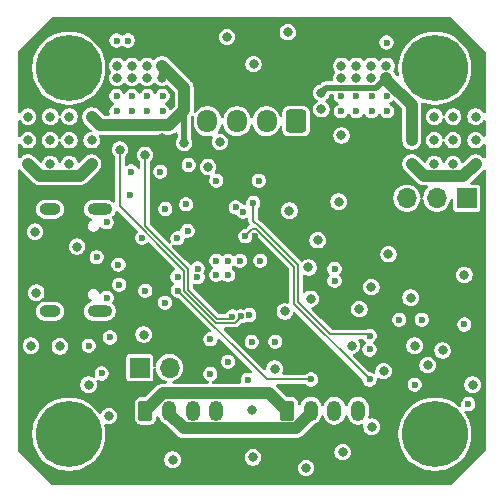
<source format=gbr>
%TF.GenerationSoftware,KiCad,Pcbnew,9.0.0*%
%TF.CreationDate,2025-02-20T17:26:32-08:00*%
%TF.ProjectId,Integrated FOC Stepper Driver,496e7465-6772-4617-9465-6420464f4320,rev?*%
%TF.SameCoordinates,Original*%
%TF.FileFunction,Copper,L3,Inr*%
%TF.FilePolarity,Positive*%
%FSLAX46Y46*%
G04 Gerber Fmt 4.6, Leading zero omitted, Abs format (unit mm)*
G04 Created by KiCad (PCBNEW 9.0.0) date 2025-02-20 17:26:32*
%MOMM*%
%LPD*%
G01*
G04 APERTURE LIST*
G04 Aperture macros list*
%AMRoundRect*
0 Rectangle with rounded corners*
0 $1 Rounding radius*
0 $2 $3 $4 $5 $6 $7 $8 $9 X,Y pos of 4 corners*
0 Add a 4 corners polygon primitive as box body*
4,1,4,$2,$3,$4,$5,$6,$7,$8,$9,$2,$3,0*
0 Add four circle primitives for the rounded corners*
1,1,$1+$1,$2,$3*
1,1,$1+$1,$4,$5*
1,1,$1+$1,$6,$7*
1,1,$1+$1,$8,$9*
0 Add four rect primitives between the rounded corners*
20,1,$1+$1,$2,$3,$4,$5,0*
20,1,$1+$1,$4,$5,$6,$7,0*
20,1,$1+$1,$6,$7,$8,$9,0*
20,1,$1+$1,$8,$9,$2,$3,0*%
G04 Aperture macros list end*
%TA.AperFunction,ComponentPad*%
%ADD10C,5.600000*%
%TD*%
%TA.AperFunction,ComponentPad*%
%ADD11R,1.700000X1.700000*%
%TD*%
%TA.AperFunction,ComponentPad*%
%ADD12O,1.700000X1.700000*%
%TD*%
%TA.AperFunction,HeatsinkPad*%
%ADD13O,2.100000X1.000000*%
%TD*%
%TA.AperFunction,HeatsinkPad*%
%ADD14O,1.800000X1.000000*%
%TD*%
%TA.AperFunction,ComponentPad*%
%ADD15C,0.600000*%
%TD*%
%TA.AperFunction,ComponentPad*%
%ADD16RoundRect,0.250000X-0.350000X-0.625000X0.350000X-0.625000X0.350000X0.625000X-0.350000X0.625000X0*%
%TD*%
%TA.AperFunction,ComponentPad*%
%ADD17O,1.200000X1.750000*%
%TD*%
%TA.AperFunction,ComponentPad*%
%ADD18RoundRect,0.250000X0.600000X0.725000X-0.600000X0.725000X-0.600000X-0.725000X0.600000X-0.725000X0*%
%TD*%
%TA.AperFunction,ComponentPad*%
%ADD19O,1.700000X1.950000*%
%TD*%
%TA.AperFunction,ViaPad*%
%ADD20C,0.600000*%
%TD*%
%TA.AperFunction,ViaPad*%
%ADD21C,0.800000*%
%TD*%
%TA.AperFunction,ViaPad*%
%ADD22C,0.400000*%
%TD*%
%TA.AperFunction,Conductor*%
%ADD23C,1.000000*%
%TD*%
%TA.AperFunction,Conductor*%
%ADD24C,0.500000*%
%TD*%
%TA.AperFunction,Conductor*%
%ADD25C,0.200000*%
%TD*%
G04 APERTURE END LIST*
D10*
%TO.N,N/C*%
%TO.C,H4*%
X34500000Y-65500000D03*
%TD*%
D11*
%TO.N,/CAN_H*%
%TO.C,J5*%
X40500000Y-59850000D03*
D12*
%TO.N,Net-(J5-Pin_2)*%
X43040000Y-59850000D03*
%TD*%
D11*
%TO.N,Net-(J2-Pin_1)*%
%TO.C,J2*%
X68210000Y-45500000D03*
D12*
%TO.N,Net-(J2-Pin_2)*%
X65670000Y-45500000D03*
%TO.N,GND*%
X63130000Y-45500000D03*
%TD*%
D13*
%TO.N,GND*%
%TO.C,J1*%
X37125000Y-46430000D03*
D14*
X32925000Y-46430000D03*
D13*
X37125000Y-55070000D03*
D14*
X32925000Y-55070000D03*
%TD*%
D15*
%TO.N,GND*%
%TO.C,U6*%
X57550000Y-38150000D03*
X58850000Y-38150000D03*
X60150000Y-38150000D03*
X61450000Y-38150000D03*
X57550000Y-36850000D03*
X58850000Y-36850000D03*
X60150000Y-36850000D03*
X61450000Y-36850000D03*
%TD*%
D10*
%TO.N,N/C*%
%TO.C,H2*%
X65500000Y-34500000D03*
%TD*%
D16*
%TO.N,VBUS*%
%TO.C,J4*%
X53000000Y-63500000D03*
D17*
%TO.N,/CAN_H*%
X55000000Y-63500000D03*
%TO.N,/CAN_L*%
X57000000Y-63500000D03*
%TO.N,GND*%
X59000000Y-63500000D03*
%TD*%
D15*
%TO.N,GND*%
%TO.C,U7*%
X38550000Y-38150000D03*
X39850000Y-38150000D03*
X41150000Y-38150000D03*
X42450000Y-38150000D03*
X38550000Y-36850000D03*
X39850000Y-36850000D03*
X41150000Y-36850000D03*
X42450000Y-36850000D03*
%TD*%
D16*
%TO.N,VBUS*%
%TO.C,J3*%
X41000000Y-63500000D03*
D17*
%TO.N,/CAN_H*%
X43000000Y-63500000D03*
%TO.N,/CAN_L*%
X45000000Y-63500000D03*
%TO.N,GND*%
X47000000Y-63500000D03*
%TD*%
D10*
%TO.N,N/C*%
%TO.C,H3*%
X65500000Y-65500000D03*
%TD*%
D18*
%TO.N,/A2*%
%TO.C,J6*%
X53750000Y-39000000D03*
D19*
%TO.N,/A1*%
X51250000Y-39000000D03*
%TO.N,/B2*%
X48750000Y-39000000D03*
%TO.N,/B1*%
X46250000Y-39000000D03*
%TD*%
D10*
%TO.N,N/C*%
%TO.C,H1*%
X34500000Y-34500000D03*
%TD*%
D20*
%TO.N,+3.3V*%
X45680000Y-53390000D03*
X50240000Y-48730000D03*
D21*
X61575000Y-52150000D03*
D20*
X45640000Y-48590000D03*
X40965000Y-54350000D03*
X42002500Y-52302500D03*
X62426567Y-48625219D03*
D21*
X61405000Y-40200000D03*
D20*
X43760000Y-44400000D03*
X48600000Y-43990000D03*
X49600000Y-43990000D03*
D22*
X44410000Y-47190000D03*
D21*
X42405000Y-40450000D03*
D20*
X51330000Y-54210000D03*
X52415000Y-47410000D03*
D21*
X61050000Y-42295000D03*
%TO.N,GND*%
X34550000Y-40600000D03*
D20*
X48000000Y-59350000D03*
D21*
X57360000Y-45800000D03*
X67050000Y-42600000D03*
X39865000Y-35300000D03*
D20*
X37300000Y-60350000D03*
X39681250Y-45237500D03*
X44660000Y-42700000D03*
D21*
X52800000Y-55100000D03*
X32950000Y-38600000D03*
X50050000Y-63450000D03*
D20*
X49000000Y-50800000D03*
D21*
X61575000Y-50250000D03*
X34550000Y-42600000D03*
X31650000Y-48350000D03*
X35200000Y-49600000D03*
X64900000Y-59625000D03*
X54794881Y-51375000D03*
X58865000Y-35300000D03*
X60150000Y-64850000D03*
X58865000Y-34300000D03*
D20*
X42675000Y-46425000D03*
D21*
X32950000Y-40600000D03*
X66150000Y-58400000D03*
D20*
X40995000Y-53350000D03*
D21*
X60125000Y-53030000D03*
X39865000Y-34300000D03*
D20*
X52000000Y-57650000D03*
X61410000Y-32330000D03*
D21*
X54980000Y-54025000D03*
X43300000Y-67650000D03*
D20*
X47000000Y-50800000D03*
D21*
X46300000Y-42850000D03*
X50100000Y-67450000D03*
X65450000Y-42600000D03*
X34550000Y-38600000D03*
D20*
X47000000Y-44020000D03*
D21*
X54600000Y-68350000D03*
X68000000Y-52000000D03*
D20*
X37725000Y-53950000D03*
D21*
X61161372Y-60134644D03*
X55575000Y-49065000D03*
D20*
X48000000Y-52000000D03*
X46480000Y-57460000D03*
D21*
X47300000Y-40750000D03*
X31300000Y-58000000D03*
X67050000Y-40600000D03*
D20*
X37725000Y-47550000D03*
X44443750Y-46031250D03*
D21*
X59100000Y-54900000D03*
X53180000Y-46570000D03*
X67050000Y-38600000D03*
X63800000Y-58000000D03*
X32950000Y-42600000D03*
D20*
X42260000Y-43260000D03*
D21*
X51937500Y-59950000D03*
D20*
X50000000Y-57675000D03*
D21*
X50150000Y-34150000D03*
D20*
X39775000Y-43250000D03*
X47000000Y-52000000D03*
D21*
X31750000Y-53500000D03*
X65450000Y-40600000D03*
D20*
X46490000Y-60390000D03*
X68325000Y-62925000D03*
X48000000Y-50800000D03*
X40741268Y-48858732D03*
D21*
X53050000Y-31450000D03*
X40850000Y-57050000D03*
X65450000Y-38600000D03*
X58450000Y-58000000D03*
X37900000Y-63950000D03*
D20*
X38550000Y-32160000D03*
D21*
X57700000Y-67000000D03*
D20*
X50600000Y-44020000D03*
D21*
X33750000Y-58050000D03*
D20*
%TO.N,+1V1*%
X50727492Y-50799999D03*
X45411254Y-51461254D03*
D21*
%TO.N,VBUS*%
X31050000Y-40600000D03*
X55900000Y-36575000D03*
X68950000Y-42600000D03*
X42405000Y-35300000D03*
X31050000Y-38600000D03*
X36450000Y-38600000D03*
D20*
X39510000Y-32160000D03*
D21*
X55900000Y-37975000D03*
X36450000Y-40600000D03*
X42405000Y-34300000D03*
X63550000Y-38600000D03*
X61405000Y-35300000D03*
X68950000Y-40600000D03*
X44275000Y-40825000D03*
X31050000Y-42600000D03*
X68950000Y-38600000D03*
X61405000Y-34300000D03*
X47900000Y-31860000D03*
X63550000Y-40600000D03*
X63550000Y-42600000D03*
X36450000Y-42600000D03*
D20*
%TO.N,/USB_D+*%
X57010000Y-51500000D03*
X36863907Y-50499999D03*
%TO.N,/USB_D-*%
X57010000Y-52500000D03*
X38713632Y-51138490D03*
D21*
%TO.N,/B2*%
X38595000Y-34300000D03*
X38595000Y-35300000D03*
%TO.N,/B1*%
X41135000Y-34300000D03*
X41135000Y-35300000D03*
%TO.N,/A2*%
X57595000Y-34300000D03*
X57595000Y-35300000D03*
%TO.N,/A1*%
X60135000Y-34300000D03*
X60135000Y-35300000D03*
D20*
%TO.N,/NEOPIXEL*%
X38000000Y-57300000D03*
X43702569Y-48901594D03*
%TO.N,/A_CURRENT*%
X48359527Y-55525811D03*
D21*
X40965748Y-41834252D03*
X57595000Y-40200000D03*
D20*
%TO.N,/B_CURRENT*%
X49084474Y-55516833D03*
D21*
X38835000Y-41390000D03*
D20*
%TO.N,+5V*%
X59975000Y-58315000D03*
D21*
X63450000Y-53925000D03*
X68700000Y-61300000D03*
X36200000Y-61300000D03*
D20*
%TO.N,/SCL*%
X48636962Y-46275513D03*
%TO.N,/MT6701_PUSH*%
X44562500Y-48275000D03*
%TO.N,/SDA*%
X49257757Y-46650001D03*
%TO.N,/CAN_TX*%
X49446758Y-48724999D03*
X59975000Y-60855000D03*
%TO.N,/CAN_S*%
X43755882Y-53325000D03*
X55025000Y-60855000D03*
%TO.N,/CAN_RX*%
X50125000Y-45919492D03*
X59980000Y-57150000D03*
%TO.N,/MT6701_ANALOG*%
X49800000Y-55400000D03*
%TO.N,/VUSB*%
X38771232Y-52828768D03*
X62500000Y-55800000D03*
%TO.N,Net-(D1-DOUT)*%
X63800000Y-61300000D03*
X36200000Y-58000000D03*
%TO.N,Net-(U3-VOUT)*%
X49662500Y-60900000D03*
X64400000Y-55800000D03*
%TO.N,Net-(J2-Pin_2)*%
X43713536Y-52163993D03*
%TO.N,Net-(J2-Pin_1)*%
X45401422Y-52199539D03*
%TO.N,Net-(U1-RUN)*%
X68000000Y-56200000D03*
X42650000Y-54350000D03*
%TD*%
D23*
%TO.N,VBUS*%
X61405000Y-35465000D02*
X61405000Y-35300000D01*
X41000000Y-63500000D02*
X41000000Y-63492588D01*
X44275000Y-38075000D02*
X43030000Y-39320000D01*
D24*
X61405000Y-35300000D02*
X60554000Y-36151000D01*
D23*
X41000000Y-63492588D02*
X42492588Y-62000000D01*
X63550000Y-37610000D02*
X61405000Y-35465000D01*
X44275000Y-36170000D02*
X44275000Y-38075000D01*
X67924000Y-43626000D02*
X64576000Y-43626000D01*
X37170000Y-39320000D02*
X36450000Y-38600000D01*
D24*
X44275000Y-40825000D02*
X44275000Y-38075000D01*
D23*
X51500000Y-62000000D02*
X53000000Y-63500000D01*
D24*
X60554000Y-36151000D02*
X56324000Y-36151000D01*
D23*
X63550000Y-40600000D02*
X63550000Y-37610000D01*
D24*
X56324000Y-36151000D02*
X55900000Y-36575000D01*
D23*
X64576000Y-43626000D02*
X63550000Y-42600000D01*
X32076000Y-43626000D02*
X35424000Y-43626000D01*
X42492588Y-62000000D02*
X51500000Y-62000000D01*
X43030000Y-39320000D02*
X37170000Y-39320000D01*
D24*
X42405000Y-34300000D02*
X42405000Y-35300000D01*
D23*
X31050000Y-42600000D02*
X32076000Y-43626000D01*
X35424000Y-43626000D02*
X36450000Y-42600000D01*
X42405000Y-34300000D02*
X44275000Y-36170000D01*
X68950000Y-42600000D02*
X67924000Y-43626000D01*
D25*
%TO.N,/A_CURRENT*%
X40965748Y-47881128D02*
X40965748Y-41834252D01*
X48159527Y-55725811D02*
X47075933Y-55725811D01*
X47075933Y-55725811D02*
X44605882Y-53255760D01*
X48359527Y-55525811D02*
X48159527Y-55725811D01*
X44605882Y-53255760D02*
X44605882Y-51521262D01*
X44605882Y-51521262D02*
X40965748Y-47881128D01*
%TO.N,/B_CURRENT*%
X49084474Y-55543327D02*
X48576990Y-56050811D01*
X38835000Y-46210000D02*
X38835000Y-41390000D01*
X44280882Y-53390380D02*
X44280882Y-51655882D01*
X46941313Y-56050811D02*
X44280882Y-53390380D01*
X48576990Y-56050811D02*
X46941313Y-56050811D01*
X49084474Y-55516833D02*
X49084474Y-55543327D01*
X44280882Y-51655882D02*
X38835000Y-46210000D01*
%TO.N,/CAN_TX*%
X50457463Y-48205000D02*
X53571759Y-51319296D01*
X53571759Y-51319296D02*
X53571759Y-54451759D01*
X50380380Y-48140000D02*
X50445380Y-48205000D01*
X49446758Y-48724999D02*
X50031757Y-48140000D01*
X53571759Y-54451759D02*
X59975000Y-60855000D01*
X50445380Y-48205000D02*
X50457463Y-48205000D01*
X50031757Y-48140000D02*
X50380380Y-48140000D01*
%TO.N,/CAN_S*%
X55025000Y-60855000D02*
X51285882Y-60855000D01*
X51285882Y-60855000D02*
X43755882Y-53325000D01*
%TO.N,/CAN_RX*%
X50580000Y-47880000D02*
X50125000Y-47425000D01*
X53896759Y-51184676D02*
X50592083Y-47880000D01*
X50125000Y-47425000D02*
X50125000Y-45919492D01*
X59980000Y-57150000D02*
X59875000Y-57045000D01*
X53896759Y-54317139D02*
X53896759Y-51184676D01*
X56624620Y-57045000D02*
X53896759Y-54317139D01*
X59875000Y-57045000D02*
X56624620Y-57045000D01*
X50592083Y-47880000D02*
X50580000Y-47880000D01*
D23*
%TO.N,/CAN_H*%
X53719364Y-65000000D02*
X55000000Y-63719364D01*
X44225000Y-65000000D02*
X53719364Y-65000000D01*
X43000000Y-63775000D02*
X44225000Y-65000000D01*
X55000000Y-63719364D02*
X55000000Y-63500000D01*
X43000000Y-63500000D02*
X43000000Y-63775000D01*
%TD*%
%TA.AperFunction,Conductor*%
%TO.N,+3.3V*%
G36*
X66932627Y-30220185D02*
G01*
X66953269Y-30236819D01*
X69763181Y-33046731D01*
X69796666Y-33108054D01*
X69799500Y-33134412D01*
X69799500Y-38201725D01*
X69779815Y-38268764D01*
X69727011Y-38314519D01*
X69657853Y-38324463D01*
X69594297Y-38295438D01*
X69572398Y-38270616D01*
X69494114Y-38153458D01*
X69494111Y-38153454D01*
X69396545Y-38055888D01*
X69396541Y-38055885D01*
X69281817Y-37979228D01*
X69281804Y-37979221D01*
X69154332Y-37926421D01*
X69154322Y-37926418D01*
X69018995Y-37899500D01*
X69018993Y-37899500D01*
X68881007Y-37899500D01*
X68881005Y-37899500D01*
X68745677Y-37926418D01*
X68745667Y-37926421D01*
X68618195Y-37979221D01*
X68618182Y-37979228D01*
X68503458Y-38055885D01*
X68503454Y-38055888D01*
X68405888Y-38153454D01*
X68405885Y-38153458D01*
X68329228Y-38268182D01*
X68329221Y-38268195D01*
X68276421Y-38395667D01*
X68276418Y-38395677D01*
X68249500Y-38531004D01*
X68249500Y-38531007D01*
X68249500Y-38668993D01*
X68249500Y-38668995D01*
X68249499Y-38668995D01*
X68276418Y-38804322D01*
X68276421Y-38804332D01*
X68329221Y-38931804D01*
X68329228Y-38931817D01*
X68405885Y-39046541D01*
X68405888Y-39046545D01*
X68503454Y-39144111D01*
X68503458Y-39144114D01*
X68618182Y-39220771D01*
X68618195Y-39220778D01*
X68716571Y-39261526D01*
X68745672Y-39273580D01*
X68745676Y-39273580D01*
X68745677Y-39273581D01*
X68881004Y-39300500D01*
X68881007Y-39300500D01*
X69018995Y-39300500D01*
X69110041Y-39282389D01*
X69154328Y-39273580D01*
X69281811Y-39220775D01*
X69396542Y-39144114D01*
X69494114Y-39046542D01*
X69539129Y-38979172D01*
X69572398Y-38929383D01*
X69626010Y-38884578D01*
X69695335Y-38875871D01*
X69758363Y-38906026D01*
X69795082Y-38965469D01*
X69799500Y-38998274D01*
X69799500Y-40201725D01*
X69779815Y-40268764D01*
X69727011Y-40314519D01*
X69657853Y-40324463D01*
X69594297Y-40295438D01*
X69572398Y-40270616D01*
X69494114Y-40153458D01*
X69494111Y-40153454D01*
X69396545Y-40055888D01*
X69396541Y-40055885D01*
X69281817Y-39979228D01*
X69281804Y-39979221D01*
X69154332Y-39926421D01*
X69154322Y-39926418D01*
X69018995Y-39899500D01*
X69018993Y-39899500D01*
X68881007Y-39899500D01*
X68881005Y-39899500D01*
X68745677Y-39926418D01*
X68745667Y-39926421D01*
X68618195Y-39979221D01*
X68618182Y-39979228D01*
X68503458Y-40055885D01*
X68503454Y-40055888D01*
X68405888Y-40153454D01*
X68405885Y-40153458D01*
X68329228Y-40268182D01*
X68329221Y-40268195D01*
X68276421Y-40395667D01*
X68276418Y-40395677D01*
X68249500Y-40531004D01*
X68249500Y-40531007D01*
X68249500Y-40668993D01*
X68249500Y-40668995D01*
X68249499Y-40668995D01*
X68276418Y-40804322D01*
X68276421Y-40804332D01*
X68329221Y-40931804D01*
X68329228Y-40931817D01*
X68405885Y-41046541D01*
X68405888Y-41046545D01*
X68503454Y-41144111D01*
X68503458Y-41144114D01*
X68618182Y-41220771D01*
X68618195Y-41220778D01*
X68740749Y-41271541D01*
X68745672Y-41273580D01*
X68745676Y-41273580D01*
X68745677Y-41273581D01*
X68881004Y-41300500D01*
X68881007Y-41300500D01*
X69018995Y-41300500D01*
X69110041Y-41282389D01*
X69154328Y-41273580D01*
X69281811Y-41220775D01*
X69396542Y-41144114D01*
X69494114Y-41046542D01*
X69539129Y-40979172D01*
X69572398Y-40929383D01*
X69626010Y-40884578D01*
X69695335Y-40875871D01*
X69758363Y-40906026D01*
X69795082Y-40965469D01*
X69799500Y-40998274D01*
X69799500Y-42021731D01*
X69779815Y-42088770D01*
X69727011Y-42134525D01*
X69657853Y-42144469D01*
X69594297Y-42115444D01*
X69575703Y-42094370D01*
X69575649Y-42094415D01*
X69574394Y-42092886D01*
X69572403Y-42090629D01*
X69571791Y-42089714D01*
X69571789Y-42089711D01*
X69571787Y-42089709D01*
X69571784Y-42089705D01*
X69460294Y-41978215D01*
X69460287Y-41978209D01*
X69329180Y-41890607D01*
X69183497Y-41830263D01*
X69183489Y-41830261D01*
X69028845Y-41799500D01*
X69028842Y-41799500D01*
X68871158Y-41799500D01*
X68871155Y-41799500D01*
X68716510Y-41830261D01*
X68716502Y-41830263D01*
X68570819Y-41890607D01*
X68439712Y-41978209D01*
X68439705Y-41978215D01*
X67937172Y-42480749D01*
X67875849Y-42514234D01*
X67806157Y-42509250D01*
X67750224Y-42467378D01*
X67727874Y-42417259D01*
X67723580Y-42395672D01*
X67711498Y-42366503D01*
X67670778Y-42268195D01*
X67670771Y-42268182D01*
X67594114Y-42153458D01*
X67594111Y-42153454D01*
X67496545Y-42055888D01*
X67496541Y-42055885D01*
X67381817Y-41979228D01*
X67381804Y-41979221D01*
X67254332Y-41926421D01*
X67254322Y-41926418D01*
X67118995Y-41899500D01*
X67118993Y-41899500D01*
X66981007Y-41899500D01*
X66981005Y-41899500D01*
X66845677Y-41926418D01*
X66845667Y-41926421D01*
X66718195Y-41979221D01*
X66718182Y-41979228D01*
X66603458Y-42055885D01*
X66603454Y-42055888D01*
X66505888Y-42153454D01*
X66505885Y-42153458D01*
X66429228Y-42268182D01*
X66429221Y-42268195D01*
X66376421Y-42395667D01*
X66376418Y-42395677D01*
X66371617Y-42419816D01*
X66339232Y-42481727D01*
X66278516Y-42516301D01*
X66208746Y-42512561D01*
X66152075Y-42471694D01*
X66128383Y-42419816D01*
X66123581Y-42395677D01*
X66123580Y-42395674D01*
X66123580Y-42395672D01*
X66111498Y-42366503D01*
X66070778Y-42268195D01*
X66070771Y-42268182D01*
X65994114Y-42153458D01*
X65994111Y-42153454D01*
X65896545Y-42055888D01*
X65896541Y-42055885D01*
X65781817Y-41979228D01*
X65781804Y-41979221D01*
X65654332Y-41926421D01*
X65654322Y-41926418D01*
X65518995Y-41899500D01*
X65518993Y-41899500D01*
X65381007Y-41899500D01*
X65381005Y-41899500D01*
X65245677Y-41926418D01*
X65245667Y-41926421D01*
X65118195Y-41979221D01*
X65118182Y-41979228D01*
X65003458Y-42055885D01*
X65003454Y-42055888D01*
X64905888Y-42153454D01*
X64905885Y-42153458D01*
X64829228Y-42268182D01*
X64829221Y-42268195D01*
X64776421Y-42395667D01*
X64776419Y-42395674D01*
X64772125Y-42417262D01*
X64739739Y-42479172D01*
X64679022Y-42513745D01*
X64609253Y-42510004D01*
X64562827Y-42480749D01*
X64060292Y-41978213D01*
X64060288Y-41978210D01*
X63929185Y-41890609D01*
X63929172Y-41890602D01*
X63783501Y-41830264D01*
X63783489Y-41830261D01*
X63628845Y-41799500D01*
X63628842Y-41799500D01*
X63471158Y-41799500D01*
X63471155Y-41799500D01*
X63316510Y-41830261D01*
X63316498Y-41830264D01*
X63170827Y-41890602D01*
X63170814Y-41890609D01*
X63039711Y-41978210D01*
X63039707Y-41978213D01*
X62928213Y-42089707D01*
X62928210Y-42089711D01*
X62840609Y-42220814D01*
X62840602Y-42220827D01*
X62780264Y-42366498D01*
X62780261Y-42366510D01*
X62749500Y-42521153D01*
X62749500Y-42678846D01*
X62780261Y-42833489D01*
X62780264Y-42833501D01*
X62840602Y-42979172D01*
X62840609Y-42979185D01*
X62928210Y-43110288D01*
X62928213Y-43110292D01*
X63954211Y-44136289D01*
X64025775Y-44207853D01*
X64065712Y-44247790D01*
X64196814Y-44335390D01*
X64196821Y-44335394D01*
X64305691Y-44380489D01*
X64305692Y-44380489D01*
X64305693Y-44380490D01*
X64325555Y-44388717D01*
X64342503Y-44395737D01*
X64497153Y-44426499D01*
X64497156Y-44426500D01*
X64497158Y-44426500D01*
X64654842Y-44426500D01*
X64817084Y-44426500D01*
X64884123Y-44446185D01*
X64929878Y-44498989D01*
X64939822Y-44568147D01*
X64910797Y-44631703D01*
X64904765Y-44638181D01*
X64792445Y-44750500D01*
X64792441Y-44750505D01*
X64686006Y-44897002D01*
X64603788Y-45058360D01*
X64603787Y-45058363D01*
X64547829Y-45230589D01*
X64522473Y-45390678D01*
X64492544Y-45453813D01*
X64433232Y-45490744D01*
X64363369Y-45489746D01*
X64305137Y-45451136D01*
X64277527Y-45390678D01*
X64263740Y-45303639D01*
X64252171Y-45230591D01*
X64196211Y-45058361D01*
X64196211Y-45058360D01*
X64167740Y-45002484D01*
X64113996Y-44897006D01*
X64068230Y-44834014D01*
X64007558Y-44750505D01*
X64007554Y-44750500D01*
X63879499Y-44622445D01*
X63879494Y-44622441D01*
X63732997Y-44516006D01*
X63732996Y-44516005D01*
X63732994Y-44516004D01*
X63681300Y-44489664D01*
X63571639Y-44433788D01*
X63571636Y-44433787D01*
X63399410Y-44377829D01*
X63220551Y-44349500D01*
X63220546Y-44349500D01*
X63039454Y-44349500D01*
X63039449Y-44349500D01*
X62860589Y-44377829D01*
X62688363Y-44433787D01*
X62688360Y-44433788D01*
X62527002Y-44516006D01*
X62380505Y-44622441D01*
X62380500Y-44622445D01*
X62252445Y-44750500D01*
X62252441Y-44750505D01*
X62146006Y-44897002D01*
X62063788Y-45058360D01*
X62063787Y-45058363D01*
X62007829Y-45230589D01*
X61979500Y-45409448D01*
X61979500Y-45590551D01*
X62007829Y-45769410D01*
X62063787Y-45941636D01*
X62063788Y-45941639D01*
X62106715Y-46025885D01*
X62139599Y-46090424D01*
X62146006Y-46102997D01*
X62252441Y-46249494D01*
X62252445Y-46249499D01*
X62380500Y-46377554D01*
X62380505Y-46377558D01*
X62439989Y-46420775D01*
X62527006Y-46483996D01*
X62603094Y-46522765D01*
X62688360Y-46566211D01*
X62688363Y-46566212D01*
X62774476Y-46594191D01*
X62860591Y-46622171D01*
X62943429Y-46635291D01*
X63039449Y-46650500D01*
X63039454Y-46650500D01*
X63220551Y-46650500D01*
X63307259Y-46636765D01*
X63399409Y-46622171D01*
X63571639Y-46566211D01*
X63732994Y-46483996D01*
X63879501Y-46377553D01*
X64007553Y-46249501D01*
X64113996Y-46102994D01*
X64196211Y-45941639D01*
X64252171Y-45769409D01*
X64273027Y-45637729D01*
X64277527Y-45609321D01*
X64307456Y-45546186D01*
X64366768Y-45509255D01*
X64436630Y-45510253D01*
X64494863Y-45548863D01*
X64522473Y-45609321D01*
X64547829Y-45769410D01*
X64603787Y-45941636D01*
X64603788Y-45941639D01*
X64646715Y-46025885D01*
X64679599Y-46090424D01*
X64686006Y-46102997D01*
X64792441Y-46249494D01*
X64792445Y-46249499D01*
X64920500Y-46377554D01*
X64920505Y-46377558D01*
X64979989Y-46420775D01*
X65067006Y-46483996D01*
X65143094Y-46522765D01*
X65228360Y-46566211D01*
X65228363Y-46566212D01*
X65314476Y-46594191D01*
X65400591Y-46622171D01*
X65483429Y-46635291D01*
X65579449Y-46650500D01*
X65579454Y-46650500D01*
X65760551Y-46650500D01*
X65847259Y-46636765D01*
X65939409Y-46622171D01*
X66111639Y-46566211D01*
X66272994Y-46483996D01*
X66419501Y-46377553D01*
X66547553Y-46249501D01*
X66653996Y-46102994D01*
X66736211Y-45941639D01*
X66792171Y-45769409D01*
X66813027Y-45637729D01*
X66842956Y-45574595D01*
X66902267Y-45537663D01*
X66972130Y-45538661D01*
X67030363Y-45577271D01*
X67058477Y-45641234D01*
X67059500Y-45657127D01*
X67059500Y-46394856D01*
X67059502Y-46394882D01*
X67062413Y-46419987D01*
X67062415Y-46419991D01*
X67107793Y-46522764D01*
X67107794Y-46522765D01*
X67187235Y-46602206D01*
X67290009Y-46647585D01*
X67315135Y-46650500D01*
X69104864Y-46650499D01*
X69104879Y-46650497D01*
X69104882Y-46650497D01*
X69129987Y-46647586D01*
X69129988Y-46647585D01*
X69129991Y-46647585D01*
X69232765Y-46602206D01*
X69312206Y-46522765D01*
X69357585Y-46419991D01*
X69360500Y-46394865D01*
X69360499Y-44605136D01*
X69358359Y-44586681D01*
X69357586Y-44580012D01*
X69357585Y-44580010D01*
X69357585Y-44580009D01*
X69312206Y-44477235D01*
X69232765Y-44397794D01*
X69228102Y-44395735D01*
X69129992Y-44352415D01*
X69104868Y-44349500D01*
X69104865Y-44349500D01*
X68631941Y-44349500D01*
X68564902Y-44329815D01*
X68519147Y-44277011D01*
X68509203Y-44207853D01*
X68538228Y-44144297D01*
X68544260Y-44137819D01*
X69571784Y-43110294D01*
X69571785Y-43110293D01*
X69571786Y-43110292D01*
X69571789Y-43110289D01*
X69572398Y-43109376D01*
X69572841Y-43109006D01*
X69575649Y-43105585D01*
X69576298Y-43106117D01*
X69626010Y-43064572D01*
X69695334Y-43055865D01*
X69758362Y-43086019D01*
X69795082Y-43145462D01*
X69799500Y-43178268D01*
X69799500Y-66865588D01*
X69779815Y-66932627D01*
X69763181Y-66953269D01*
X66953269Y-69763181D01*
X66891946Y-69796666D01*
X66865588Y-69799500D01*
X33134412Y-69799500D01*
X33067373Y-69779815D01*
X33046731Y-69763181D01*
X30236819Y-66953269D01*
X30203334Y-66891946D01*
X30200500Y-66865588D01*
X30200500Y-65325875D01*
X31399500Y-65325875D01*
X31399500Y-65674124D01*
X31438489Y-66020158D01*
X31438491Y-66020170D01*
X31515982Y-66359684D01*
X31515985Y-66359692D01*
X31630999Y-66688382D01*
X31782092Y-67002130D01*
X31967371Y-67296999D01*
X31967372Y-67297001D01*
X32184487Y-67569256D01*
X32430743Y-67815512D01*
X32702998Y-68032627D01*
X32703001Y-68032628D01*
X32703003Y-68032630D01*
X32997867Y-68217906D01*
X33311621Y-68369002D01*
X33558488Y-68455384D01*
X33640307Y-68484014D01*
X33640315Y-68484017D01*
X33640318Y-68484017D01*
X33640319Y-68484018D01*
X33979829Y-68561509D01*
X34325876Y-68600499D01*
X34325877Y-68600500D01*
X34325880Y-68600500D01*
X34674123Y-68600500D01*
X34674123Y-68600499D01*
X35020171Y-68561509D01*
X35359681Y-68484018D01*
X35545507Y-68418995D01*
X53899499Y-68418995D01*
X53926418Y-68554322D01*
X53926421Y-68554332D01*
X53979221Y-68681804D01*
X53979228Y-68681817D01*
X54055885Y-68796541D01*
X54055888Y-68796545D01*
X54153454Y-68894111D01*
X54153458Y-68894114D01*
X54268182Y-68970771D01*
X54268195Y-68970778D01*
X54395667Y-69023578D01*
X54395672Y-69023580D01*
X54395676Y-69023580D01*
X54395677Y-69023581D01*
X54531004Y-69050500D01*
X54531007Y-69050500D01*
X54668995Y-69050500D01*
X54760041Y-69032389D01*
X54804328Y-69023580D01*
X54931811Y-68970775D01*
X55046542Y-68894114D01*
X55144114Y-68796542D01*
X55220775Y-68681811D01*
X55273580Y-68554328D01*
X55287566Y-68484017D01*
X55300500Y-68418995D01*
X55300500Y-68281004D01*
X55273581Y-68145677D01*
X55273580Y-68145676D01*
X55273580Y-68145672D01*
X55264429Y-68123580D01*
X55220778Y-68018195D01*
X55220771Y-68018182D01*
X55144114Y-67903458D01*
X55144111Y-67903454D01*
X55046545Y-67805888D01*
X55046541Y-67805885D01*
X54931817Y-67729228D01*
X54931804Y-67729221D01*
X54804332Y-67676421D01*
X54804322Y-67676418D01*
X54668995Y-67649500D01*
X54668993Y-67649500D01*
X54531007Y-67649500D01*
X54531005Y-67649500D01*
X54395677Y-67676418D01*
X54395667Y-67676421D01*
X54268195Y-67729221D01*
X54268182Y-67729228D01*
X54153458Y-67805885D01*
X54153454Y-67805888D01*
X54055888Y-67903454D01*
X54055885Y-67903458D01*
X53979228Y-68018182D01*
X53979221Y-68018195D01*
X53926421Y-68145667D01*
X53926418Y-68145677D01*
X53899500Y-68281004D01*
X53899500Y-68281007D01*
X53899500Y-68418993D01*
X53899500Y-68418995D01*
X53899499Y-68418995D01*
X35545507Y-68418995D01*
X35688379Y-68369002D01*
X36002133Y-68217906D01*
X36296997Y-68032630D01*
X36315106Y-68018189D01*
X36569256Y-67815512D01*
X36569258Y-67815509D01*
X36569263Y-67815506D01*
X36665774Y-67718995D01*
X42599499Y-67718995D01*
X42626418Y-67854322D01*
X42626421Y-67854332D01*
X42679221Y-67981804D01*
X42679228Y-67981817D01*
X42755885Y-68096541D01*
X42755888Y-68096545D01*
X42853454Y-68194111D01*
X42853458Y-68194114D01*
X42968182Y-68270771D01*
X42968195Y-68270778D01*
X43095667Y-68323578D01*
X43095672Y-68323580D01*
X43095676Y-68323580D01*
X43095677Y-68323581D01*
X43231004Y-68350500D01*
X43231007Y-68350500D01*
X43368995Y-68350500D01*
X43460041Y-68332389D01*
X43504328Y-68323580D01*
X43631811Y-68270775D01*
X43746542Y-68194114D01*
X43746545Y-68194111D01*
X43753423Y-68187234D01*
X43844111Y-68096545D01*
X43844114Y-68096542D01*
X43920775Y-67981811D01*
X43973580Y-67854328D01*
X43983216Y-67805885D01*
X44000500Y-67718995D01*
X44000500Y-67581004D01*
X43988165Y-67518995D01*
X49399499Y-67518995D01*
X49426418Y-67654322D01*
X49426421Y-67654332D01*
X49479221Y-67781804D01*
X49479228Y-67781817D01*
X49555885Y-67896541D01*
X49555888Y-67896545D01*
X49653454Y-67994111D01*
X49653458Y-67994114D01*
X49768182Y-68070771D01*
X49768195Y-68070778D01*
X49895667Y-68123578D01*
X49895672Y-68123580D01*
X49895676Y-68123580D01*
X49895677Y-68123581D01*
X50031004Y-68150500D01*
X50031007Y-68150500D01*
X50168995Y-68150500D01*
X50260041Y-68132389D01*
X50304328Y-68123580D01*
X50431811Y-68070775D01*
X50546542Y-67994114D01*
X50644114Y-67896542D01*
X50720775Y-67781811D01*
X50773580Y-67654328D01*
X50800500Y-67518993D01*
X50800500Y-67381007D01*
X50800500Y-67381004D01*
X50773581Y-67245677D01*
X50773580Y-67245676D01*
X50773580Y-67245672D01*
X50773578Y-67245667D01*
X50720778Y-67118195D01*
X50720771Y-67118182D01*
X50687905Y-67068995D01*
X56999499Y-67068995D01*
X57026418Y-67204322D01*
X57026421Y-67204332D01*
X57079221Y-67331804D01*
X57079228Y-67331817D01*
X57155885Y-67446541D01*
X57155888Y-67446545D01*
X57253454Y-67544111D01*
X57253458Y-67544114D01*
X57368182Y-67620771D01*
X57368195Y-67620778D01*
X57495667Y-67673578D01*
X57495672Y-67673580D01*
X57495676Y-67673580D01*
X57495677Y-67673581D01*
X57631004Y-67700500D01*
X57631007Y-67700500D01*
X57768995Y-67700500D01*
X57890050Y-67676420D01*
X57904328Y-67673580D01*
X58031811Y-67620775D01*
X58146542Y-67544114D01*
X58244114Y-67446542D01*
X58320775Y-67331811D01*
X58373580Y-67204328D01*
X58393161Y-67105888D01*
X58400500Y-67068995D01*
X58400500Y-66931004D01*
X58373581Y-66795677D01*
X58373580Y-66795676D01*
X58373580Y-66795672D01*
X58354455Y-66749500D01*
X58320778Y-66668195D01*
X58320771Y-66668182D01*
X58244114Y-66553458D01*
X58244111Y-66553454D01*
X58146545Y-66455888D01*
X58146541Y-66455885D01*
X58031817Y-66379228D01*
X58031804Y-66379221D01*
X57904332Y-66326421D01*
X57904322Y-66326418D01*
X57768995Y-66299500D01*
X57768993Y-66299500D01*
X57631007Y-66299500D01*
X57631005Y-66299500D01*
X57495677Y-66326418D01*
X57495667Y-66326421D01*
X57368195Y-66379221D01*
X57368182Y-66379228D01*
X57253458Y-66455885D01*
X57253454Y-66455888D01*
X57155888Y-66553454D01*
X57155885Y-66553458D01*
X57079228Y-66668182D01*
X57079221Y-66668195D01*
X57026421Y-66795667D01*
X57026418Y-66795677D01*
X56999500Y-66931004D01*
X56999500Y-66931007D01*
X56999500Y-67068993D01*
X56999500Y-67068995D01*
X56999499Y-67068995D01*
X50687905Y-67068995D01*
X50644113Y-67003456D01*
X50546545Y-66905888D01*
X50546541Y-66905885D01*
X50431817Y-66829228D01*
X50431804Y-66829221D01*
X50304332Y-66776421D01*
X50304322Y-66776418D01*
X50168995Y-66749500D01*
X50168993Y-66749500D01*
X50031007Y-66749500D01*
X50031005Y-66749500D01*
X49895677Y-66776418D01*
X49895667Y-66776421D01*
X49768195Y-66829221D01*
X49768182Y-66829228D01*
X49653458Y-66905885D01*
X49653454Y-66905888D01*
X49555888Y-67003454D01*
X49555885Y-67003458D01*
X49479228Y-67118182D01*
X49479221Y-67118195D01*
X49426421Y-67245667D01*
X49426418Y-67245677D01*
X49399500Y-67381004D01*
X49399500Y-67381007D01*
X49399500Y-67518993D01*
X49399500Y-67518995D01*
X49399499Y-67518995D01*
X43988165Y-67518995D01*
X43973581Y-67445677D01*
X43973580Y-67445676D01*
X43973580Y-67445672D01*
X43926420Y-67331817D01*
X43920778Y-67318195D01*
X43920771Y-67318182D01*
X43844114Y-67203458D01*
X43844111Y-67203454D01*
X43746545Y-67105888D01*
X43746541Y-67105885D01*
X43631817Y-67029228D01*
X43631804Y-67029221D01*
X43504332Y-66976421D01*
X43504322Y-66976418D01*
X43368995Y-66949500D01*
X43368993Y-66949500D01*
X43231007Y-66949500D01*
X43231005Y-66949500D01*
X43095677Y-66976418D01*
X43095667Y-66976421D01*
X42968195Y-67029221D01*
X42968182Y-67029228D01*
X42853458Y-67105885D01*
X42853454Y-67105888D01*
X42755888Y-67203454D01*
X42755885Y-67203458D01*
X42679228Y-67318182D01*
X42679221Y-67318195D01*
X42626421Y-67445667D01*
X42626418Y-67445677D01*
X42599500Y-67581004D01*
X42599500Y-67581007D01*
X42599500Y-67718993D01*
X42599500Y-67718995D01*
X42599499Y-67718995D01*
X36665774Y-67718995D01*
X36815506Y-67569263D01*
X37004867Y-67331811D01*
X37032627Y-67297001D01*
X37032628Y-67296999D01*
X37032630Y-67296997D01*
X37217906Y-67002133D01*
X37369002Y-66688379D01*
X37484018Y-66359681D01*
X37561509Y-66020171D01*
X37600500Y-65674120D01*
X37600500Y-65325880D01*
X37561509Y-64979829D01*
X37511109Y-64759013D01*
X37515382Y-64689277D01*
X37556681Y-64632919D01*
X37621892Y-64607836D01*
X37679450Y-64616860D01*
X37695672Y-64623580D01*
X37695676Y-64623580D01*
X37695677Y-64623581D01*
X37831004Y-64650500D01*
X37831007Y-64650500D01*
X37968995Y-64650500D01*
X38077246Y-64628967D01*
X38104328Y-64623580D01*
X38226408Y-64573013D01*
X38231804Y-64570778D01*
X38231804Y-64570777D01*
X38231811Y-64570775D01*
X38346542Y-64494114D01*
X38444114Y-64396542D01*
X38520775Y-64281811D01*
X38573580Y-64154328D01*
X38592770Y-64057853D01*
X38600500Y-64018995D01*
X38600500Y-63881004D01*
X38573581Y-63745677D01*
X38573580Y-63745676D01*
X38573580Y-63745672D01*
X38554326Y-63699189D01*
X38520778Y-63618195D01*
X38520771Y-63618182D01*
X38444114Y-63503458D01*
X38444111Y-63503454D01*
X38346545Y-63405888D01*
X38346541Y-63405885D01*
X38231817Y-63329228D01*
X38231804Y-63329221D01*
X38104332Y-63276421D01*
X38104322Y-63276418D01*
X37968995Y-63249500D01*
X37968993Y-63249500D01*
X37831007Y-63249500D01*
X37831005Y-63249500D01*
X37695677Y-63276418D01*
X37695667Y-63276421D01*
X37568195Y-63329221D01*
X37568182Y-63329228D01*
X37453458Y-63405885D01*
X37453454Y-63405888D01*
X37355888Y-63503454D01*
X37355885Y-63503458D01*
X37279228Y-63618182D01*
X37279225Y-63618189D01*
X37251931Y-63684081D01*
X37208089Y-63738484D01*
X37141795Y-63760548D01*
X37074095Y-63743268D01*
X37035261Y-63705408D01*
X37034647Y-63705845D01*
X37032627Y-63702998D01*
X36815512Y-63430743D01*
X36569256Y-63184487D01*
X36297001Y-62967372D01*
X36296999Y-62967371D01*
X36002130Y-62782092D01*
X35688382Y-62630999D01*
X35359692Y-62515985D01*
X35359684Y-62515982D01*
X35105048Y-62457863D01*
X35020171Y-62438491D01*
X35020167Y-62438490D01*
X35020158Y-62438489D01*
X34674124Y-62399500D01*
X34674120Y-62399500D01*
X34325880Y-62399500D01*
X34325875Y-62399500D01*
X33979841Y-62438489D01*
X33979829Y-62438491D01*
X33640315Y-62515982D01*
X33640307Y-62515985D01*
X33311617Y-62630999D01*
X32997869Y-62782092D01*
X32703000Y-62967371D01*
X32702998Y-62967372D01*
X32430743Y-63184487D01*
X32184487Y-63430743D01*
X31967372Y-63702998D01*
X31967371Y-63703000D01*
X31782092Y-63997869D01*
X31630999Y-64311617D01*
X31515985Y-64640307D01*
X31515982Y-64640315D01*
X31438491Y-64979829D01*
X31438489Y-64979841D01*
X31399500Y-65325875D01*
X30200500Y-65325875D01*
X30200500Y-61368995D01*
X35499499Y-61368995D01*
X35526418Y-61504322D01*
X35526421Y-61504332D01*
X35579221Y-61631804D01*
X35579228Y-61631817D01*
X35655885Y-61746541D01*
X35655888Y-61746545D01*
X35753454Y-61844111D01*
X35753458Y-61844114D01*
X35868182Y-61920771D01*
X35868195Y-61920778D01*
X35995667Y-61973578D01*
X35995672Y-61973580D01*
X35995676Y-61973580D01*
X35995677Y-61973581D01*
X36131004Y-62000500D01*
X36131007Y-62000500D01*
X36268995Y-62000500D01*
X36360041Y-61982389D01*
X36404328Y-61973580D01*
X36531811Y-61920775D01*
X36646542Y-61844114D01*
X36744114Y-61746542D01*
X36820775Y-61631811D01*
X36873580Y-61504328D01*
X36898498Y-61379057D01*
X36900500Y-61368995D01*
X36900500Y-61231004D01*
X36873581Y-61095677D01*
X36873580Y-61095676D01*
X36873580Y-61095672D01*
X36850882Y-61040875D01*
X36843414Y-60971409D01*
X36874689Y-60908930D01*
X36934777Y-60873277D01*
X37004603Y-60875770D01*
X37027443Y-60886037D01*
X37068216Y-60909577D01*
X37220943Y-60950500D01*
X37220945Y-60950500D01*
X37379055Y-60950500D01*
X37379057Y-60950500D01*
X37531784Y-60909577D01*
X37668716Y-60830520D01*
X37780520Y-60718716D01*
X37859577Y-60581784D01*
X37900500Y-60429057D01*
X37900500Y-60270943D01*
X37859577Y-60118216D01*
X37832630Y-60071542D01*
X37780524Y-59981290D01*
X37780518Y-59981282D01*
X37668717Y-59869481D01*
X37668709Y-59869475D01*
X37531790Y-59790426D01*
X37531786Y-59790424D01*
X37531784Y-59790423D01*
X37379057Y-59749500D01*
X37220943Y-59749500D01*
X37068216Y-59790423D01*
X37068209Y-59790426D01*
X36931290Y-59869475D01*
X36931282Y-59869481D01*
X36819481Y-59981282D01*
X36819475Y-59981290D01*
X36740426Y-60118209D01*
X36740423Y-60118216D01*
X36699500Y-60270943D01*
X36699500Y-60429057D01*
X36709519Y-60466448D01*
X36732450Y-60552030D01*
X36730787Y-60621880D01*
X36691624Y-60679742D01*
X36627395Y-60707246D01*
X36558493Y-60695659D01*
X36543782Y-60687224D01*
X36531813Y-60679226D01*
X36531804Y-60679221D01*
X36404332Y-60626421D01*
X36404322Y-60626418D01*
X36268995Y-60599500D01*
X36268993Y-60599500D01*
X36131007Y-60599500D01*
X36131005Y-60599500D01*
X35995677Y-60626418D01*
X35995667Y-60626421D01*
X35868195Y-60679221D01*
X35868182Y-60679228D01*
X35753458Y-60755885D01*
X35753454Y-60755888D01*
X35655888Y-60853454D01*
X35655885Y-60853458D01*
X35579228Y-60968182D01*
X35579221Y-60968195D01*
X35526421Y-61095667D01*
X35526418Y-61095677D01*
X35499500Y-61231004D01*
X35499500Y-61231007D01*
X35499500Y-61368993D01*
X35499500Y-61368995D01*
X35499499Y-61368995D01*
X30200500Y-61368995D01*
X30200500Y-58068995D01*
X30599499Y-58068995D01*
X30626418Y-58204322D01*
X30626421Y-58204332D01*
X30679221Y-58331804D01*
X30679228Y-58331817D01*
X30755885Y-58446541D01*
X30755888Y-58446545D01*
X30853454Y-58544111D01*
X30853458Y-58544114D01*
X30968182Y-58620771D01*
X30968195Y-58620778D01*
X31088890Y-58670771D01*
X31095672Y-58673580D01*
X31095676Y-58673580D01*
X31095677Y-58673581D01*
X31231004Y-58700500D01*
X31231007Y-58700500D01*
X31368995Y-58700500D01*
X31486345Y-58677157D01*
X31504328Y-58673580D01*
X31631811Y-58620775D01*
X31746542Y-58544114D01*
X31844114Y-58446542D01*
X31920775Y-58331811D01*
X31973580Y-58204328D01*
X31988261Y-58130524D01*
X31990554Y-58118995D01*
X33049499Y-58118995D01*
X33076418Y-58254322D01*
X33076421Y-58254332D01*
X33129221Y-58381804D01*
X33129228Y-58381817D01*
X33205885Y-58496541D01*
X33205888Y-58496545D01*
X33303454Y-58594111D01*
X33303458Y-58594114D01*
X33418182Y-58670771D01*
X33418195Y-58670778D01*
X33545667Y-58723578D01*
X33545672Y-58723580D01*
X33545676Y-58723580D01*
X33545677Y-58723581D01*
X33681004Y-58750500D01*
X33681007Y-58750500D01*
X33818995Y-58750500D01*
X33912983Y-58731804D01*
X33954328Y-58723580D01*
X34052924Y-58682740D01*
X34081804Y-58670778D01*
X34081804Y-58670777D01*
X34081811Y-58670775D01*
X34196542Y-58594114D01*
X34294114Y-58496542D01*
X34370775Y-58381811D01*
X34423580Y-58254328D01*
X34433527Y-58204322D01*
X34450500Y-58118995D01*
X34450500Y-57981004D01*
X34441748Y-57937008D01*
X34441748Y-57937007D01*
X34438553Y-57920943D01*
X35599500Y-57920943D01*
X35599500Y-58079057D01*
X35634473Y-58209576D01*
X35640423Y-58231783D01*
X35640426Y-58231790D01*
X35719475Y-58368709D01*
X35719479Y-58368714D01*
X35719480Y-58368716D01*
X35831284Y-58480520D01*
X35831286Y-58480521D01*
X35831290Y-58480524D01*
X35946068Y-58546790D01*
X35968216Y-58559577D01*
X36120943Y-58600500D01*
X36120945Y-58600500D01*
X36279055Y-58600500D01*
X36279057Y-58600500D01*
X36431784Y-58559577D01*
X36568716Y-58480520D01*
X36680520Y-58368716D01*
X36759577Y-58231784D01*
X36800500Y-58079057D01*
X36800500Y-57920943D01*
X36759577Y-57768216D01*
X36733807Y-57723580D01*
X36680524Y-57631290D01*
X36680518Y-57631282D01*
X36568717Y-57519481D01*
X36568709Y-57519475D01*
X36431790Y-57440426D01*
X36431786Y-57440424D01*
X36431784Y-57440423D01*
X36279057Y-57399500D01*
X36120943Y-57399500D01*
X35968216Y-57440423D01*
X35968209Y-57440426D01*
X35831290Y-57519475D01*
X35831282Y-57519481D01*
X35719481Y-57631282D01*
X35719475Y-57631290D01*
X35640426Y-57768209D01*
X35640423Y-57768216D01*
X35599500Y-57920943D01*
X34438553Y-57920943D01*
X34426346Y-57859577D01*
X34423580Y-57845672D01*
X34410321Y-57813662D01*
X34370778Y-57718195D01*
X34370771Y-57718182D01*
X34294114Y-57603458D01*
X34294111Y-57603454D01*
X34196545Y-57505888D01*
X34196541Y-57505885D01*
X34081817Y-57429228D01*
X34081804Y-57429221D01*
X33954332Y-57376421D01*
X33954322Y-57376418D01*
X33818995Y-57349500D01*
X33818993Y-57349500D01*
X33681007Y-57349500D01*
X33681005Y-57349500D01*
X33545677Y-57376418D01*
X33545667Y-57376421D01*
X33418195Y-57429221D01*
X33418182Y-57429228D01*
X33303458Y-57505885D01*
X33303454Y-57505888D01*
X33205888Y-57603454D01*
X33205885Y-57603458D01*
X33129228Y-57718182D01*
X33129221Y-57718195D01*
X33076421Y-57845667D01*
X33076418Y-57845677D01*
X33049500Y-57981004D01*
X33049500Y-57981007D01*
X33049500Y-58118993D01*
X33049500Y-58118995D01*
X33049499Y-58118995D01*
X31990554Y-58118995D01*
X32000500Y-58068995D01*
X32000500Y-57931004D01*
X31973581Y-57795677D01*
X31973580Y-57795676D01*
X31973580Y-57795672D01*
X31966769Y-57779228D01*
X31920778Y-57668195D01*
X31920771Y-57668182D01*
X31844114Y-57553458D01*
X31844111Y-57553454D01*
X31746545Y-57455888D01*
X31746541Y-57455885D01*
X31631817Y-57379228D01*
X31631804Y-57379221D01*
X31506639Y-57327377D01*
X31504332Y-57326421D01*
X31504322Y-57326418D01*
X31368995Y-57299500D01*
X31368993Y-57299500D01*
X31231007Y-57299500D01*
X31231005Y-57299500D01*
X31095677Y-57326418D01*
X31095667Y-57326421D01*
X30968195Y-57379221D01*
X30968182Y-57379228D01*
X30853458Y-57455885D01*
X30853454Y-57455888D01*
X30755888Y-57553454D01*
X30755885Y-57553458D01*
X30679228Y-57668182D01*
X30679221Y-57668195D01*
X30626421Y-57795667D01*
X30626418Y-57795677D01*
X30599500Y-57931004D01*
X30599500Y-57931007D01*
X30599500Y-58068993D01*
X30599500Y-58068995D01*
X30599499Y-58068995D01*
X30200500Y-58068995D01*
X30200500Y-57220943D01*
X37399500Y-57220943D01*
X37399500Y-57379057D01*
X37437127Y-57519481D01*
X37440423Y-57531783D01*
X37440426Y-57531790D01*
X37519475Y-57668709D01*
X37519479Y-57668714D01*
X37519480Y-57668716D01*
X37631284Y-57780520D01*
X37631286Y-57780521D01*
X37631290Y-57780524D01*
X37744140Y-57845677D01*
X37768216Y-57859577D01*
X37920943Y-57900500D01*
X37920945Y-57900500D01*
X38079055Y-57900500D01*
X38079057Y-57900500D01*
X38231784Y-57859577D01*
X38368716Y-57780520D01*
X38480520Y-57668716D01*
X38559577Y-57531784D01*
X38600500Y-57379057D01*
X38600500Y-57220943D01*
X38573183Y-57118995D01*
X40149499Y-57118995D01*
X40176418Y-57254322D01*
X40176421Y-57254332D01*
X40229221Y-57381804D01*
X40229228Y-57381817D01*
X40305885Y-57496541D01*
X40305888Y-57496545D01*
X40403454Y-57594111D01*
X40403458Y-57594114D01*
X40518182Y-57670771D01*
X40518195Y-57670778D01*
X40632640Y-57718182D01*
X40645672Y-57723580D01*
X40645676Y-57723580D01*
X40645677Y-57723581D01*
X40781004Y-57750500D01*
X40781007Y-57750500D01*
X40918995Y-57750500D01*
X41026798Y-57729056D01*
X41054328Y-57723580D01*
X41181811Y-57670775D01*
X41296542Y-57594114D01*
X41394114Y-57496542D01*
X41470775Y-57381811D01*
X41523580Y-57254328D01*
X41540457Y-57169481D01*
X41550500Y-57118995D01*
X41550500Y-56981004D01*
X41523581Y-56845677D01*
X41523580Y-56845676D01*
X41523580Y-56845672D01*
X41519063Y-56834767D01*
X41470778Y-56718195D01*
X41470771Y-56718182D01*
X41394114Y-56603458D01*
X41394111Y-56603454D01*
X41296545Y-56505888D01*
X41296541Y-56505885D01*
X41181817Y-56429228D01*
X41181804Y-56429221D01*
X41054332Y-56376421D01*
X41054322Y-56376418D01*
X40918995Y-56349500D01*
X40918993Y-56349500D01*
X40781007Y-56349500D01*
X40781005Y-56349500D01*
X40645677Y-56376418D01*
X40645667Y-56376421D01*
X40518195Y-56429221D01*
X40518182Y-56429228D01*
X40403458Y-56505885D01*
X40403454Y-56505888D01*
X40305888Y-56603454D01*
X40305885Y-56603458D01*
X40229228Y-56718182D01*
X40229221Y-56718195D01*
X40176421Y-56845667D01*
X40176418Y-56845677D01*
X40149500Y-56981004D01*
X40149500Y-56981007D01*
X40149500Y-57118993D01*
X40149500Y-57118995D01*
X40149499Y-57118995D01*
X38573183Y-57118995D01*
X38559577Y-57068216D01*
X38541504Y-57036912D01*
X38480522Y-56931287D01*
X38480518Y-56931282D01*
X38368717Y-56819481D01*
X38368709Y-56819475D01*
X38231790Y-56740426D01*
X38231786Y-56740424D01*
X38231784Y-56740423D01*
X38079057Y-56699500D01*
X37920943Y-56699500D01*
X37768216Y-56740423D01*
X37768209Y-56740426D01*
X37631290Y-56819475D01*
X37631282Y-56819481D01*
X37519481Y-56931282D01*
X37519475Y-56931290D01*
X37440426Y-57068209D01*
X37440423Y-57068216D01*
X37399500Y-57220943D01*
X30200500Y-57220943D01*
X30200500Y-54991153D01*
X31724500Y-54991153D01*
X31724500Y-55148846D01*
X31755261Y-55303489D01*
X31755264Y-55303501D01*
X31815602Y-55449172D01*
X31815609Y-55449185D01*
X31903210Y-55580288D01*
X31903213Y-55580292D01*
X32014707Y-55691786D01*
X32014711Y-55691789D01*
X32145814Y-55779390D01*
X32145827Y-55779397D01*
X32271095Y-55831284D01*
X32291503Y-55839737D01*
X32446153Y-55870499D01*
X32446156Y-55870500D01*
X32446158Y-55870500D01*
X33403844Y-55870500D01*
X33403845Y-55870499D01*
X33558497Y-55839737D01*
X33704179Y-55779394D01*
X33835289Y-55691789D01*
X33946789Y-55580289D01*
X34034394Y-55449179D01*
X34094737Y-55303497D01*
X34125500Y-55148842D01*
X34125500Y-54991158D01*
X34125500Y-54991155D01*
X34125499Y-54991153D01*
X35774500Y-54991153D01*
X35774500Y-55148846D01*
X35805261Y-55303489D01*
X35805264Y-55303501D01*
X35865602Y-55449172D01*
X35865609Y-55449185D01*
X35953210Y-55580288D01*
X35953213Y-55580292D01*
X36064707Y-55691786D01*
X36064711Y-55691789D01*
X36195814Y-55779390D01*
X36195827Y-55779397D01*
X36321095Y-55831284D01*
X36341503Y-55839737D01*
X36496153Y-55870499D01*
X36496156Y-55870500D01*
X36496158Y-55870500D01*
X37753844Y-55870500D01*
X37753845Y-55870499D01*
X37908497Y-55839737D01*
X38054179Y-55779394D01*
X38185289Y-55691789D01*
X38296789Y-55580289D01*
X38384394Y-55449179D01*
X38444737Y-55303497D01*
X38475500Y-55148842D01*
X38475500Y-54991158D01*
X38475500Y-54991155D01*
X38475499Y-54991153D01*
X38468318Y-54955051D01*
X38444737Y-54836503D01*
X38444735Y-54836498D01*
X38384397Y-54690827D01*
X38384390Y-54690814D01*
X38296789Y-54559711D01*
X38296786Y-54559707D01*
X38217407Y-54480328D01*
X38203910Y-54455610D01*
X38187692Y-54432575D01*
X38187386Y-54425350D01*
X38183922Y-54419005D01*
X38185931Y-54390909D01*
X38184742Y-54362768D01*
X38188501Y-54354964D01*
X38188906Y-54349313D01*
X38198034Y-54330073D01*
X38203479Y-54320756D01*
X38205520Y-54318716D01*
X38233102Y-54270943D01*
X42049500Y-54270943D01*
X42049500Y-54429057D01*
X42087028Y-54569111D01*
X42090423Y-54581783D01*
X42090426Y-54581790D01*
X42169475Y-54718709D01*
X42169479Y-54718714D01*
X42169480Y-54718716D01*
X42281284Y-54830520D01*
X42281286Y-54830521D01*
X42281290Y-54830524D01*
X42394140Y-54895677D01*
X42418216Y-54909577D01*
X42570943Y-54950500D01*
X42570945Y-54950500D01*
X42729055Y-54950500D01*
X42729057Y-54950500D01*
X42881784Y-54909577D01*
X43018716Y-54830520D01*
X43130520Y-54718716D01*
X43209577Y-54581784D01*
X43250500Y-54429057D01*
X43250500Y-54270943D01*
X43209577Y-54118216D01*
X43166795Y-54044114D01*
X43130524Y-53981290D01*
X43130518Y-53981282D01*
X43018717Y-53869481D01*
X43018709Y-53869475D01*
X42881790Y-53790426D01*
X42881786Y-53790424D01*
X42881784Y-53790423D01*
X42729057Y-53749500D01*
X42570943Y-53749500D01*
X42418216Y-53790423D01*
X42418209Y-53790426D01*
X42281290Y-53869475D01*
X42281282Y-53869481D01*
X42169481Y-53981282D01*
X42169475Y-53981290D01*
X42090426Y-54118209D01*
X42090423Y-54118216D01*
X42049500Y-54270943D01*
X38233102Y-54270943D01*
X38284577Y-54181784D01*
X38325500Y-54029057D01*
X38325500Y-53870943D01*
X38284577Y-53718216D01*
X38245642Y-53650778D01*
X38205524Y-53581290D01*
X38205518Y-53581282D01*
X38093717Y-53469481D01*
X38093709Y-53469475D01*
X37956790Y-53390426D01*
X37956786Y-53390424D01*
X37956784Y-53390423D01*
X37804057Y-53349500D01*
X37645943Y-53349500D01*
X37493216Y-53390423D01*
X37493209Y-53390426D01*
X37356290Y-53469475D01*
X37356286Y-53469478D01*
X37267841Y-53557923D01*
X37206517Y-53591407D01*
X37136826Y-53586423D01*
X37080892Y-53544551D01*
X37060387Y-53502338D01*
X37048095Y-53456464D01*
X36985495Y-53348036D01*
X36896964Y-53259505D01*
X36788536Y-53196905D01*
X36788537Y-53196905D01*
X36748224Y-53186103D01*
X36667601Y-53164500D01*
X36542399Y-53164500D01*
X36461775Y-53186103D01*
X36421463Y-53196905D01*
X36313037Y-53259504D01*
X36313034Y-53259506D01*
X36224506Y-53348034D01*
X36224504Y-53348037D01*
X36161905Y-53456463D01*
X36155361Y-53480885D01*
X36129500Y-53577399D01*
X36129500Y-53702601D01*
X36161905Y-53823536D01*
X36224505Y-53931964D01*
X36313036Y-54020495D01*
X36395414Y-54068055D01*
X36443629Y-54118621D01*
X36456853Y-54187228D01*
X36430885Y-54252093D01*
X36373972Y-54292622D01*
X36357608Y-54297059D01*
X36341506Y-54300262D01*
X36341498Y-54300264D01*
X36195827Y-54360602D01*
X36195814Y-54360609D01*
X36064711Y-54448210D01*
X36064707Y-54448213D01*
X35953213Y-54559707D01*
X35953210Y-54559711D01*
X35865609Y-54690814D01*
X35865602Y-54690827D01*
X35805264Y-54836498D01*
X35805261Y-54836510D01*
X35774500Y-54991153D01*
X34125499Y-54991153D01*
X34118318Y-54955051D01*
X34094737Y-54836503D01*
X34094735Y-54836498D01*
X34034397Y-54690827D01*
X34034390Y-54690814D01*
X33946789Y-54559711D01*
X33946786Y-54559707D01*
X33835292Y-54448213D01*
X33835288Y-54448210D01*
X33704185Y-54360609D01*
X33704172Y-54360602D01*
X33558501Y-54300264D01*
X33558489Y-54300261D01*
X33403845Y-54269500D01*
X33403842Y-54269500D01*
X32446158Y-54269500D01*
X32446155Y-54269500D01*
X32291510Y-54300261D01*
X32291503Y-54300263D01*
X32197649Y-54339136D01*
X32197571Y-54339170D01*
X32145821Y-54360606D01*
X32138917Y-54365218D01*
X32138908Y-54365223D01*
X32014711Y-54448210D01*
X32014707Y-54448213D01*
X31903213Y-54559707D01*
X31903210Y-54559711D01*
X31815609Y-54690814D01*
X31815602Y-54690827D01*
X31755264Y-54836498D01*
X31755261Y-54836510D01*
X31724500Y-54991153D01*
X30200500Y-54991153D01*
X30200500Y-53568995D01*
X31049499Y-53568995D01*
X31076418Y-53704322D01*
X31076421Y-53704332D01*
X31129221Y-53831804D01*
X31129228Y-53831817D01*
X31205885Y-53946541D01*
X31205888Y-53946545D01*
X31303454Y-54044111D01*
X31303458Y-54044114D01*
X31418182Y-54120771D01*
X31418195Y-54120778D01*
X31470022Y-54142245D01*
X31545672Y-54173580D01*
X31545676Y-54173580D01*
X31545677Y-54173581D01*
X31681004Y-54200500D01*
X31681007Y-54200500D01*
X31818995Y-54200500D01*
X31913089Y-54181783D01*
X31954328Y-54173580D01*
X32081811Y-54120775D01*
X32196542Y-54044114D01*
X32294114Y-53946542D01*
X32370775Y-53831811D01*
X32423580Y-53704328D01*
X32445687Y-53593189D01*
X32450500Y-53568995D01*
X32450500Y-53431004D01*
X32423581Y-53295677D01*
X32423580Y-53295676D01*
X32423580Y-53295672D01*
X32405251Y-53251421D01*
X32370778Y-53168195D01*
X32370771Y-53168182D01*
X32294114Y-53053458D01*
X32294111Y-53053454D01*
X32196545Y-52955888D01*
X32196541Y-52955885D01*
X32081817Y-52879228D01*
X32081804Y-52879221D01*
X32026092Y-52856145D01*
X31954332Y-52826421D01*
X31954322Y-52826418D01*
X31818995Y-52799500D01*
X31818993Y-52799500D01*
X31681007Y-52799500D01*
X31681005Y-52799500D01*
X31545677Y-52826418D01*
X31545667Y-52826421D01*
X31418195Y-52879221D01*
X31418182Y-52879228D01*
X31303458Y-52955885D01*
X31303454Y-52955888D01*
X31205888Y-53053454D01*
X31205885Y-53053458D01*
X31129228Y-53168182D01*
X31129221Y-53168195D01*
X31076421Y-53295667D01*
X31076418Y-53295677D01*
X31049500Y-53431004D01*
X31049500Y-53431007D01*
X31049500Y-53568993D01*
X31049500Y-53568995D01*
X31049499Y-53568995D01*
X30200500Y-53568995D01*
X30200500Y-52749711D01*
X38170732Y-52749711D01*
X38170732Y-52907825D01*
X38211394Y-53059576D01*
X38211655Y-53060551D01*
X38211658Y-53060558D01*
X38290707Y-53197477D01*
X38290711Y-53197482D01*
X38290712Y-53197484D01*
X38402516Y-53309288D01*
X38402518Y-53309289D01*
X38402522Y-53309292D01*
X38526532Y-53380888D01*
X38539448Y-53388345D01*
X38692175Y-53429268D01*
X38692177Y-53429268D01*
X38850287Y-53429268D01*
X38850289Y-53429268D01*
X39003016Y-53388345D01*
X39139948Y-53309288D01*
X39178293Y-53270943D01*
X40394500Y-53270943D01*
X40394500Y-53429057D01*
X40435289Y-53581282D01*
X40435423Y-53581783D01*
X40435426Y-53581790D01*
X40514475Y-53718709D01*
X40514479Y-53718714D01*
X40514480Y-53718716D01*
X40626284Y-53830520D01*
X40626286Y-53830521D01*
X40626290Y-53830524D01*
X40719914Y-53884577D01*
X40763216Y-53909577D01*
X40915943Y-53950500D01*
X40915945Y-53950500D01*
X41074055Y-53950500D01*
X41074057Y-53950500D01*
X41226784Y-53909577D01*
X41363716Y-53830520D01*
X41475520Y-53718716D01*
X41554577Y-53581784D01*
X41595500Y-53429057D01*
X41595500Y-53270943D01*
X41554577Y-53118216D01*
X41543479Y-53098993D01*
X41475524Y-52981290D01*
X41475518Y-52981282D01*
X41363717Y-52869481D01*
X41363709Y-52869475D01*
X41226790Y-52790426D01*
X41226786Y-52790424D01*
X41226784Y-52790423D01*
X41074057Y-52749500D01*
X40915943Y-52749500D01*
X40763216Y-52790423D01*
X40763209Y-52790426D01*
X40626290Y-52869475D01*
X40626282Y-52869481D01*
X40514481Y-52981282D01*
X40514475Y-52981290D01*
X40435426Y-53118209D01*
X40435423Y-53118216D01*
X40394500Y-53270943D01*
X39178293Y-53270943D01*
X39251752Y-53197484D01*
X39330809Y-53060552D01*
X39371732Y-52907825D01*
X39371732Y-52749711D01*
X39330809Y-52596984D01*
X39314223Y-52568256D01*
X39251756Y-52460058D01*
X39251750Y-52460050D01*
X39139949Y-52348249D01*
X39139941Y-52348243D01*
X39003022Y-52269194D01*
X39003018Y-52269192D01*
X39003016Y-52269191D01*
X38850289Y-52228268D01*
X38692175Y-52228268D01*
X38539448Y-52269191D01*
X38539441Y-52269194D01*
X38402522Y-52348243D01*
X38402514Y-52348249D01*
X38290713Y-52460050D01*
X38290707Y-52460058D01*
X38211658Y-52596977D01*
X38211655Y-52596984D01*
X38170732Y-52749711D01*
X30200500Y-52749711D01*
X30200500Y-50420942D01*
X36263407Y-50420942D01*
X36263407Y-50579056D01*
X36301426Y-50720943D01*
X36304330Y-50731782D01*
X36304333Y-50731789D01*
X36383382Y-50868708D01*
X36383386Y-50868713D01*
X36383387Y-50868715D01*
X36495191Y-50980519D01*
X36495193Y-50980520D01*
X36495197Y-50980523D01*
X36603750Y-51043195D01*
X36632123Y-51059576D01*
X36784850Y-51100499D01*
X36784852Y-51100499D01*
X36942962Y-51100499D01*
X36942964Y-51100499D01*
X37095691Y-51059576D01*
X37095939Y-51059433D01*
X38113132Y-51059433D01*
X38113132Y-51217547D01*
X38151189Y-51359576D01*
X38154055Y-51370273D01*
X38154058Y-51370280D01*
X38233107Y-51507199D01*
X38233111Y-51507204D01*
X38233112Y-51507206D01*
X38344916Y-51619010D01*
X38344918Y-51619011D01*
X38344922Y-51619014D01*
X38456565Y-51683470D01*
X38481848Y-51698067D01*
X38634575Y-51738990D01*
X38634577Y-51738990D01*
X38792687Y-51738990D01*
X38792689Y-51738990D01*
X38945416Y-51698067D01*
X39082348Y-51619010D01*
X39194152Y-51507206D01*
X39273209Y-51370274D01*
X39314132Y-51217547D01*
X39314132Y-51059433D01*
X39273209Y-50906706D01*
X39257246Y-50879057D01*
X39194156Y-50769780D01*
X39194150Y-50769772D01*
X39082349Y-50657971D01*
X39082341Y-50657965D01*
X38945422Y-50578916D01*
X38945418Y-50578914D01*
X38945416Y-50578913D01*
X38792689Y-50537990D01*
X38634575Y-50537990D01*
X38481848Y-50578913D01*
X38481841Y-50578916D01*
X38344922Y-50657965D01*
X38344914Y-50657971D01*
X38233113Y-50769772D01*
X38233107Y-50769780D01*
X38154058Y-50906699D01*
X38154055Y-50906706D01*
X38113132Y-51059433D01*
X37095939Y-51059433D01*
X37232623Y-50980519D01*
X37344427Y-50868715D01*
X37423484Y-50731783D01*
X37464407Y-50579056D01*
X37464407Y-50420942D01*
X37423484Y-50268215D01*
X37407440Y-50240425D01*
X37344431Y-50131289D01*
X37344425Y-50131281D01*
X37232624Y-50019480D01*
X37232616Y-50019474D01*
X37095697Y-49940425D01*
X37095693Y-49940423D01*
X37095691Y-49940422D01*
X36942964Y-49899499D01*
X36784850Y-49899499D01*
X36632123Y-49940422D01*
X36632116Y-49940425D01*
X36495197Y-50019474D01*
X36495189Y-50019480D01*
X36383388Y-50131281D01*
X36383382Y-50131289D01*
X36304333Y-50268208D01*
X36304330Y-50268215D01*
X36263407Y-50420942D01*
X30200500Y-50420942D01*
X30200500Y-49668995D01*
X34499499Y-49668995D01*
X34526418Y-49804322D01*
X34526421Y-49804332D01*
X34579221Y-49931804D01*
X34579228Y-49931817D01*
X34655885Y-50046541D01*
X34655888Y-50046545D01*
X34753454Y-50144111D01*
X34753458Y-50144114D01*
X34868182Y-50220771D01*
X34868195Y-50220778D01*
X34995667Y-50273578D01*
X34995672Y-50273580D01*
X34995676Y-50273580D01*
X34995677Y-50273581D01*
X35131004Y-50300500D01*
X35131007Y-50300500D01*
X35268995Y-50300500D01*
X35315759Y-50291198D01*
X35315759Y-50291197D01*
X35404328Y-50273580D01*
X35531811Y-50220775D01*
X35646542Y-50144114D01*
X35744114Y-50046542D01*
X35820775Y-49931811D01*
X35873580Y-49804328D01*
X35893161Y-49705888D01*
X35900500Y-49668995D01*
X35900500Y-49531004D01*
X35873581Y-49395677D01*
X35873580Y-49395676D01*
X35873580Y-49395672D01*
X35850210Y-49339252D01*
X35820778Y-49268195D01*
X35820771Y-49268182D01*
X35744114Y-49153458D01*
X35744111Y-49153454D01*
X35646545Y-49055888D01*
X35646541Y-49055885D01*
X35531817Y-48979228D01*
X35531804Y-48979221D01*
X35404332Y-48926421D01*
X35404322Y-48926418D01*
X35268995Y-48899500D01*
X35268993Y-48899500D01*
X35131007Y-48899500D01*
X35131005Y-48899500D01*
X34995677Y-48926418D01*
X34995667Y-48926421D01*
X34868195Y-48979221D01*
X34868182Y-48979228D01*
X34753458Y-49055885D01*
X34753454Y-49055888D01*
X34655888Y-49153454D01*
X34655885Y-49153458D01*
X34579228Y-49268182D01*
X34579221Y-49268195D01*
X34526421Y-49395667D01*
X34526418Y-49395677D01*
X34499500Y-49531004D01*
X34499500Y-49531007D01*
X34499500Y-49668993D01*
X34499500Y-49668995D01*
X34499499Y-49668995D01*
X30200500Y-49668995D01*
X30200500Y-48418995D01*
X30949499Y-48418995D01*
X30976418Y-48554322D01*
X30976421Y-48554332D01*
X31029221Y-48681804D01*
X31029228Y-48681817D01*
X31105885Y-48796541D01*
X31105888Y-48796545D01*
X31203454Y-48894111D01*
X31203458Y-48894114D01*
X31318182Y-48970771D01*
X31318195Y-48970778D01*
X31445667Y-49023578D01*
X31445672Y-49023580D01*
X31445676Y-49023580D01*
X31445677Y-49023581D01*
X31581004Y-49050500D01*
X31581007Y-49050500D01*
X31718995Y-49050500D01*
X31810041Y-49032389D01*
X31854328Y-49023580D01*
X31961411Y-48979225D01*
X31981804Y-48970778D01*
X31981804Y-48970777D01*
X31981811Y-48970775D01*
X32096542Y-48894114D01*
X32194114Y-48796542D01*
X32270775Y-48681811D01*
X32323580Y-48554328D01*
X32336373Y-48490016D01*
X32350500Y-48418995D01*
X32350500Y-48281004D01*
X32323581Y-48145677D01*
X32323580Y-48145676D01*
X32323580Y-48145672D01*
X32308629Y-48109576D01*
X32270778Y-48018195D01*
X32270771Y-48018182D01*
X32194114Y-47903458D01*
X32194111Y-47903454D01*
X32096545Y-47805888D01*
X32096541Y-47805885D01*
X31981817Y-47729228D01*
X31981804Y-47729221D01*
X31854332Y-47676421D01*
X31854322Y-47676418D01*
X31718995Y-47649500D01*
X31718993Y-47649500D01*
X31581007Y-47649500D01*
X31581005Y-47649500D01*
X31445677Y-47676418D01*
X31445667Y-47676421D01*
X31318195Y-47729221D01*
X31318182Y-47729228D01*
X31203458Y-47805885D01*
X31203454Y-47805888D01*
X31105888Y-47903454D01*
X31105885Y-47903458D01*
X31029228Y-48018182D01*
X31029221Y-48018195D01*
X30976421Y-48145667D01*
X30976418Y-48145677D01*
X30949500Y-48281004D01*
X30949500Y-48281007D01*
X30949500Y-48418993D01*
X30949500Y-48418995D01*
X30949499Y-48418995D01*
X30200500Y-48418995D01*
X30200500Y-46351153D01*
X31724500Y-46351153D01*
X31724500Y-46508846D01*
X31755261Y-46663489D01*
X31755264Y-46663501D01*
X31815602Y-46809172D01*
X31815609Y-46809185D01*
X31903210Y-46940288D01*
X31903213Y-46940292D01*
X32014707Y-47051786D01*
X32014711Y-47051789D01*
X32145814Y-47139390D01*
X32145827Y-47139397D01*
X32269874Y-47190778D01*
X32291503Y-47199737D01*
X32446153Y-47230499D01*
X32446156Y-47230500D01*
X32446158Y-47230500D01*
X33403844Y-47230500D01*
X33403845Y-47230499D01*
X33558497Y-47199737D01*
X33671166Y-47153067D01*
X33704172Y-47139397D01*
X33704172Y-47139396D01*
X33704179Y-47139394D01*
X33835289Y-47051789D01*
X33946789Y-46940289D01*
X34034394Y-46809179D01*
X34094737Y-46663497D01*
X34125500Y-46508842D01*
X34125500Y-46351158D01*
X34125500Y-46351155D01*
X34125499Y-46351153D01*
X35774500Y-46351153D01*
X35774500Y-46508846D01*
X35805261Y-46663489D01*
X35805264Y-46663501D01*
X35865602Y-46809172D01*
X35865609Y-46809185D01*
X35953210Y-46940288D01*
X35953213Y-46940292D01*
X36064707Y-47051786D01*
X36064711Y-47051789D01*
X36195814Y-47139390D01*
X36195827Y-47139397D01*
X36319874Y-47190778D01*
X36341503Y-47199737D01*
X36357604Y-47202939D01*
X36419515Y-47235323D01*
X36454090Y-47296038D01*
X36450351Y-47365808D01*
X36409486Y-47422481D01*
X36395414Y-47431944D01*
X36313039Y-47479502D01*
X36313034Y-47479506D01*
X36224506Y-47568034D01*
X36224504Y-47568037D01*
X36161905Y-47676463D01*
X36161905Y-47676464D01*
X36129500Y-47797399D01*
X36129500Y-47922601D01*
X36161905Y-48043536D01*
X36224505Y-48151964D01*
X36313036Y-48240495D01*
X36421464Y-48303095D01*
X36542399Y-48335500D01*
X36542401Y-48335500D01*
X36667599Y-48335500D01*
X36667601Y-48335500D01*
X36788536Y-48303095D01*
X36896964Y-48240495D01*
X36985495Y-48151964D01*
X37048095Y-48043536D01*
X37060386Y-47997662D01*
X37096749Y-47938005D01*
X37159595Y-47907475D01*
X37228971Y-47915769D01*
X37267841Y-47942077D01*
X37356284Y-48030520D01*
X37356286Y-48030521D01*
X37356290Y-48030524D01*
X37456155Y-48088180D01*
X37493216Y-48109577D01*
X37645943Y-48150500D01*
X37645945Y-48150500D01*
X37804055Y-48150500D01*
X37804057Y-48150500D01*
X37956784Y-48109577D01*
X38093716Y-48030520D01*
X38205520Y-47918716D01*
X38284577Y-47781784D01*
X38325500Y-47629057D01*
X38325500Y-47470943D01*
X38284577Y-47318216D01*
X38267535Y-47288698D01*
X38201457Y-47174245D01*
X38203039Y-47173331D01*
X38181519Y-47117680D01*
X38195551Y-47049234D01*
X38217404Y-47019673D01*
X38296789Y-46940289D01*
X38384394Y-46809179D01*
X38444737Y-46663497D01*
X38445496Y-46659679D01*
X38446445Y-46657865D01*
X38446506Y-46657665D01*
X38446543Y-46657676D01*
X38477880Y-46597768D01*
X38538596Y-46563193D01*
X38608365Y-46566932D01*
X38654795Y-46596188D01*
X40317004Y-48258397D01*
X40350489Y-48319720D01*
X40345505Y-48389412D01*
X40317005Y-48433759D01*
X40260746Y-48490018D01*
X40260743Y-48490022D01*
X40181694Y-48626941D01*
X40181691Y-48626948D01*
X40140768Y-48779675D01*
X40140768Y-48937789D01*
X40172413Y-49055888D01*
X40181691Y-49090515D01*
X40181694Y-49090522D01*
X40260743Y-49227441D01*
X40260747Y-49227446D01*
X40260748Y-49227448D01*
X40372552Y-49339252D01*
X40372554Y-49339253D01*
X40372558Y-49339256D01*
X40470275Y-49395672D01*
X40509484Y-49418309D01*
X40662211Y-49459232D01*
X40662213Y-49459232D01*
X40820323Y-49459232D01*
X40820325Y-49459232D01*
X40973052Y-49418309D01*
X41109984Y-49339252D01*
X41166243Y-49282992D01*
X41227562Y-49249510D01*
X41297254Y-49254494D01*
X41341602Y-49282995D01*
X43482404Y-51423797D01*
X43515889Y-51485120D01*
X43510905Y-51554812D01*
X43469033Y-51610745D01*
X43456723Y-51618865D01*
X43344823Y-51683470D01*
X43344818Y-51683474D01*
X43233017Y-51795275D01*
X43233011Y-51795283D01*
X43153962Y-51932202D01*
X43153959Y-51932209D01*
X43113036Y-52084936D01*
X43113036Y-52243050D01*
X43146709Y-52368717D01*
X43153959Y-52395776D01*
X43153962Y-52395783D01*
X43233011Y-52532702D01*
X43233015Y-52532707D01*
X43233016Y-52532709D01*
X43344820Y-52644513D01*
X43356186Y-52651075D01*
X43358491Y-52652406D01*
X43406706Y-52702974D01*
X43419928Y-52771581D01*
X43393960Y-52836446D01*
X43384172Y-52847474D01*
X43275360Y-52956286D01*
X43275357Y-52956290D01*
X43196308Y-53093209D01*
X43196305Y-53093216D01*
X43155382Y-53245943D01*
X43155382Y-53404057D01*
X43190175Y-53533904D01*
X43196305Y-53556783D01*
X43196308Y-53556790D01*
X43275357Y-53693709D01*
X43275361Y-53693714D01*
X43275362Y-53693716D01*
X43387166Y-53805520D01*
X43387168Y-53805521D01*
X43387172Y-53805524D01*
X43500483Y-53870943D01*
X43524098Y-53884577D01*
X43676825Y-53925500D01*
X43738627Y-53925500D01*
X43805666Y-53945185D01*
X43826308Y-53961819D01*
X46512308Y-56647819D01*
X46545793Y-56709142D01*
X46540809Y-56778834D01*
X46498937Y-56834767D01*
X46433473Y-56859184D01*
X46424627Y-56859500D01*
X46400943Y-56859500D01*
X46248216Y-56900423D01*
X46248209Y-56900426D01*
X46111290Y-56979475D01*
X46111282Y-56979481D01*
X45999481Y-57091282D01*
X45999475Y-57091290D01*
X45920426Y-57228209D01*
X45920423Y-57228216D01*
X45879500Y-57380943D01*
X45879500Y-57539057D01*
X45914795Y-57670778D01*
X45920423Y-57691783D01*
X45920426Y-57691790D01*
X45999475Y-57828709D01*
X45999479Y-57828714D01*
X45999480Y-57828716D01*
X46111284Y-57940520D01*
X46111286Y-57940521D01*
X46111290Y-57940524D01*
X46246725Y-58018716D01*
X46248216Y-58019577D01*
X46400943Y-58060500D01*
X46400945Y-58060500D01*
X46559055Y-58060500D01*
X46559057Y-58060500D01*
X46711784Y-58019577D01*
X46848716Y-57940520D01*
X46960520Y-57828716D01*
X47039577Y-57691784D01*
X47080500Y-57539057D01*
X47080500Y-57515373D01*
X47100185Y-57448334D01*
X47152989Y-57402579D01*
X47222147Y-57392635D01*
X47285703Y-57421660D01*
X47292181Y-57427692D01*
X49991378Y-60126890D01*
X50024863Y-60188213D01*
X50019879Y-60257905D01*
X49978007Y-60313838D01*
X49912543Y-60338255D01*
X49871604Y-60334346D01*
X49741557Y-60299500D01*
X49583443Y-60299500D01*
X49430716Y-60340423D01*
X49430709Y-60340426D01*
X49293790Y-60419475D01*
X49293782Y-60419481D01*
X49181981Y-60531282D01*
X49181975Y-60531290D01*
X49102926Y-60668209D01*
X49102923Y-60668216D01*
X49062000Y-60820943D01*
X49062000Y-60979057D01*
X49079242Y-61043408D01*
X49077580Y-61113256D01*
X49038418Y-61171119D01*
X48974189Y-61198623D01*
X48959468Y-61199500D01*
X46730931Y-61199500D01*
X46663892Y-61179815D01*
X46618137Y-61127011D01*
X46608193Y-61057853D01*
X46637218Y-60994297D01*
X46695996Y-60956523D01*
X46698810Y-60955732D01*
X46721784Y-60949577D01*
X46858716Y-60870520D01*
X46970520Y-60758716D01*
X47049577Y-60621784D01*
X47090500Y-60469057D01*
X47090500Y-60310943D01*
X47049577Y-60158216D01*
X46999538Y-60071545D01*
X46970524Y-60021290D01*
X46970518Y-60021282D01*
X46858717Y-59909481D01*
X46858709Y-59909475D01*
X46721790Y-59830426D01*
X46721786Y-59830424D01*
X46721784Y-59830423D01*
X46569057Y-59789500D01*
X46410943Y-59789500D01*
X46258216Y-59830423D01*
X46258209Y-59830426D01*
X46121290Y-59909475D01*
X46121282Y-59909481D01*
X46009481Y-60021282D01*
X46009475Y-60021290D01*
X45930426Y-60158209D01*
X45930423Y-60158216D01*
X45889500Y-60310943D01*
X45889500Y-60469057D01*
X45930226Y-60621046D01*
X45930423Y-60621783D01*
X45930426Y-60621790D01*
X46009475Y-60758709D01*
X46009479Y-60758714D01*
X46009480Y-60758716D01*
X46121284Y-60870520D01*
X46121286Y-60870521D01*
X46121290Y-60870524D01*
X46231334Y-60934057D01*
X46258216Y-60949577D01*
X46281163Y-60955725D01*
X46340823Y-60992090D01*
X46371352Y-61054937D01*
X46363057Y-61124313D01*
X46318572Y-61178190D01*
X46252020Y-61199465D01*
X46249069Y-61199500D01*
X43392669Y-61199500D01*
X43325630Y-61179815D01*
X43279875Y-61127011D01*
X43269931Y-61057853D01*
X43298956Y-60994297D01*
X43354351Y-60957569D01*
X43481636Y-60916212D01*
X43481639Y-60916211D01*
X43494661Y-60909576D01*
X43642994Y-60833996D01*
X43789501Y-60727553D01*
X43917553Y-60599501D01*
X44023996Y-60452994D01*
X44106211Y-60291639D01*
X44162171Y-60119409D01*
X44176765Y-60027259D01*
X44190500Y-59940551D01*
X44190500Y-59759448D01*
X44168126Y-59618189D01*
X44162171Y-59580591D01*
X44123334Y-59461062D01*
X44106212Y-59408363D01*
X44106210Y-59408360D01*
X44104950Y-59405888D01*
X44082099Y-59361040D01*
X44060736Y-59319111D01*
X44060735Y-59319109D01*
X44036193Y-59270943D01*
X47399500Y-59270943D01*
X47399500Y-59429057D01*
X47440104Y-59580591D01*
X47440423Y-59581783D01*
X47440426Y-59581790D01*
X47519475Y-59718709D01*
X47519479Y-59718714D01*
X47519480Y-59718716D01*
X47631284Y-59830520D01*
X47631286Y-59830521D01*
X47631290Y-59830524D01*
X47724590Y-59884390D01*
X47768216Y-59909577D01*
X47920943Y-59950500D01*
X47920945Y-59950500D01*
X48079055Y-59950500D01*
X48079057Y-59950500D01*
X48231784Y-59909577D01*
X48368716Y-59830520D01*
X48480520Y-59718716D01*
X48559577Y-59581784D01*
X48600500Y-59429057D01*
X48600500Y-59270943D01*
X48559577Y-59118216D01*
X48533807Y-59073580D01*
X48480524Y-58981290D01*
X48480518Y-58981282D01*
X48368717Y-58869481D01*
X48368709Y-58869475D01*
X48231790Y-58790426D01*
X48231786Y-58790424D01*
X48231784Y-58790423D01*
X48079057Y-58749500D01*
X47920943Y-58749500D01*
X47768216Y-58790423D01*
X47768209Y-58790426D01*
X47631290Y-58869475D01*
X47631282Y-58869481D01*
X47519481Y-58981282D01*
X47519475Y-58981290D01*
X47440426Y-59118209D01*
X47440423Y-59118216D01*
X47399500Y-59270943D01*
X44036193Y-59270943D01*
X44023995Y-59247004D01*
X43917558Y-59100505D01*
X43917554Y-59100500D01*
X43789499Y-58972445D01*
X43789494Y-58972441D01*
X43642997Y-58866006D01*
X43642996Y-58866005D01*
X43642994Y-58866004D01*
X43566906Y-58827235D01*
X43481639Y-58783788D01*
X43481636Y-58783787D01*
X43309410Y-58727829D01*
X43130551Y-58699500D01*
X43130546Y-58699500D01*
X42949454Y-58699500D01*
X42949449Y-58699500D01*
X42770589Y-58727829D01*
X42598363Y-58783787D01*
X42598360Y-58783788D01*
X42437002Y-58866006D01*
X42290505Y-58972441D01*
X42290500Y-58972445D01*
X42162445Y-59100500D01*
X42162441Y-59100505D01*
X42056006Y-59247002D01*
X41973788Y-59408360D01*
X41973787Y-59408363D01*
X41917829Y-59580589D01*
X41896972Y-59712271D01*
X41867042Y-59775405D01*
X41807731Y-59812336D01*
X41737868Y-59811338D01*
X41679636Y-59772728D01*
X41651522Y-59708764D01*
X41650499Y-59692872D01*
X41650499Y-58955143D01*
X41650499Y-58955136D01*
X41649221Y-58944114D01*
X41647586Y-58930012D01*
X41647585Y-58930010D01*
X41647585Y-58930009D01*
X41602206Y-58827235D01*
X41522765Y-58747794D01*
X41522763Y-58747793D01*
X41419992Y-58702415D01*
X41394865Y-58699500D01*
X39605143Y-58699500D01*
X39605117Y-58699502D01*
X39580012Y-58702413D01*
X39580008Y-58702415D01*
X39477235Y-58747793D01*
X39397794Y-58827234D01*
X39352415Y-58930006D01*
X39352415Y-58930008D01*
X39349500Y-58955131D01*
X39349500Y-60744856D01*
X39349502Y-60744882D01*
X39352413Y-60769987D01*
X39352415Y-60769991D01*
X39397793Y-60872764D01*
X39397794Y-60872765D01*
X39477235Y-60952206D01*
X39580009Y-60997585D01*
X39605135Y-61000500D01*
X41394864Y-61000499D01*
X41394879Y-61000497D01*
X41394882Y-61000497D01*
X41419987Y-60997586D01*
X41419988Y-60997585D01*
X41419991Y-60997585D01*
X41522765Y-60952206D01*
X41602206Y-60872765D01*
X41647585Y-60769991D01*
X41650500Y-60744865D01*
X41650499Y-60007125D01*
X41670183Y-59940089D01*
X41722987Y-59894334D01*
X41792146Y-59884390D01*
X41855702Y-59913415D01*
X41893476Y-59972193D01*
X41896972Y-59987729D01*
X41917829Y-60119410D01*
X41973787Y-60291636D01*
X41973788Y-60291639D01*
X41998647Y-60340426D01*
X42055327Y-60451666D01*
X42056006Y-60452997D01*
X42162441Y-60599494D01*
X42162445Y-60599499D01*
X42290500Y-60727554D01*
X42290505Y-60727558D01*
X42357102Y-60775943D01*
X42437006Y-60833996D01*
X42513094Y-60872765D01*
X42598360Y-60916211D01*
X42598363Y-60916212D01*
X42725649Y-60957569D01*
X42783324Y-60997006D01*
X42810523Y-61061364D01*
X42798609Y-61130211D01*
X42751365Y-61181687D01*
X42687331Y-61199500D01*
X42413743Y-61199500D01*
X42333364Y-61215489D01*
X42333363Y-61215489D01*
X42259098Y-61230261D01*
X42259086Y-61230264D01*
X42113415Y-61290602D01*
X42113403Y-61290609D01*
X42010588Y-61359309D01*
X42010587Y-61359310D01*
X41982296Y-61378212D01*
X41982295Y-61378213D01*
X41072329Y-62288181D01*
X41011006Y-62321666D01*
X40984648Y-62324500D01*
X40606898Y-62324500D01*
X40567853Y-62329188D01*
X40518438Y-62335122D01*
X40377656Y-62390639D01*
X40257077Y-62482077D01*
X40165639Y-62602656D01*
X40110122Y-62743438D01*
X40105481Y-62782092D01*
X40099500Y-62831898D01*
X40099500Y-64168102D01*
X40103516Y-64201541D01*
X40110122Y-64256561D01*
X40110122Y-64256563D01*
X40110123Y-64256564D01*
X40120079Y-64281811D01*
X40165639Y-64397343D01*
X40257077Y-64517922D01*
X40377656Y-64609360D01*
X40377657Y-64609360D01*
X40377658Y-64609361D01*
X40518436Y-64664877D01*
X40606898Y-64675500D01*
X40606903Y-64675500D01*
X41393097Y-64675500D01*
X41393102Y-64675500D01*
X41481564Y-64664877D01*
X41622342Y-64609361D01*
X41742922Y-64517922D01*
X41834361Y-64397342D01*
X41889877Y-64256564D01*
X41900500Y-64168102D01*
X41900500Y-64097080D01*
X41920185Y-64030041D01*
X41972989Y-63984286D01*
X42042147Y-63974342D01*
X42105703Y-64003367D01*
X42139061Y-64049628D01*
X42201983Y-64201541D01*
X42201990Y-64201553D01*
X42300535Y-64349034D01*
X42300538Y-64349038D01*
X42425961Y-64474461D01*
X42425965Y-64474464D01*
X42573449Y-64573011D01*
X42573451Y-64573011D01*
X42573453Y-64573013D01*
X42695537Y-64623581D01*
X42708540Y-64628967D01*
X42748769Y-64655847D01*
X43714707Y-65621786D01*
X43714711Y-65621789D01*
X43845814Y-65709390D01*
X43845818Y-65709392D01*
X43845821Y-65709394D01*
X43991503Y-65769738D01*
X44146153Y-65800499D01*
X44146157Y-65800500D01*
X44146158Y-65800500D01*
X53798208Y-65800500D01*
X53798209Y-65800499D01*
X53952861Y-65769737D01*
X54098543Y-65709394D01*
X54229653Y-65621789D01*
X55171010Y-64680430D01*
X55232331Y-64646947D01*
X55234387Y-64646518D01*
X55262666Y-64640894D01*
X55426547Y-64573013D01*
X55574035Y-64474464D01*
X55699464Y-64349035D01*
X55798013Y-64201547D01*
X55865894Y-64037666D01*
X55869609Y-64018993D01*
X55878383Y-63974882D01*
X55910768Y-63912971D01*
X55971483Y-63878397D01*
X56041253Y-63882136D01*
X56097925Y-63923003D01*
X56121617Y-63974882D01*
X56134103Y-64037658D01*
X56134106Y-64037667D01*
X56201983Y-64201540D01*
X56201990Y-64201553D01*
X56300535Y-64349034D01*
X56300538Y-64349038D01*
X56425961Y-64474461D01*
X56425965Y-64474464D01*
X56573446Y-64573009D01*
X56573459Y-64573016D01*
X56695529Y-64623578D01*
X56737334Y-64640894D01*
X56737336Y-64640894D01*
X56737341Y-64640896D01*
X56911304Y-64675499D01*
X56911307Y-64675500D01*
X56911309Y-64675500D01*
X57088693Y-64675500D01*
X57088694Y-64675499D01*
X57146682Y-64663964D01*
X57262658Y-64640896D01*
X57262661Y-64640894D01*
X57262666Y-64640894D01*
X57426547Y-64573013D01*
X57574035Y-64474464D01*
X57699464Y-64349035D01*
X57798013Y-64201547D01*
X57865894Y-64037666D01*
X57869609Y-64018993D01*
X57878383Y-63974882D01*
X57910768Y-63912971D01*
X57971483Y-63878397D01*
X58041253Y-63882136D01*
X58097925Y-63923003D01*
X58121617Y-63974882D01*
X58134103Y-64037658D01*
X58134106Y-64037667D01*
X58201983Y-64201540D01*
X58201990Y-64201553D01*
X58300535Y-64349034D01*
X58300538Y-64349038D01*
X58425961Y-64474461D01*
X58425965Y-64474464D01*
X58573446Y-64573009D01*
X58573459Y-64573016D01*
X58695529Y-64623578D01*
X58737334Y-64640894D01*
X58737336Y-64640894D01*
X58737341Y-64640896D01*
X58911304Y-64675499D01*
X58911307Y-64675500D01*
X58911309Y-64675500D01*
X59088693Y-64675500D01*
X59088694Y-64675499D01*
X59146682Y-64663964D01*
X59262658Y-64640896D01*
X59262658Y-64640895D01*
X59262666Y-64640894D01*
X59282321Y-64632752D01*
X59351785Y-64625283D01*
X59414265Y-64656556D01*
X59449919Y-64716644D01*
X59451390Y-64771500D01*
X59449500Y-64781002D01*
X59449500Y-64781007D01*
X59449500Y-64918993D01*
X59449500Y-64918995D01*
X59449499Y-64918995D01*
X59476418Y-65054322D01*
X59476421Y-65054332D01*
X59529221Y-65181804D01*
X59529228Y-65181817D01*
X59605885Y-65296541D01*
X59605888Y-65296545D01*
X59703454Y-65394111D01*
X59703458Y-65394114D01*
X59818182Y-65470771D01*
X59818195Y-65470778D01*
X59945667Y-65523578D01*
X59945672Y-65523580D01*
X59945676Y-65523580D01*
X59945677Y-65523581D01*
X60081004Y-65550500D01*
X60081007Y-65550500D01*
X60218995Y-65550500D01*
X60310041Y-65532389D01*
X60354328Y-65523580D01*
X60481811Y-65470775D01*
X60596542Y-65394114D01*
X60664781Y-65325875D01*
X62399500Y-65325875D01*
X62399500Y-65674124D01*
X62438489Y-66020158D01*
X62438491Y-66020170D01*
X62515982Y-66359684D01*
X62515985Y-66359692D01*
X62630999Y-66688382D01*
X62782092Y-67002130D01*
X62967371Y-67296999D01*
X62967372Y-67297001D01*
X63184487Y-67569256D01*
X63430743Y-67815512D01*
X63702998Y-68032627D01*
X63703001Y-68032628D01*
X63703003Y-68032630D01*
X63997867Y-68217906D01*
X64311621Y-68369002D01*
X64558488Y-68455384D01*
X64640307Y-68484014D01*
X64640315Y-68484017D01*
X64640318Y-68484017D01*
X64640319Y-68484018D01*
X64979829Y-68561509D01*
X65325876Y-68600499D01*
X65325877Y-68600500D01*
X65325880Y-68600500D01*
X65674123Y-68600500D01*
X65674123Y-68600499D01*
X66020171Y-68561509D01*
X66359681Y-68484018D01*
X66688379Y-68369002D01*
X67002133Y-68217906D01*
X67296997Y-68032630D01*
X67315106Y-68018189D01*
X67569256Y-67815512D01*
X67569258Y-67815509D01*
X67569263Y-67815506D01*
X67815506Y-67569263D01*
X67855594Y-67518995D01*
X68032627Y-67297001D01*
X68032628Y-67296999D01*
X68032630Y-67296997D01*
X68217906Y-67002133D01*
X68369002Y-66688379D01*
X68484018Y-66359681D01*
X68561509Y-66020171D01*
X68600500Y-65674120D01*
X68600500Y-65325880D01*
X68561509Y-64979829D01*
X68484018Y-64640319D01*
X68478160Y-64623579D01*
X68441283Y-64518189D01*
X68369002Y-64311621D01*
X68217906Y-63997867D01*
X68032630Y-63703003D01*
X68032629Y-63703001D01*
X68029589Y-63699189D01*
X68003182Y-63634502D01*
X68015940Y-63565807D01*
X68063812Y-63514914D01*
X68131599Y-63497982D01*
X68158622Y-63502102D01*
X68245943Y-63525500D01*
X68245946Y-63525500D01*
X68404055Y-63525500D01*
X68404057Y-63525500D01*
X68556784Y-63484577D01*
X68693716Y-63405520D01*
X68805520Y-63293716D01*
X68884577Y-63156784D01*
X68925500Y-63004057D01*
X68925500Y-62845943D01*
X68884577Y-62693216D01*
X68860181Y-62650961D01*
X68805524Y-62556290D01*
X68805518Y-62556282D01*
X68693717Y-62444481D01*
X68693709Y-62444475D01*
X68556790Y-62365426D01*
X68556786Y-62365424D01*
X68556784Y-62365423D01*
X68404057Y-62324500D01*
X68245943Y-62324500D01*
X68093216Y-62365423D01*
X68093209Y-62365426D01*
X67956290Y-62444475D01*
X67956282Y-62444481D01*
X67844481Y-62556282D01*
X67844475Y-62556290D01*
X67765426Y-62693209D01*
X67765423Y-62693216D01*
X67724500Y-62845943D01*
X67724500Y-63004058D01*
X67730641Y-63026977D01*
X67728977Y-63096827D01*
X67689814Y-63154689D01*
X67625585Y-63182192D01*
X67556683Y-63170605D01*
X67533554Y-63156016D01*
X67297001Y-62967372D01*
X67296999Y-62967371D01*
X67002130Y-62782092D01*
X66688382Y-62630999D01*
X66359692Y-62515985D01*
X66359684Y-62515982D01*
X66105048Y-62457863D01*
X66020171Y-62438491D01*
X66020167Y-62438490D01*
X66020158Y-62438489D01*
X65674124Y-62399500D01*
X65674120Y-62399500D01*
X65325880Y-62399500D01*
X65325875Y-62399500D01*
X64979841Y-62438489D01*
X64979829Y-62438491D01*
X64640315Y-62515982D01*
X64640307Y-62515985D01*
X64311617Y-62630999D01*
X63997869Y-62782092D01*
X63703000Y-62967371D01*
X63702998Y-62967372D01*
X63430743Y-63184487D01*
X63184487Y-63430743D01*
X62967372Y-63702998D01*
X62967371Y-63703000D01*
X62782092Y-63997869D01*
X62630999Y-64311617D01*
X62515985Y-64640307D01*
X62515982Y-64640315D01*
X62438491Y-64979829D01*
X62438489Y-64979841D01*
X62399500Y-65325875D01*
X60664781Y-65325875D01*
X60694114Y-65296542D01*
X60770775Y-65181811D01*
X60823580Y-65054328D01*
X60832389Y-65010041D01*
X60850500Y-64918995D01*
X60850500Y-64781004D01*
X60823581Y-64645677D01*
X60823580Y-64645676D01*
X60823580Y-64645672D01*
X60821601Y-64640894D01*
X60770778Y-64518195D01*
X60770771Y-64518182D01*
X60694114Y-64403458D01*
X60694111Y-64403454D01*
X60596545Y-64305888D01*
X60596541Y-64305885D01*
X60481817Y-64229228D01*
X60481804Y-64229221D01*
X60354332Y-64176421D01*
X60354322Y-64176418D01*
X60218995Y-64149500D01*
X60218993Y-64149500D01*
X60081007Y-64149500D01*
X60081002Y-64149500D01*
X60015883Y-64162453D01*
X59946291Y-64156226D01*
X59891114Y-64113362D01*
X59867870Y-64047473D01*
X59870074Y-64016648D01*
X59893965Y-63896545D01*
X59900500Y-63863693D01*
X59900500Y-63136306D01*
X59900499Y-63136304D01*
X59865896Y-62962341D01*
X59865893Y-62962332D01*
X59798016Y-62798459D01*
X59798009Y-62798446D01*
X59699464Y-62650965D01*
X59699461Y-62650961D01*
X59574038Y-62525538D01*
X59574034Y-62525535D01*
X59426553Y-62426990D01*
X59426540Y-62426983D01*
X59262667Y-62359106D01*
X59262658Y-62359103D01*
X59088694Y-62324500D01*
X59088691Y-62324500D01*
X58911309Y-62324500D01*
X58911306Y-62324500D01*
X58737341Y-62359103D01*
X58737332Y-62359106D01*
X58573459Y-62426983D01*
X58573446Y-62426990D01*
X58425965Y-62525535D01*
X58425961Y-62525538D01*
X58300538Y-62650961D01*
X58300535Y-62650965D01*
X58201990Y-62798446D01*
X58201983Y-62798459D01*
X58134106Y-62962332D01*
X58134104Y-62962340D01*
X58121617Y-63025118D01*
X58089232Y-63087028D01*
X58028516Y-63121603D01*
X57958747Y-63117863D01*
X57902075Y-63076996D01*
X57878383Y-63025118D01*
X57865895Y-62962340D01*
X57865894Y-62962334D01*
X57836193Y-62890628D01*
X57798016Y-62798459D01*
X57798009Y-62798446D01*
X57699464Y-62650965D01*
X57699461Y-62650961D01*
X57574038Y-62525538D01*
X57574034Y-62525535D01*
X57426553Y-62426990D01*
X57426540Y-62426983D01*
X57262667Y-62359106D01*
X57262658Y-62359103D01*
X57088694Y-62324500D01*
X57088691Y-62324500D01*
X56911309Y-62324500D01*
X56911306Y-62324500D01*
X56737341Y-62359103D01*
X56737332Y-62359106D01*
X56573459Y-62426983D01*
X56573446Y-62426990D01*
X56425965Y-62525535D01*
X56425961Y-62525538D01*
X56300538Y-62650961D01*
X56300535Y-62650965D01*
X56201990Y-62798446D01*
X56201983Y-62798459D01*
X56134106Y-62962332D01*
X56134104Y-62962340D01*
X56121617Y-63025118D01*
X56089232Y-63087028D01*
X56028516Y-63121603D01*
X55958747Y-63117863D01*
X55902075Y-63076996D01*
X55878383Y-63025118D01*
X55865895Y-62962340D01*
X55865894Y-62962334D01*
X55836193Y-62890628D01*
X55798016Y-62798459D01*
X55798009Y-62798446D01*
X55699464Y-62650965D01*
X55699461Y-62650961D01*
X55574038Y-62525538D01*
X55574034Y-62525535D01*
X55426553Y-62426990D01*
X55426540Y-62426983D01*
X55262667Y-62359106D01*
X55262658Y-62359103D01*
X55088694Y-62324500D01*
X55088691Y-62324500D01*
X54911309Y-62324500D01*
X54911306Y-62324500D01*
X54737341Y-62359103D01*
X54737332Y-62359106D01*
X54573459Y-62426983D01*
X54573446Y-62426990D01*
X54425965Y-62525535D01*
X54425961Y-62525538D01*
X54300538Y-62650961D01*
X54300535Y-62650965D01*
X54201990Y-62798446D01*
X54201983Y-62798459D01*
X54139061Y-62950371D01*
X54095221Y-63004775D01*
X54028927Y-63026840D01*
X53961227Y-63009561D01*
X53913616Y-62958424D01*
X53900500Y-62902919D01*
X53900500Y-62831903D01*
X53900500Y-62831898D01*
X53889877Y-62743436D01*
X53834361Y-62602658D01*
X53834360Y-62602657D01*
X53834360Y-62602656D01*
X53742922Y-62482077D01*
X53622343Y-62390639D01*
X53481561Y-62335122D01*
X53435926Y-62329642D01*
X53393102Y-62324500D01*
X53393097Y-62324500D01*
X53007940Y-62324500D01*
X52940901Y-62304815D01*
X52920259Y-62288181D01*
X52099260Y-61467181D01*
X52065775Y-61405858D01*
X52070759Y-61336166D01*
X52112631Y-61280233D01*
X52178095Y-61255816D01*
X52186941Y-61255500D01*
X54524902Y-61255500D01*
X54591941Y-61275185D01*
X54612583Y-61291819D01*
X54656284Y-61335520D01*
X54656286Y-61335521D01*
X54656290Y-61335524D01*
X54731691Y-61379056D01*
X54793216Y-61414577D01*
X54945943Y-61455500D01*
X54945945Y-61455500D01*
X55104055Y-61455500D01*
X55104057Y-61455500D01*
X55256784Y-61414577D01*
X55393716Y-61335520D01*
X55505520Y-61223716D01*
X55584577Y-61086784D01*
X55625500Y-60934057D01*
X55625500Y-60775943D01*
X55584577Y-60623216D01*
X55560660Y-60581790D01*
X55505524Y-60486290D01*
X55505518Y-60486282D01*
X55393717Y-60374481D01*
X55393709Y-60374475D01*
X55256790Y-60295426D01*
X55256786Y-60295424D01*
X55256784Y-60295423D01*
X55104057Y-60254500D01*
X54945943Y-60254500D01*
X54793216Y-60295423D01*
X54793209Y-60295426D01*
X54656290Y-60374475D01*
X54656282Y-60374481D01*
X54612583Y-60418181D01*
X54551260Y-60451666D01*
X54524902Y-60454500D01*
X52672324Y-60454500D01*
X52605285Y-60434815D01*
X52559530Y-60382011D01*
X52549586Y-60312853D01*
X52557763Y-60283048D01*
X52604955Y-60169114D01*
X52611080Y-60154328D01*
X52627547Y-60071542D01*
X52638000Y-60018995D01*
X52638000Y-59881004D01*
X52611081Y-59745677D01*
X52611080Y-59745676D01*
X52611080Y-59745672D01*
X52599915Y-59718717D01*
X52558278Y-59618195D01*
X52558271Y-59618182D01*
X52481614Y-59503458D01*
X52481611Y-59503454D01*
X52384045Y-59405888D01*
X52384041Y-59405885D01*
X52269317Y-59329228D01*
X52269304Y-59329221D01*
X52141832Y-59276421D01*
X52141822Y-59276418D01*
X52006495Y-59249500D01*
X52006493Y-59249500D01*
X51868507Y-59249500D01*
X51868505Y-59249500D01*
X51733177Y-59276418D01*
X51733167Y-59276421D01*
X51605695Y-59329221D01*
X51605682Y-59329228D01*
X51490958Y-59405885D01*
X51490954Y-59405888D01*
X51393388Y-59503454D01*
X51393385Y-59503458D01*
X51316728Y-59618182D01*
X51316721Y-59618195D01*
X51263921Y-59745667D01*
X51263918Y-59745677D01*
X51237000Y-59881004D01*
X51237000Y-59940363D01*
X51217315Y-60007402D01*
X51164511Y-60053157D01*
X51095353Y-60063101D01*
X51031797Y-60034076D01*
X51025319Y-60028044D01*
X48593218Y-57595943D01*
X49399500Y-57595943D01*
X49399500Y-57754057D01*
X49440322Y-57906405D01*
X49440423Y-57906783D01*
X49440426Y-57906790D01*
X49519475Y-58043709D01*
X49519479Y-58043714D01*
X49519480Y-58043716D01*
X49631284Y-58155520D01*
X49631286Y-58155521D01*
X49631290Y-58155524D01*
X49724914Y-58209577D01*
X49768216Y-58234577D01*
X49920943Y-58275500D01*
X49920945Y-58275500D01*
X50079055Y-58275500D01*
X50079057Y-58275500D01*
X50231784Y-58234577D01*
X50368716Y-58155520D01*
X50480520Y-58043716D01*
X50559577Y-57906784D01*
X50600500Y-57754057D01*
X50600500Y-57595943D01*
X50600477Y-57595858D01*
X50600225Y-57594916D01*
X50600223Y-57594910D01*
X50593801Y-57570943D01*
X51399500Y-57570943D01*
X51399500Y-57729057D01*
X51439182Y-57877150D01*
X51440423Y-57881783D01*
X51440426Y-57881790D01*
X51519475Y-58018709D01*
X51519479Y-58018714D01*
X51519480Y-58018716D01*
X51631284Y-58130520D01*
X51631286Y-58130521D01*
X51631290Y-58130524D01*
X51744140Y-58195677D01*
X51768216Y-58209577D01*
X51920943Y-58250500D01*
X51920945Y-58250500D01*
X52079055Y-58250500D01*
X52079057Y-58250500D01*
X52231784Y-58209577D01*
X52368716Y-58130520D01*
X52480520Y-58018716D01*
X52559577Y-57881784D01*
X52600500Y-57729057D01*
X52600500Y-57570943D01*
X52559577Y-57418216D01*
X52550549Y-57402579D01*
X52480524Y-57281290D01*
X52480518Y-57281282D01*
X52368717Y-57169481D01*
X52368709Y-57169475D01*
X52231790Y-57090426D01*
X52231786Y-57090424D01*
X52231784Y-57090423D01*
X52079057Y-57049500D01*
X51920943Y-57049500D01*
X51768216Y-57090423D01*
X51768209Y-57090426D01*
X51631290Y-57169475D01*
X51631282Y-57169481D01*
X51519481Y-57281282D01*
X51519475Y-57281290D01*
X51440426Y-57418209D01*
X51440423Y-57418216D01*
X51399500Y-57570943D01*
X50593801Y-57570943D01*
X50559577Y-57443216D01*
X50557966Y-57440426D01*
X50480524Y-57306290D01*
X50480518Y-57306282D01*
X50368717Y-57194481D01*
X50368709Y-57194475D01*
X50231790Y-57115426D01*
X50231786Y-57115424D01*
X50231784Y-57115423D01*
X50079057Y-57074500D01*
X49920943Y-57074500D01*
X49768216Y-57115423D01*
X49768209Y-57115426D01*
X49631290Y-57194475D01*
X49631282Y-57194481D01*
X49519481Y-57306282D01*
X49519475Y-57306290D01*
X49440426Y-57443209D01*
X49440424Y-57443214D01*
X49440423Y-57443216D01*
X49399500Y-57595943D01*
X48593218Y-57595943D01*
X47660267Y-56662992D01*
X47626782Y-56601669D01*
X47631766Y-56531977D01*
X47673638Y-56476044D01*
X47739102Y-56451627D01*
X47747948Y-56451311D01*
X48629715Y-56451311D01*
X48629717Y-56451311D01*
X48731578Y-56424018D01*
X48822903Y-56371291D01*
X49040542Y-56153652D01*
X49101865Y-56120167D01*
X49128223Y-56117333D01*
X49163529Y-56117333D01*
X49163531Y-56117333D01*
X49316258Y-56076410D01*
X49453190Y-55997353D01*
X49456663Y-55993880D01*
X49517984Y-55960391D01*
X49576441Y-55961780D01*
X49720943Y-56000500D01*
X49720945Y-56000500D01*
X49879055Y-56000500D01*
X49879057Y-56000500D01*
X50031784Y-55959577D01*
X50168716Y-55880520D01*
X50280520Y-55768716D01*
X50359577Y-55631784D01*
X50400500Y-55479057D01*
X50400500Y-55320943D01*
X50359577Y-55168216D01*
X50330888Y-55118525D01*
X50280524Y-55031290D01*
X50280518Y-55031282D01*
X50168717Y-54919481D01*
X50168709Y-54919475D01*
X50031790Y-54840426D01*
X50031786Y-54840424D01*
X50031784Y-54840423D01*
X49879057Y-54799500D01*
X49720943Y-54799500D01*
X49568216Y-54840423D01*
X49568209Y-54840426D01*
X49431283Y-54919479D01*
X49427795Y-54922967D01*
X49366468Y-54956445D01*
X49308030Y-54955051D01*
X49229590Y-54934033D01*
X49163531Y-54916333D01*
X49005417Y-54916333D01*
X48852690Y-54957256D01*
X48852685Y-54957258D01*
X48776222Y-55001403D01*
X48708322Y-55017874D01*
X48652224Y-55001402D01*
X48591313Y-54966235D01*
X48591312Y-54966234D01*
X48591311Y-54966234D01*
X48438584Y-54925311D01*
X48280470Y-54925311D01*
X48127743Y-54966234D01*
X48127736Y-54966237D01*
X47990817Y-55045286D01*
X47990809Y-55045292D01*
X47879008Y-55157093D01*
X47879004Y-55157098D01*
X47817683Y-55263311D01*
X47767116Y-55311527D01*
X47710296Y-55325311D01*
X47293187Y-55325311D01*
X47226148Y-55305626D01*
X47205506Y-55288992D01*
X45042701Y-53126186D01*
X45027997Y-53099258D01*
X45011405Y-53073440D01*
X45010513Y-53067239D01*
X45009216Y-53064863D01*
X45006382Y-53038505D01*
X45006382Y-52876971D01*
X45026067Y-52809932D01*
X45078871Y-52764177D01*
X45148029Y-52754233D01*
X45162476Y-52757196D01*
X45169634Y-52759114D01*
X45169638Y-52759116D01*
X45322365Y-52800039D01*
X45322368Y-52800039D01*
X45480477Y-52800039D01*
X45480479Y-52800039D01*
X45633206Y-52759116D01*
X45770138Y-52680059D01*
X45881942Y-52568255D01*
X45960999Y-52431323D01*
X46001922Y-52278596D01*
X46001922Y-52120482D01*
X45960999Y-51967755D01*
X45922404Y-51900907D01*
X45905933Y-51833012D01*
X45922404Y-51776916D01*
X45970831Y-51693038D01*
X46011754Y-51540311D01*
X46011754Y-51382197D01*
X45970831Y-51229470D01*
X45957456Y-51206303D01*
X45891778Y-51092544D01*
X45891772Y-51092536D01*
X45779971Y-50980735D01*
X45779963Y-50980729D01*
X45643044Y-50901680D01*
X45643040Y-50901678D01*
X45643038Y-50901677D01*
X45490311Y-50860754D01*
X45332197Y-50860754D01*
X45179470Y-50901677D01*
X45179463Y-50901680D01*
X45042544Y-50980729D01*
X45042536Y-50980735D01*
X44924987Y-51098285D01*
X44922501Y-51095799D01*
X44879094Y-51127485D01*
X44809348Y-51131629D01*
X44749483Y-51098470D01*
X44371956Y-50720943D01*
X46399500Y-50720943D01*
X46399500Y-50879057D01*
X46440423Y-51031782D01*
X46440423Y-51031783D01*
X46440426Y-51031790D01*
X46519475Y-51168709D01*
X46519479Y-51168714D01*
X46519480Y-51168716D01*
X46631284Y-51280520D01*
X46631285Y-51280521D01*
X46631287Y-51280522D01*
X46652229Y-51292613D01*
X46700445Y-51343180D01*
X46713668Y-51411787D01*
X46687700Y-51476652D01*
X46652229Y-51507387D01*
X46631287Y-51519477D01*
X46631282Y-51519481D01*
X46519481Y-51631282D01*
X46519475Y-51631290D01*
X46440426Y-51768209D01*
X46440423Y-51768216D01*
X46399500Y-51920943D01*
X46399500Y-52079057D01*
X46433068Y-52204332D01*
X46440423Y-52231783D01*
X46440426Y-52231790D01*
X46519475Y-52368709D01*
X46519479Y-52368714D01*
X46519480Y-52368716D01*
X46631284Y-52480520D01*
X46631286Y-52480521D01*
X46631290Y-52480524D01*
X46741428Y-52544111D01*
X46768216Y-52559577D01*
X46920943Y-52600500D01*
X46920945Y-52600500D01*
X47079055Y-52600500D01*
X47079057Y-52600500D01*
X47231784Y-52559577D01*
X47368716Y-52480520D01*
X47412319Y-52436917D01*
X47473642Y-52403432D01*
X47543334Y-52408416D01*
X47587681Y-52436917D01*
X47631284Y-52480520D01*
X47631286Y-52480521D01*
X47631290Y-52480524D01*
X47741428Y-52544111D01*
X47768216Y-52559577D01*
X47920943Y-52600500D01*
X47920945Y-52600500D01*
X48079055Y-52600500D01*
X48079057Y-52600500D01*
X48231784Y-52559577D01*
X48368716Y-52480520D01*
X48480520Y-52368716D01*
X48559577Y-52231784D01*
X48600500Y-52079057D01*
X48600500Y-51920943D01*
X48559577Y-51768216D01*
X48519077Y-51698067D01*
X48480524Y-51631290D01*
X48480518Y-51631282D01*
X48368717Y-51519481D01*
X48368712Y-51519477D01*
X48347772Y-51507388D01*
X48299555Y-51456822D01*
X48286331Y-51388215D01*
X48312298Y-51323350D01*
X48330256Y-51304850D01*
X48338483Y-51297974D01*
X48368716Y-51280520D01*
X48416238Y-51232997D01*
X48420486Y-51229448D01*
X48447647Y-51217625D01*
X48473642Y-51203432D01*
X48479325Y-51203838D01*
X48484551Y-51201564D01*
X48513789Y-51206303D01*
X48543334Y-51208416D01*
X48548901Y-51211994D01*
X48553521Y-51212743D01*
X48562205Y-51220544D01*
X48587681Y-51236917D01*
X48631284Y-51280520D01*
X48631286Y-51280521D01*
X48631290Y-51280524D01*
X48739815Y-51343180D01*
X48768216Y-51359577D01*
X48920943Y-51400500D01*
X48920945Y-51400500D01*
X49079055Y-51400500D01*
X49079057Y-51400500D01*
X49231784Y-51359577D01*
X49368716Y-51280520D01*
X49480520Y-51168716D01*
X49559577Y-51031784D01*
X49600500Y-50879057D01*
X49600500Y-50720943D01*
X49600500Y-50720942D01*
X50126992Y-50720942D01*
X50126992Y-50879056D01*
X50164619Y-51019480D01*
X50167915Y-51031782D01*
X50167918Y-51031789D01*
X50246967Y-51168708D01*
X50246971Y-51168713D01*
X50246972Y-51168715D01*
X50358776Y-51280519D01*
X50358778Y-51280520D01*
X50358782Y-51280523D01*
X50438281Y-51326421D01*
X50495708Y-51359576D01*
X50648435Y-51400499D01*
X50648437Y-51400499D01*
X50806547Y-51400499D01*
X50806549Y-51400499D01*
X50959276Y-51359576D01*
X51096208Y-51280519D01*
X51208012Y-51168715D01*
X51287069Y-51031783D01*
X51327992Y-50879056D01*
X51327992Y-50720942D01*
X51287069Y-50568215D01*
X51269619Y-50537990D01*
X51208016Y-50431289D01*
X51208013Y-50431285D01*
X51208012Y-50431283D01*
X51096208Y-50319479D01*
X51096206Y-50319478D01*
X51096201Y-50319474D01*
X50959282Y-50240425D01*
X50959278Y-50240423D01*
X50959276Y-50240422D01*
X50806549Y-50199499D01*
X50648435Y-50199499D01*
X50495708Y-50240422D01*
X50495701Y-50240425D01*
X50358782Y-50319474D01*
X50358774Y-50319480D01*
X50246973Y-50431281D01*
X50246967Y-50431289D01*
X50167918Y-50568208D01*
X50167918Y-50568209D01*
X50167915Y-50568215D01*
X50126992Y-50720942D01*
X49600500Y-50720942D01*
X49559577Y-50568216D01*
X49493827Y-50454332D01*
X49480524Y-50431290D01*
X49480518Y-50431282D01*
X49368717Y-50319481D01*
X49368709Y-50319475D01*
X49231790Y-50240426D01*
X49231786Y-50240424D01*
X49231784Y-50240423D01*
X49079057Y-50199500D01*
X48920943Y-50199500D01*
X48768216Y-50240423D01*
X48768209Y-50240426D01*
X48631290Y-50319475D01*
X48631282Y-50319481D01*
X48587681Y-50363083D01*
X48526358Y-50396568D01*
X48456666Y-50391584D01*
X48412319Y-50363083D01*
X48368717Y-50319481D01*
X48368709Y-50319475D01*
X48231790Y-50240426D01*
X48231786Y-50240424D01*
X48231784Y-50240423D01*
X48079057Y-50199500D01*
X47920943Y-50199500D01*
X47768216Y-50240423D01*
X47768209Y-50240426D01*
X47631290Y-50319475D01*
X47631282Y-50319481D01*
X47587681Y-50363083D01*
X47526358Y-50396568D01*
X47456666Y-50391584D01*
X47412319Y-50363083D01*
X47368717Y-50319481D01*
X47368709Y-50319475D01*
X47231790Y-50240426D01*
X47231786Y-50240424D01*
X47231784Y-50240423D01*
X47079057Y-50199500D01*
X46920943Y-50199500D01*
X46768216Y-50240423D01*
X46768209Y-50240426D01*
X46631290Y-50319475D01*
X46631282Y-50319481D01*
X46519481Y-50431282D01*
X46519475Y-50431290D01*
X46440426Y-50568209D01*
X46440423Y-50568216D01*
X46399500Y-50720943D01*
X44371956Y-50720943D01*
X43288330Y-49637317D01*
X43254845Y-49575994D01*
X43259829Y-49506302D01*
X43301701Y-49450369D01*
X43367165Y-49425952D01*
X43435438Y-49440804D01*
X43438004Y-49442245D01*
X43470785Y-49461171D01*
X43623512Y-49502094D01*
X43623514Y-49502094D01*
X43781624Y-49502094D01*
X43781626Y-49502094D01*
X43934353Y-49461171D01*
X44071285Y-49382114D01*
X44183089Y-49270310D01*
X44262146Y-49133378D01*
X44303069Y-48980651D01*
X44303069Y-48980642D01*
X44304130Y-48972591D01*
X44307681Y-48973058D01*
X44322754Y-48921729D01*
X44375558Y-48875974D01*
X44444716Y-48866030D01*
X44459156Y-48868992D01*
X44483443Y-48875500D01*
X44483445Y-48875500D01*
X44641555Y-48875500D01*
X44641557Y-48875500D01*
X44794284Y-48834577D01*
X44931216Y-48755520D01*
X45043020Y-48643716D01*
X45122077Y-48506784D01*
X45163000Y-48354057D01*
X45163000Y-48195943D01*
X45122077Y-48043216D01*
X45052441Y-47922601D01*
X45043024Y-47906290D01*
X45043018Y-47906282D01*
X44931217Y-47794481D01*
X44931209Y-47794475D01*
X44794290Y-47715426D01*
X44794286Y-47715424D01*
X44794284Y-47715423D01*
X44641557Y-47674500D01*
X44483443Y-47674500D01*
X44330716Y-47715423D01*
X44330709Y-47715426D01*
X44193790Y-47794475D01*
X44193782Y-47794481D01*
X44081981Y-47906282D01*
X44081975Y-47906290D01*
X44002926Y-48043209D01*
X44002923Y-48043216D01*
X43962000Y-48195943D01*
X43960939Y-48204003D01*
X43957386Y-48203535D01*
X43942315Y-48254864D01*
X43889511Y-48300619D01*
X43820353Y-48310563D01*
X43805908Y-48307600D01*
X43781627Y-48301094D01*
X43781626Y-48301094D01*
X43623512Y-48301094D01*
X43470785Y-48342017D01*
X43470778Y-48342020D01*
X43333859Y-48421069D01*
X43333851Y-48421075D01*
X43222050Y-48532876D01*
X43222044Y-48532884D01*
X43142995Y-48669803D01*
X43142992Y-48669810D01*
X43102069Y-48822537D01*
X43102069Y-48980651D01*
X43132365Y-49093715D01*
X43142992Y-49133377D01*
X43142992Y-49133378D01*
X43161914Y-49166152D01*
X43178385Y-49234052D01*
X43155533Y-49300079D01*
X43100611Y-49343269D01*
X43031058Y-49349910D01*
X42968955Y-49317893D01*
X42966845Y-49315832D01*
X41402567Y-47751554D01*
X41369082Y-47690231D01*
X41366248Y-47663873D01*
X41366248Y-46345943D01*
X42074500Y-46345943D01*
X42074500Y-46504057D01*
X42113739Y-46650497D01*
X42115423Y-46656783D01*
X42115426Y-46656790D01*
X42194475Y-46793709D01*
X42194479Y-46793714D01*
X42194480Y-46793716D01*
X42306284Y-46905520D01*
X42306286Y-46905521D01*
X42306290Y-46905524D01*
X42366504Y-46940288D01*
X42443216Y-46984577D01*
X42595943Y-47025500D01*
X42595945Y-47025500D01*
X42754055Y-47025500D01*
X42754057Y-47025500D01*
X42906784Y-46984577D01*
X43043716Y-46905520D01*
X43155520Y-46793716D01*
X43234577Y-46656784D01*
X43275500Y-46504057D01*
X43275500Y-46345943D01*
X43234577Y-46193216D01*
X43222206Y-46171788D01*
X43155524Y-46056290D01*
X43155518Y-46056282D01*
X43051429Y-45952193D01*
X43843250Y-45952193D01*
X43843250Y-46110307D01*
X43880547Y-46249499D01*
X43884173Y-46263033D01*
X43884176Y-46263040D01*
X43963225Y-46399959D01*
X43963229Y-46399964D01*
X43963230Y-46399966D01*
X44075034Y-46511770D01*
X44075036Y-46511771D01*
X44075040Y-46511774D01*
X44164102Y-46563193D01*
X44211966Y-46590827D01*
X44364693Y-46631750D01*
X44364695Y-46631750D01*
X44522805Y-46631750D01*
X44522807Y-46631750D01*
X44675534Y-46590827D01*
X44812466Y-46511770D01*
X44924270Y-46399966D01*
X45003327Y-46263034D01*
X45021166Y-46196456D01*
X48036462Y-46196456D01*
X48036462Y-46354570D01*
X48076517Y-46504055D01*
X48077385Y-46507296D01*
X48077388Y-46507303D01*
X48156437Y-46644222D01*
X48156441Y-46644227D01*
X48156442Y-46644229D01*
X48268246Y-46756033D01*
X48268248Y-46756034D01*
X48268252Y-46756037D01*
X48405171Y-46835086D01*
X48405178Y-46835090D01*
X48557905Y-46876013D01*
X48623256Y-46876013D01*
X48690295Y-46895698D01*
X48730642Y-46938012D01*
X48777237Y-47018717D01*
X48889041Y-47130521D01*
X48889043Y-47130522D01*
X48889047Y-47130525D01*
X48993398Y-47190771D01*
X49025973Y-47209578D01*
X49178700Y-47250501D01*
X49178702Y-47250501D01*
X49336812Y-47250501D01*
X49336814Y-47250501D01*
X49489541Y-47209578D01*
X49538503Y-47181310D01*
X49606399Y-47164838D01*
X49672426Y-47187690D01*
X49715617Y-47242611D01*
X49724500Y-47288698D01*
X49724500Y-47372273D01*
X49724500Y-47477727D01*
X49748697Y-47568034D01*
X49751794Y-47579591D01*
X49804503Y-47670885D01*
X49811068Y-47697946D01*
X49820800Y-47724038D01*
X49819191Y-47731430D01*
X49820976Y-47738785D01*
X49811867Y-47765102D01*
X49805949Y-47792311D01*
X49799442Y-47801003D01*
X49798124Y-47804812D01*
X49784798Y-47820566D01*
X49711277Y-47894087D01*
X49711276Y-47894087D01*
X49711275Y-47894088D01*
X49711275Y-47894089D01*
X49607699Y-47997666D01*
X49517185Y-48088180D01*
X49455862Y-48121665D01*
X49429504Y-48124499D01*
X49367701Y-48124499D01*
X49214974Y-48165422D01*
X49214967Y-48165425D01*
X49078048Y-48244474D01*
X49078040Y-48244480D01*
X48966239Y-48356281D01*
X48966233Y-48356289D01*
X48887184Y-48493208D01*
X48887181Y-48493215D01*
X48846258Y-48645942D01*
X48846258Y-48804056D01*
X48882092Y-48937788D01*
X48887181Y-48956782D01*
X48887184Y-48956789D01*
X48966233Y-49093708D01*
X48966237Y-49093713D01*
X48966238Y-49093715D01*
X49078042Y-49205519D01*
X49078044Y-49205520D01*
X49078048Y-49205523D01*
X49186601Y-49268195D01*
X49214974Y-49284576D01*
X49367701Y-49325499D01*
X49367703Y-49325499D01*
X49525813Y-49325499D01*
X49525815Y-49325499D01*
X49678542Y-49284576D01*
X49815474Y-49205519D01*
X49927278Y-49093715D01*
X50006335Y-48956783D01*
X50047258Y-48804056D01*
X50047258Y-48742253D01*
X50055901Y-48712815D01*
X50062425Y-48682827D01*
X50066180Y-48677810D01*
X50066943Y-48675214D01*
X50083576Y-48654573D01*
X50094440Y-48643709D01*
X50124429Y-48613719D01*
X50185749Y-48580235D01*
X50255441Y-48585219D01*
X50299790Y-48613720D01*
X53134940Y-51448869D01*
X53168425Y-51510192D01*
X53171259Y-51536550D01*
X53171259Y-54309986D01*
X53151574Y-54377025D01*
X53098770Y-54422780D01*
X53029612Y-54432724D01*
X53010379Y-54427448D01*
X53010155Y-54428188D01*
X53004322Y-54426418D01*
X52868995Y-54399500D01*
X52868993Y-54399500D01*
X52731007Y-54399500D01*
X52731005Y-54399500D01*
X52595677Y-54426418D01*
X52595667Y-54426421D01*
X52468195Y-54479221D01*
X52468182Y-54479228D01*
X52353458Y-54555885D01*
X52353454Y-54555888D01*
X52255888Y-54653454D01*
X52255885Y-54653458D01*
X52179228Y-54768182D01*
X52179221Y-54768195D01*
X52126421Y-54895667D01*
X52126418Y-54895677D01*
X52099500Y-55031004D01*
X52099500Y-55031007D01*
X52099500Y-55168993D01*
X52099500Y-55168995D01*
X52099499Y-55168995D01*
X52126418Y-55304322D01*
X52126421Y-55304332D01*
X52179221Y-55431804D01*
X52179228Y-55431817D01*
X52255885Y-55546541D01*
X52255888Y-55546545D01*
X52353454Y-55644111D01*
X52353458Y-55644114D01*
X52468182Y-55720771D01*
X52468195Y-55720778D01*
X52595667Y-55773578D01*
X52595672Y-55773580D01*
X52595676Y-55773580D01*
X52595677Y-55773581D01*
X52731004Y-55800500D01*
X52731007Y-55800500D01*
X52868995Y-55800500D01*
X52975119Y-55779390D01*
X53004328Y-55773580D01*
X53131401Y-55720945D01*
X53131804Y-55720778D01*
X53131804Y-55720777D01*
X53131811Y-55720775D01*
X53246542Y-55644114D01*
X53344114Y-55546542D01*
X53420775Y-55431811D01*
X53473580Y-55304328D01*
X53492090Y-55211268D01*
X53524474Y-55149360D01*
X53585190Y-55114786D01*
X53654959Y-55118525D01*
X53701388Y-55147781D01*
X59338181Y-60784574D01*
X59371666Y-60845897D01*
X59374500Y-60872255D01*
X59374500Y-60934057D01*
X59392304Y-61000500D01*
X59415423Y-61086783D01*
X59415426Y-61086790D01*
X59494475Y-61223709D01*
X59494479Y-61223714D01*
X59494480Y-61223716D01*
X59606284Y-61335520D01*
X59606286Y-61335521D01*
X59606290Y-61335524D01*
X59681691Y-61379056D01*
X59743216Y-61414577D01*
X59895943Y-61455500D01*
X59895945Y-61455500D01*
X60054055Y-61455500D01*
X60054057Y-61455500D01*
X60206784Y-61414577D01*
X60343716Y-61335520D01*
X60455520Y-61223716D01*
X60457121Y-61220943D01*
X63199500Y-61220943D01*
X63199500Y-61379057D01*
X63233068Y-61504332D01*
X63240423Y-61531783D01*
X63240426Y-61531790D01*
X63319475Y-61668709D01*
X63319479Y-61668714D01*
X63319480Y-61668716D01*
X63431284Y-61780520D01*
X63431286Y-61780521D01*
X63431290Y-61780524D01*
X63541428Y-61844111D01*
X63568216Y-61859577D01*
X63720943Y-61900500D01*
X63720945Y-61900500D01*
X63879055Y-61900500D01*
X63879057Y-61900500D01*
X64031784Y-61859577D01*
X64168716Y-61780520D01*
X64280520Y-61668716D01*
X64359577Y-61531784D01*
X64400500Y-61379057D01*
X64400500Y-61368995D01*
X67999499Y-61368995D01*
X68026418Y-61504322D01*
X68026421Y-61504332D01*
X68079221Y-61631804D01*
X68079228Y-61631817D01*
X68155885Y-61746541D01*
X68155888Y-61746545D01*
X68253454Y-61844111D01*
X68253458Y-61844114D01*
X68368182Y-61920771D01*
X68368195Y-61920778D01*
X68495667Y-61973578D01*
X68495672Y-61973580D01*
X68495676Y-61973580D01*
X68495677Y-61973581D01*
X68631004Y-62000500D01*
X68631007Y-62000500D01*
X68768995Y-62000500D01*
X68860041Y-61982389D01*
X68904328Y-61973580D01*
X69031811Y-61920775D01*
X69146542Y-61844114D01*
X69244114Y-61746542D01*
X69320775Y-61631811D01*
X69373580Y-61504328D01*
X69398498Y-61379057D01*
X69400500Y-61368995D01*
X69400500Y-61231004D01*
X69373581Y-61095677D01*
X69373580Y-61095676D01*
X69373580Y-61095672D01*
X69369901Y-61086790D01*
X69320778Y-60968195D01*
X69320771Y-60968182D01*
X69244114Y-60853458D01*
X69244111Y-60853454D01*
X69146545Y-60755888D01*
X69146541Y-60755885D01*
X69031817Y-60679228D01*
X69031804Y-60679221D01*
X68904332Y-60626421D01*
X68904322Y-60626418D01*
X68768995Y-60599500D01*
X68768993Y-60599500D01*
X68631007Y-60599500D01*
X68631005Y-60599500D01*
X68495677Y-60626418D01*
X68495667Y-60626421D01*
X68368195Y-60679221D01*
X68368182Y-60679228D01*
X68253458Y-60755885D01*
X68253454Y-60755888D01*
X68155888Y-60853454D01*
X68155885Y-60853458D01*
X68079228Y-60968182D01*
X68079221Y-60968195D01*
X68026421Y-61095667D01*
X68026418Y-61095677D01*
X67999500Y-61231004D01*
X67999500Y-61231007D01*
X67999500Y-61368993D01*
X67999500Y-61368995D01*
X67999499Y-61368995D01*
X64400500Y-61368995D01*
X64400500Y-61220943D01*
X64359577Y-61068216D01*
X64353594Y-61057853D01*
X64280524Y-60931290D01*
X64280518Y-60931282D01*
X64168717Y-60819481D01*
X64168709Y-60819475D01*
X64031790Y-60740426D01*
X64031786Y-60740424D01*
X64031784Y-60740423D01*
X63879057Y-60699500D01*
X63720943Y-60699500D01*
X63568216Y-60740423D01*
X63568209Y-60740426D01*
X63431290Y-60819475D01*
X63431282Y-60819481D01*
X63319481Y-60931282D01*
X63319475Y-60931290D01*
X63240426Y-61068209D01*
X63240423Y-61068216D01*
X63199500Y-61220943D01*
X60457121Y-61220943D01*
X60483369Y-61175480D01*
X60497609Y-61150816D01*
X60516073Y-61118834D01*
X60534577Y-61086784D01*
X60575500Y-60934057D01*
X60575500Y-60817648D01*
X60595185Y-60750609D01*
X60647989Y-60704854D01*
X60717147Y-60694910D01*
X60768392Y-60714547D01*
X60829552Y-60755414D01*
X60829567Y-60755422D01*
X60957039Y-60808222D01*
X60957044Y-60808224D01*
X60957048Y-60808224D01*
X60957049Y-60808225D01*
X61092376Y-60835144D01*
X61092379Y-60835144D01*
X61230367Y-60835144D01*
X61321413Y-60817033D01*
X61365700Y-60808224D01*
X61493183Y-60755419D01*
X61607914Y-60678758D01*
X61705486Y-60581186D01*
X61782147Y-60466455D01*
X61787722Y-60452997D01*
X61820246Y-60374475D01*
X61834952Y-60338972D01*
X61848484Y-60270943D01*
X61861872Y-60203639D01*
X61861872Y-60065648D01*
X61834953Y-59930321D01*
X61834952Y-59930320D01*
X61834952Y-59930316D01*
X61834950Y-59930311D01*
X61782150Y-59802839D01*
X61782143Y-59802826D01*
X61709424Y-59693995D01*
X64199499Y-59693995D01*
X64226418Y-59829322D01*
X64226421Y-59829332D01*
X64279221Y-59956804D01*
X64279228Y-59956817D01*
X64355885Y-60071541D01*
X64355888Y-60071545D01*
X64453454Y-60169111D01*
X64453458Y-60169114D01*
X64568182Y-60245771D01*
X64568195Y-60245778D01*
X64695667Y-60298578D01*
X64695672Y-60298580D01*
X64695676Y-60298580D01*
X64695677Y-60298581D01*
X64831004Y-60325500D01*
X64831007Y-60325500D01*
X64968995Y-60325500D01*
X65060041Y-60307389D01*
X65104328Y-60298580D01*
X65231811Y-60245775D01*
X65346542Y-60169114D01*
X65444114Y-60071542D01*
X65520775Y-59956811D01*
X65573580Y-59829328D01*
X65589459Y-59749500D01*
X65600500Y-59693995D01*
X65600500Y-59556004D01*
X65573581Y-59420677D01*
X65573580Y-59420676D01*
X65573580Y-59420672D01*
X65573578Y-59420667D01*
X65520778Y-59293195D01*
X65520771Y-59293182D01*
X65444114Y-59178458D01*
X65444111Y-59178454D01*
X65346545Y-59080888D01*
X65346541Y-59080885D01*
X65231817Y-59004228D01*
X65231804Y-59004221D01*
X65104332Y-58951421D01*
X65104322Y-58951418D01*
X64968995Y-58924500D01*
X64968993Y-58924500D01*
X64831007Y-58924500D01*
X64831005Y-58924500D01*
X64695677Y-58951418D01*
X64695667Y-58951421D01*
X64568195Y-59004221D01*
X64568182Y-59004228D01*
X64453458Y-59080885D01*
X64453454Y-59080888D01*
X64355888Y-59178454D01*
X64355885Y-59178458D01*
X64279228Y-59293182D01*
X64279221Y-59293195D01*
X64226421Y-59420667D01*
X64226418Y-59420677D01*
X64199500Y-59556004D01*
X64199500Y-59556007D01*
X64199500Y-59693993D01*
X64199500Y-59693995D01*
X64199499Y-59693995D01*
X61709424Y-59693995D01*
X61705486Y-59688102D01*
X61705483Y-59688098D01*
X61607917Y-59590532D01*
X61607913Y-59590529D01*
X61493189Y-59513872D01*
X61493176Y-59513865D01*
X61365704Y-59461065D01*
X61365694Y-59461062D01*
X61230367Y-59434144D01*
X61230365Y-59434144D01*
X61092379Y-59434144D01*
X61092377Y-59434144D01*
X60957049Y-59461062D01*
X60957039Y-59461065D01*
X60829567Y-59513865D01*
X60829554Y-59513872D01*
X60714830Y-59590529D01*
X60714826Y-59590532D01*
X60617260Y-59688098D01*
X60617257Y-59688102D01*
X60540600Y-59802826D01*
X60540593Y-59802839D01*
X60487793Y-59930311D01*
X60487790Y-59930321D01*
X60460872Y-60065648D01*
X60460872Y-60203641D01*
X60461072Y-60204646D01*
X60461023Y-60205182D01*
X60461469Y-60209702D01*
X60460612Y-60209786D01*
X60454845Y-60274237D01*
X60411982Y-60329415D01*
X60346092Y-60352659D01*
X60278095Y-60336591D01*
X60277456Y-60336225D01*
X60206784Y-60295423D01*
X60192651Y-60291636D01*
X60054057Y-60254500D01*
X60054056Y-60254500D01*
X59992255Y-60254500D01*
X59925216Y-60234815D01*
X59904574Y-60218181D01*
X58572849Y-58886456D01*
X58539364Y-58825133D01*
X58544348Y-58755441D01*
X58586220Y-58699508D01*
X58636339Y-58677158D01*
X58654328Y-58673580D01*
X58781811Y-58620775D01*
X58896542Y-58544114D01*
X58994114Y-58446542D01*
X59070775Y-58331811D01*
X59123580Y-58204328D01*
X59138261Y-58130524D01*
X59150500Y-58068995D01*
X59150500Y-57931004D01*
X59123581Y-57795677D01*
X59123580Y-57795676D01*
X59123580Y-57795672D01*
X59116769Y-57779228D01*
X59070778Y-57668195D01*
X59070776Y-57668191D01*
X59070775Y-57668189D01*
X59050865Y-57638391D01*
X59047827Y-57628690D01*
X59041173Y-57621011D01*
X59037564Y-57595913D01*
X59029987Y-57571714D01*
X59032675Y-57561913D01*
X59031229Y-57551853D01*
X59041763Y-57528786D01*
X59048471Y-57504334D01*
X59056031Y-57497542D01*
X59060254Y-57488297D01*
X59081586Y-57474587D01*
X59100450Y-57457643D01*
X59112047Y-57455011D01*
X59119032Y-57450523D01*
X59153967Y-57445500D01*
X59385617Y-57445500D01*
X59452656Y-57465185D01*
X59493004Y-57507500D01*
X59499477Y-57518712D01*
X59499479Y-57518715D01*
X59499480Y-57518716D01*
X59611284Y-57630520D01*
X59611286Y-57630521D01*
X59613586Y-57632286D01*
X59615036Y-57634272D01*
X59617031Y-57636267D01*
X59616720Y-57636577D01*
X59654789Y-57688713D01*
X59658944Y-57758459D01*
X59624732Y-57819380D01*
X59612226Y-57828866D01*
X59612735Y-57829530D01*
X59606282Y-57834481D01*
X59494481Y-57946282D01*
X59494475Y-57946290D01*
X59415426Y-58083209D01*
X59415423Y-58083216D01*
X59374500Y-58235943D01*
X59374500Y-58394057D01*
X59401961Y-58496541D01*
X59415423Y-58546783D01*
X59415426Y-58546790D01*
X59494475Y-58683709D01*
X59494479Y-58683714D01*
X59494480Y-58683716D01*
X59606284Y-58795520D01*
X59606286Y-58795521D01*
X59606290Y-58795524D01*
X59728367Y-58866004D01*
X59743216Y-58874577D01*
X59895943Y-58915500D01*
X59895945Y-58915500D01*
X60054055Y-58915500D01*
X60054057Y-58915500D01*
X60206784Y-58874577D01*
X60343716Y-58795520D01*
X60455520Y-58683716D01*
X60534577Y-58546784D01*
X60575500Y-58394057D01*
X60575500Y-58235943D01*
X60534577Y-58083216D01*
X60526367Y-58068995D01*
X63099499Y-58068995D01*
X63126418Y-58204322D01*
X63126421Y-58204332D01*
X63179221Y-58331804D01*
X63179228Y-58331817D01*
X63255885Y-58446541D01*
X63255888Y-58446545D01*
X63353454Y-58544111D01*
X63353458Y-58544114D01*
X63468182Y-58620771D01*
X63468195Y-58620778D01*
X63588890Y-58670771D01*
X63595672Y-58673580D01*
X63595676Y-58673580D01*
X63595677Y-58673581D01*
X63731004Y-58700500D01*
X63731007Y-58700500D01*
X63868995Y-58700500D01*
X63986345Y-58677157D01*
X64004328Y-58673580D01*
X64131811Y-58620775D01*
X64246542Y-58544114D01*
X64321661Y-58468995D01*
X65449499Y-58468995D01*
X65476418Y-58604322D01*
X65476421Y-58604332D01*
X65529221Y-58731804D01*
X65529228Y-58731817D01*
X65605885Y-58846541D01*
X65605888Y-58846545D01*
X65703454Y-58944111D01*
X65703458Y-58944114D01*
X65818182Y-59020771D01*
X65818195Y-59020778D01*
X65945667Y-59073578D01*
X65945672Y-59073580D01*
X65945676Y-59073580D01*
X65945677Y-59073581D01*
X66081004Y-59100500D01*
X66081007Y-59100500D01*
X66218995Y-59100500D01*
X66317588Y-59080888D01*
X66354328Y-59073580D01*
X66481811Y-59020775D01*
X66596542Y-58944114D01*
X66694114Y-58846542D01*
X66770775Y-58731811D01*
X66823580Y-58604328D01*
X66835026Y-58546784D01*
X66850500Y-58468995D01*
X66850500Y-58331004D01*
X66823581Y-58195677D01*
X66823580Y-58195676D01*
X66823580Y-58195672D01*
X66796595Y-58130524D01*
X66770778Y-58068195D01*
X66770771Y-58068182D01*
X66694114Y-57953458D01*
X66694111Y-57953454D01*
X66596545Y-57855888D01*
X66596541Y-57855885D01*
X66481817Y-57779228D01*
X66481804Y-57779221D01*
X66354332Y-57726421D01*
X66354322Y-57726418D01*
X66218995Y-57699500D01*
X66218993Y-57699500D01*
X66081007Y-57699500D01*
X66081005Y-57699500D01*
X65945677Y-57726418D01*
X65945667Y-57726421D01*
X65818195Y-57779221D01*
X65818182Y-57779228D01*
X65703458Y-57855885D01*
X65703454Y-57855888D01*
X65605888Y-57953454D01*
X65605885Y-57953458D01*
X65529228Y-58068182D01*
X65529221Y-58068195D01*
X65476421Y-58195667D01*
X65476418Y-58195677D01*
X65449500Y-58331004D01*
X65449500Y-58331007D01*
X65449500Y-58468993D01*
X65449500Y-58468995D01*
X65449499Y-58468995D01*
X64321661Y-58468995D01*
X64344114Y-58446542D01*
X64420775Y-58331811D01*
X64452870Y-58254328D01*
X64473578Y-58204332D01*
X64473580Y-58204328D01*
X64488261Y-58130524D01*
X64500500Y-58068995D01*
X64500500Y-57931004D01*
X64473581Y-57795677D01*
X64473580Y-57795676D01*
X64473580Y-57795672D01*
X64466769Y-57779228D01*
X64420778Y-57668195D01*
X64420771Y-57668182D01*
X64344114Y-57553458D01*
X64344111Y-57553454D01*
X64246545Y-57455888D01*
X64246541Y-57455885D01*
X64131817Y-57379228D01*
X64131804Y-57379221D01*
X64004332Y-57326421D01*
X64004322Y-57326418D01*
X63868995Y-57299500D01*
X63868993Y-57299500D01*
X63731007Y-57299500D01*
X63731005Y-57299500D01*
X63595677Y-57326418D01*
X63595667Y-57326421D01*
X63468195Y-57379221D01*
X63468182Y-57379228D01*
X63353458Y-57455885D01*
X63353454Y-57455888D01*
X63255888Y-57553454D01*
X63255885Y-57553458D01*
X63179228Y-57668182D01*
X63179221Y-57668195D01*
X63126421Y-57795667D01*
X63126418Y-57795677D01*
X63099500Y-57931004D01*
X63099500Y-57931007D01*
X63099500Y-58068993D01*
X63099500Y-58068995D01*
X63099499Y-58068995D01*
X60526367Y-58068995D01*
X60455520Y-57946284D01*
X60343716Y-57834480D01*
X60343715Y-57834479D01*
X60341412Y-57832712D01*
X60339961Y-57830725D01*
X60337969Y-57828733D01*
X60338279Y-57828422D01*
X60300209Y-57776284D01*
X60296055Y-57706538D01*
X60330268Y-57645618D01*
X60342779Y-57636140D01*
X60342265Y-57635470D01*
X60348709Y-57630523D01*
X60348716Y-57630520D01*
X60460520Y-57518716D01*
X60539577Y-57381784D01*
X60580500Y-57229057D01*
X60580500Y-57070943D01*
X60539577Y-56918216D01*
X60497694Y-56845672D01*
X60460524Y-56781290D01*
X60460518Y-56781282D01*
X60348717Y-56669481D01*
X60348709Y-56669475D01*
X60211790Y-56590426D01*
X60211786Y-56590424D01*
X60211784Y-56590423D01*
X60059057Y-56549500D01*
X59900943Y-56549500D01*
X59748216Y-56590423D01*
X59748213Y-56590424D01*
X59683326Y-56627887D01*
X59621326Y-56644500D01*
X56841875Y-56644500D01*
X56774836Y-56624815D01*
X56754194Y-56608181D01*
X55866956Y-55720943D01*
X61899500Y-55720943D01*
X61899500Y-55879057D01*
X61932041Y-56000500D01*
X61940423Y-56031783D01*
X61940426Y-56031790D01*
X62019475Y-56168709D01*
X62019479Y-56168714D01*
X62019480Y-56168716D01*
X62131284Y-56280520D01*
X62131286Y-56280521D01*
X62131290Y-56280524D01*
X62250762Y-56349500D01*
X62268216Y-56359577D01*
X62420943Y-56400500D01*
X62420945Y-56400500D01*
X62579055Y-56400500D01*
X62579057Y-56400500D01*
X62731784Y-56359577D01*
X62868716Y-56280520D01*
X62980520Y-56168716D01*
X63059577Y-56031784D01*
X63100500Y-55879057D01*
X63100500Y-55720943D01*
X63799500Y-55720943D01*
X63799500Y-55879057D01*
X63832041Y-56000500D01*
X63840423Y-56031783D01*
X63840426Y-56031790D01*
X63919475Y-56168709D01*
X63919479Y-56168714D01*
X63919480Y-56168716D01*
X64031284Y-56280520D01*
X64031286Y-56280521D01*
X64031290Y-56280524D01*
X64150762Y-56349500D01*
X64168216Y-56359577D01*
X64320943Y-56400500D01*
X64320945Y-56400500D01*
X64479055Y-56400500D01*
X64479057Y-56400500D01*
X64631784Y-56359577D01*
X64768716Y-56280520D01*
X64880520Y-56168716D01*
X64908102Y-56120943D01*
X67399500Y-56120943D01*
X67399500Y-56279057D01*
X67439738Y-56429225D01*
X67440423Y-56431783D01*
X67440426Y-56431790D01*
X67519475Y-56568709D01*
X67519479Y-56568714D01*
X67519480Y-56568716D01*
X67631284Y-56680520D01*
X67631286Y-56680521D01*
X67631290Y-56680524D01*
X67735040Y-56740423D01*
X67768216Y-56759577D01*
X67920943Y-56800500D01*
X67920945Y-56800500D01*
X68079055Y-56800500D01*
X68079057Y-56800500D01*
X68231784Y-56759577D01*
X68368716Y-56680520D01*
X68480520Y-56568716D01*
X68559577Y-56431784D01*
X68600500Y-56279057D01*
X68600500Y-56120943D01*
X68559577Y-55968216D01*
X68538264Y-55931301D01*
X68480524Y-55831290D01*
X68480518Y-55831282D01*
X68368717Y-55719481D01*
X68368709Y-55719475D01*
X68231790Y-55640426D01*
X68231786Y-55640424D01*
X68231784Y-55640423D01*
X68079057Y-55599500D01*
X67920943Y-55599500D01*
X67768216Y-55640423D01*
X67768209Y-55640426D01*
X67631290Y-55719475D01*
X67631282Y-55719481D01*
X67519481Y-55831282D01*
X67519475Y-55831290D01*
X67440426Y-55968209D01*
X67440423Y-55968216D01*
X67399500Y-56120943D01*
X64908102Y-56120943D01*
X64959577Y-56031784D01*
X65000500Y-55879057D01*
X65000500Y-55720943D01*
X64959577Y-55568216D01*
X64908101Y-55479056D01*
X64880524Y-55431290D01*
X64880518Y-55431282D01*
X64768717Y-55319481D01*
X64768709Y-55319475D01*
X64631790Y-55240426D01*
X64631786Y-55240424D01*
X64631784Y-55240423D01*
X64479057Y-55199500D01*
X64320943Y-55199500D01*
X64168216Y-55240423D01*
X64168209Y-55240426D01*
X64031290Y-55319475D01*
X64031282Y-55319481D01*
X63919481Y-55431282D01*
X63919475Y-55431290D01*
X63840426Y-55568209D01*
X63840423Y-55568216D01*
X63799500Y-55720943D01*
X63100500Y-55720943D01*
X63059577Y-55568216D01*
X63008101Y-55479056D01*
X62980524Y-55431290D01*
X62980518Y-55431282D01*
X62868717Y-55319481D01*
X62868709Y-55319475D01*
X62731790Y-55240426D01*
X62731786Y-55240424D01*
X62731784Y-55240423D01*
X62579057Y-55199500D01*
X62420943Y-55199500D01*
X62268216Y-55240423D01*
X62268209Y-55240426D01*
X62131290Y-55319475D01*
X62131282Y-55319481D01*
X62019481Y-55431282D01*
X62019475Y-55431290D01*
X61940426Y-55568209D01*
X61940423Y-55568216D01*
X61899500Y-55720943D01*
X55866956Y-55720943D01*
X55115008Y-54968995D01*
X58399499Y-54968995D01*
X58426418Y-55104322D01*
X58426421Y-55104332D01*
X58479221Y-55231804D01*
X58479228Y-55231817D01*
X58555885Y-55346541D01*
X58555888Y-55346545D01*
X58653454Y-55444111D01*
X58653458Y-55444114D01*
X58768182Y-55520771D01*
X58768195Y-55520778D01*
X58882705Y-55568209D01*
X58895672Y-55573580D01*
X58895676Y-55573580D01*
X58895677Y-55573581D01*
X59031004Y-55600500D01*
X59031007Y-55600500D01*
X59168995Y-55600500D01*
X59215754Y-55591199D01*
X59215754Y-55591198D01*
X59304328Y-55573580D01*
X59431811Y-55520775D01*
X59546542Y-55444114D01*
X59644114Y-55346542D01*
X59720775Y-55231811D01*
X59773580Y-55104328D01*
X59788108Y-55031290D01*
X59800500Y-54968995D01*
X59800500Y-54831004D01*
X59773581Y-54695677D01*
X59773580Y-54695676D01*
X59773580Y-54695672D01*
X59771568Y-54690814D01*
X59720778Y-54568195D01*
X59720771Y-54568182D01*
X59644114Y-54453458D01*
X59644111Y-54453454D01*
X59546545Y-54355888D01*
X59546541Y-54355885D01*
X59431817Y-54279228D01*
X59431804Y-54279221D01*
X59304332Y-54226421D01*
X59304322Y-54226418D01*
X59168995Y-54199500D01*
X59168993Y-54199500D01*
X59031007Y-54199500D01*
X59031005Y-54199500D01*
X58895677Y-54226418D01*
X58895667Y-54226421D01*
X58768195Y-54279221D01*
X58768182Y-54279228D01*
X58653458Y-54355885D01*
X58653454Y-54355888D01*
X58555888Y-54453454D01*
X58555885Y-54453458D01*
X58479228Y-54568182D01*
X58479221Y-54568195D01*
X58426421Y-54695667D01*
X58426418Y-54695677D01*
X58399500Y-54831004D01*
X58399500Y-54831007D01*
X58399500Y-54968993D01*
X58399500Y-54968995D01*
X58399499Y-54968995D01*
X55115008Y-54968995D01*
X55064998Y-54918985D01*
X55060127Y-54910064D01*
X55052100Y-54903829D01*
X55043664Y-54879915D01*
X55031513Y-54857662D01*
X55032238Y-54847523D01*
X55028857Y-54837939D01*
X55034688Y-54813264D01*
X55036497Y-54787970D01*
X55042588Y-54779832D01*
X55044926Y-54769943D01*
X55063171Y-54752338D01*
X55078369Y-54732037D01*
X55089231Y-54727192D01*
X55095206Y-54721428D01*
X55128481Y-54709688D01*
X55184328Y-54698580D01*
X55311811Y-54645775D01*
X55426542Y-54569114D01*
X55524114Y-54471542D01*
X55600775Y-54356811D01*
X55653580Y-54229328D01*
X55673471Y-54129332D01*
X55680500Y-54093995D01*
X55680500Y-53993995D01*
X62749499Y-53993995D01*
X62776418Y-54129322D01*
X62776421Y-54129332D01*
X62829221Y-54256804D01*
X62829228Y-54256817D01*
X62905885Y-54371541D01*
X62905888Y-54371545D01*
X63003454Y-54469111D01*
X63003458Y-54469114D01*
X63118182Y-54545771D01*
X63118195Y-54545778D01*
X63205137Y-54581790D01*
X63245672Y-54598580D01*
X63245676Y-54598580D01*
X63245677Y-54598581D01*
X63381004Y-54625500D01*
X63381007Y-54625500D01*
X63518995Y-54625500D01*
X63610041Y-54607389D01*
X63654328Y-54598580D01*
X63781811Y-54545775D01*
X63896542Y-54469114D01*
X63994114Y-54371542D01*
X64070775Y-54256811D01*
X64123580Y-54129328D01*
X64140531Y-54044111D01*
X64150500Y-53993995D01*
X64150500Y-53856004D01*
X64123581Y-53720677D01*
X64123580Y-53720676D01*
X64123580Y-53720672D01*
X64116500Y-53703580D01*
X64070778Y-53593195D01*
X64070771Y-53593182D01*
X63994114Y-53478458D01*
X63994111Y-53478454D01*
X63896545Y-53380888D01*
X63896541Y-53380885D01*
X63781817Y-53304228D01*
X63781804Y-53304221D01*
X63654332Y-53251421D01*
X63654322Y-53251418D01*
X63518995Y-53224500D01*
X63518993Y-53224500D01*
X63381007Y-53224500D01*
X63381005Y-53224500D01*
X63245677Y-53251418D01*
X63245667Y-53251421D01*
X63118195Y-53304221D01*
X63118182Y-53304228D01*
X63003458Y-53380885D01*
X63003454Y-53380888D01*
X62905888Y-53478454D01*
X62905885Y-53478458D01*
X62829228Y-53593182D01*
X62829221Y-53593195D01*
X62776421Y-53720667D01*
X62776418Y-53720677D01*
X62749500Y-53856004D01*
X62749500Y-53856007D01*
X62749500Y-53993993D01*
X62749500Y-53993995D01*
X62749499Y-53993995D01*
X55680500Y-53993995D01*
X55680500Y-53956004D01*
X55653581Y-53820677D01*
X55653580Y-53820676D01*
X55653580Y-53820672D01*
X55641052Y-53790426D01*
X55600778Y-53693195D01*
X55600771Y-53693182D01*
X55524114Y-53578458D01*
X55524111Y-53578454D01*
X55426545Y-53480888D01*
X55426541Y-53480885D01*
X55311817Y-53404228D01*
X55311804Y-53404221D01*
X55184332Y-53351421D01*
X55184322Y-53351418D01*
X55048995Y-53324500D01*
X55048993Y-53324500D01*
X54911007Y-53324500D01*
X54911005Y-53324500D01*
X54775677Y-53351418D01*
X54775667Y-53351421D01*
X54648195Y-53404221D01*
X54648182Y-53404228D01*
X54533458Y-53480885D01*
X54533454Y-53480888D01*
X54508940Y-53505403D01*
X54447617Y-53538888D01*
X54377925Y-53533904D01*
X54321992Y-53492032D01*
X54297575Y-53426568D01*
X54297259Y-53417722D01*
X54297259Y-52112673D01*
X54316944Y-52045634D01*
X54369748Y-51999879D01*
X54438906Y-51989935D01*
X54468711Y-51998112D01*
X54590548Y-52048578D01*
X54590553Y-52048580D01*
X54590557Y-52048580D01*
X54590558Y-52048581D01*
X54725885Y-52075500D01*
X54725888Y-52075500D01*
X54863876Y-52075500D01*
X54954922Y-52057389D01*
X54999209Y-52048580D01*
X55126692Y-51995775D01*
X55241423Y-51919114D01*
X55338995Y-51821542D01*
X55415656Y-51706811D01*
X55468461Y-51579328D01*
X55482807Y-51507206D01*
X55495381Y-51443995D01*
X55495381Y-51420943D01*
X56409500Y-51420943D01*
X56409500Y-51579057D01*
X56441389Y-51698066D01*
X56450423Y-51731783D01*
X56450426Y-51731790D01*
X56529475Y-51868709D01*
X56529481Y-51868717D01*
X56573083Y-51912319D01*
X56606568Y-51973642D01*
X56601584Y-52043334D01*
X56573083Y-52087681D01*
X56529481Y-52131282D01*
X56529475Y-52131290D01*
X56450426Y-52268209D01*
X56450423Y-52268216D01*
X56409500Y-52420943D01*
X56409500Y-52579057D01*
X56442704Y-52702974D01*
X56450423Y-52731783D01*
X56450426Y-52731790D01*
X56529475Y-52868709D01*
X56529479Y-52868714D01*
X56529480Y-52868716D01*
X56641284Y-52980520D01*
X56641286Y-52980521D01*
X56641290Y-52980524D01*
X56767617Y-53053458D01*
X56778216Y-53059577D01*
X56930943Y-53100500D01*
X56930945Y-53100500D01*
X57089055Y-53100500D01*
X57089057Y-53100500D01*
X57094674Y-53098995D01*
X59424499Y-53098995D01*
X59451418Y-53234322D01*
X59451421Y-53234332D01*
X59504221Y-53361804D01*
X59504228Y-53361817D01*
X59580885Y-53476541D01*
X59580888Y-53476545D01*
X59678454Y-53574111D01*
X59678458Y-53574114D01*
X59793182Y-53650771D01*
X59793195Y-53650778D01*
X59918308Y-53702601D01*
X59920672Y-53703580D01*
X59920676Y-53703580D01*
X59920677Y-53703581D01*
X60056004Y-53730500D01*
X60056007Y-53730500D01*
X60193995Y-53730500D01*
X60205065Y-53728298D01*
X60205065Y-53728297D01*
X60329328Y-53703580D01*
X60456811Y-53650775D01*
X60571542Y-53574114D01*
X60669114Y-53476542D01*
X60745775Y-53361811D01*
X60798580Y-53234328D01*
X60820091Y-53126186D01*
X60825500Y-53098995D01*
X60825500Y-52961004D01*
X60798581Y-52825677D01*
X60798580Y-52825676D01*
X60798580Y-52825672D01*
X60783981Y-52790426D01*
X60745778Y-52698195D01*
X60745771Y-52698182D01*
X60669114Y-52583458D01*
X60669111Y-52583454D01*
X60571545Y-52485888D01*
X60571541Y-52485885D01*
X60456817Y-52409228D01*
X60456804Y-52409221D01*
X60329332Y-52356421D01*
X60329322Y-52356418D01*
X60193995Y-52329500D01*
X60193993Y-52329500D01*
X60056007Y-52329500D01*
X60056005Y-52329500D01*
X59920677Y-52356418D01*
X59920667Y-52356421D01*
X59793195Y-52409221D01*
X59793182Y-52409228D01*
X59678458Y-52485885D01*
X59678454Y-52485888D01*
X59580888Y-52583454D01*
X59580885Y-52583458D01*
X59504228Y-52698182D01*
X59504221Y-52698195D01*
X59451421Y-52825667D01*
X59451418Y-52825677D01*
X59424500Y-52961004D01*
X59424500Y-52961007D01*
X59424500Y-53098993D01*
X59424500Y-53098995D01*
X59424499Y-53098995D01*
X57094674Y-53098995D01*
X57241784Y-53059577D01*
X57378716Y-52980520D01*
X57490520Y-52868716D01*
X57569577Y-52731784D01*
X57610500Y-52579057D01*
X57610500Y-52420943D01*
X57569577Y-52268216D01*
X57532688Y-52204322D01*
X57490524Y-52131290D01*
X57490518Y-52131282D01*
X57446917Y-52087681D01*
X57444363Y-52083005D01*
X57439915Y-52080070D01*
X57435017Y-52068995D01*
X67299499Y-52068995D01*
X67326418Y-52204322D01*
X67326421Y-52204332D01*
X67379221Y-52331804D01*
X67379228Y-52331817D01*
X67455885Y-52446541D01*
X67455888Y-52446545D01*
X67553454Y-52544111D01*
X67553458Y-52544114D01*
X67668182Y-52620771D01*
X67668195Y-52620778D01*
X67795667Y-52673578D01*
X67795672Y-52673580D01*
X67795676Y-52673580D01*
X67795677Y-52673581D01*
X67931004Y-52700500D01*
X67931007Y-52700500D01*
X68068995Y-52700500D01*
X68171766Y-52680057D01*
X68204328Y-52673580D01*
X68331811Y-52620775D01*
X68446542Y-52544114D01*
X68544114Y-52446542D01*
X68620775Y-52331811D01*
X68673580Y-52204328D01*
X68688108Y-52131290D01*
X68700500Y-52068995D01*
X68700500Y-51931004D01*
X68673581Y-51795677D01*
X68673580Y-51795676D01*
X68673580Y-51795672D01*
X68665809Y-51776910D01*
X68620778Y-51668195D01*
X68620771Y-51668182D01*
X68544114Y-51553458D01*
X68544111Y-51553454D01*
X68446545Y-51455888D01*
X68446541Y-51455885D01*
X68331817Y-51379228D01*
X68331804Y-51379221D01*
X68204332Y-51326421D01*
X68204322Y-51326418D01*
X68068995Y-51299500D01*
X68068993Y-51299500D01*
X67931007Y-51299500D01*
X67931005Y-51299500D01*
X67795677Y-51326418D01*
X67795667Y-51326421D01*
X67668195Y-51379221D01*
X67668182Y-51379228D01*
X67553458Y-51455885D01*
X67553454Y-51455888D01*
X67455888Y-51553454D01*
X67455885Y-51553458D01*
X67379228Y-51668182D01*
X67379221Y-51668195D01*
X67326421Y-51795667D01*
X67326418Y-51795677D01*
X67299500Y-51931004D01*
X67299500Y-51931007D01*
X67299500Y-52068993D01*
X67299500Y-52068995D01*
X67299499Y-52068995D01*
X57435017Y-52068995D01*
X57427792Y-52052656D01*
X57413432Y-52026358D01*
X57413812Y-52021043D01*
X57411657Y-52016170D01*
X57416278Y-51986560D01*
X57418416Y-51956666D01*
X57421829Y-51950991D01*
X57422431Y-51947136D01*
X57434295Y-51930266D01*
X57441868Y-51917676D01*
X57444304Y-51914931D01*
X57490520Y-51868716D01*
X57569577Y-51731784D01*
X57610500Y-51579057D01*
X57610500Y-51420943D01*
X57569577Y-51268216D01*
X57547203Y-51229463D01*
X57490524Y-51131290D01*
X57490518Y-51131282D01*
X57378717Y-51019481D01*
X57378709Y-51019475D01*
X57241790Y-50940426D01*
X57241786Y-50940424D01*
X57241784Y-50940423D01*
X57089057Y-50899500D01*
X56930943Y-50899500D01*
X56778216Y-50940423D01*
X56778209Y-50940426D01*
X56641290Y-51019475D01*
X56641282Y-51019481D01*
X56529481Y-51131282D01*
X56529475Y-51131290D01*
X56450426Y-51268209D01*
X56450423Y-51268216D01*
X56409500Y-51420943D01*
X55495381Y-51420943D01*
X55495381Y-51306004D01*
X55468462Y-51170677D01*
X55468461Y-51170676D01*
X55468461Y-51170672D01*
X55467648Y-51168709D01*
X55415659Y-51043195D01*
X55415652Y-51043182D01*
X55338995Y-50928458D01*
X55338992Y-50928454D01*
X55241426Y-50830888D01*
X55241422Y-50830885D01*
X55126698Y-50754228D01*
X55126685Y-50754221D01*
X54999213Y-50701421D01*
X54999203Y-50701418D01*
X54863876Y-50674500D01*
X54863874Y-50674500D01*
X54725888Y-50674500D01*
X54725886Y-50674500D01*
X54590558Y-50701418D01*
X54590548Y-50701421D01*
X54463076Y-50754221D01*
X54463063Y-50754228D01*
X54348339Y-50830885D01*
X54348334Y-50830889D01*
X54316530Y-50862693D01*
X54308604Y-50867020D01*
X54303195Y-50874252D01*
X54278418Y-50883503D01*
X54255206Y-50896178D01*
X54246198Y-50895533D01*
X54237740Y-50898692D01*
X54211895Y-50893079D01*
X54185515Y-50891192D01*
X54176481Y-50885388D01*
X54169461Y-50883864D01*
X54146977Y-50867038D01*
X54146640Y-50867443D01*
X54146628Y-50867433D01*
X54142650Y-50863800D01*
X54141273Y-50862770D01*
X54141200Y-50862723D01*
X54138361Y-50859886D01*
X54138358Y-50859881D01*
X54138353Y-50859876D01*
X54138330Y-50859855D01*
X53597470Y-50318995D01*
X60874499Y-50318995D01*
X60901418Y-50454322D01*
X60901421Y-50454332D01*
X60954221Y-50581804D01*
X60954228Y-50581817D01*
X61030885Y-50696541D01*
X61030888Y-50696545D01*
X61128454Y-50794111D01*
X61128458Y-50794114D01*
X61243182Y-50870771D01*
X61243195Y-50870778D01*
X61329934Y-50906706D01*
X61370672Y-50923580D01*
X61370676Y-50923580D01*
X61370677Y-50923581D01*
X61506004Y-50950500D01*
X61506007Y-50950500D01*
X61643995Y-50950500D01*
X61735041Y-50932389D01*
X61779328Y-50923580D01*
X61906811Y-50870775D01*
X62021542Y-50794114D01*
X62119114Y-50696542D01*
X62195775Y-50581811D01*
X62248580Y-50454328D01*
X62275403Y-50319481D01*
X62275500Y-50318995D01*
X62275500Y-50181004D01*
X62248581Y-50045677D01*
X62248580Y-50045676D01*
X62248580Y-50045672D01*
X62237731Y-50019479D01*
X62195778Y-49918195D01*
X62195771Y-49918182D01*
X62119114Y-49803458D01*
X62119111Y-49803454D01*
X62021545Y-49705888D01*
X62021541Y-49705885D01*
X61906817Y-49629228D01*
X61906804Y-49629221D01*
X61779332Y-49576421D01*
X61779322Y-49576418D01*
X61643995Y-49549500D01*
X61643993Y-49549500D01*
X61506007Y-49549500D01*
X61506005Y-49549500D01*
X61370677Y-49576418D01*
X61370667Y-49576421D01*
X61243195Y-49629221D01*
X61243182Y-49629228D01*
X61128458Y-49705885D01*
X61128454Y-49705888D01*
X61030888Y-49803454D01*
X61030885Y-49803458D01*
X60954228Y-49918182D01*
X60954221Y-49918195D01*
X60901421Y-50045667D01*
X60901418Y-50045677D01*
X60874500Y-50181004D01*
X60874500Y-50181007D01*
X60874500Y-50318993D01*
X60874500Y-50318995D01*
X60874499Y-50318995D01*
X53597470Y-50318995D01*
X53541071Y-50262596D01*
X52412471Y-49133995D01*
X54874499Y-49133995D01*
X54901418Y-49269322D01*
X54901421Y-49269332D01*
X54954221Y-49396804D01*
X54954228Y-49396817D01*
X55030885Y-49511541D01*
X55030888Y-49511545D01*
X55128454Y-49609111D01*
X55128458Y-49609114D01*
X55243182Y-49685771D01*
X55243195Y-49685778D01*
X55370667Y-49738578D01*
X55370672Y-49738580D01*
X55370676Y-49738580D01*
X55370677Y-49738581D01*
X55506004Y-49765500D01*
X55506007Y-49765500D01*
X55643995Y-49765500D01*
X55735041Y-49747389D01*
X55779328Y-49738580D01*
X55906811Y-49685775D01*
X56021542Y-49609114D01*
X56119114Y-49511542D01*
X56195775Y-49396811D01*
X56248580Y-49269328D01*
X56261272Y-49205523D01*
X56275500Y-49133995D01*
X56275500Y-48996004D01*
X56248581Y-48860677D01*
X56248580Y-48860676D01*
X56248580Y-48860672D01*
X56237771Y-48834576D01*
X56195778Y-48733195D01*
X56195771Y-48733182D01*
X56119114Y-48618458D01*
X56119111Y-48618454D01*
X56021545Y-48520888D01*
X56021541Y-48520885D01*
X55906817Y-48444228D01*
X55906804Y-48444221D01*
X55779332Y-48391421D01*
X55779322Y-48391418D01*
X55643995Y-48364500D01*
X55643993Y-48364500D01*
X55506007Y-48364500D01*
X55506005Y-48364500D01*
X55370677Y-48391418D01*
X55370667Y-48391421D01*
X55243195Y-48444221D01*
X55243182Y-48444228D01*
X55128458Y-48520885D01*
X55128454Y-48520888D01*
X55030888Y-48618454D01*
X55030885Y-48618458D01*
X54954228Y-48733182D01*
X54954221Y-48733195D01*
X54901421Y-48860667D01*
X54901418Y-48860677D01*
X54874500Y-48996004D01*
X54874500Y-48996007D01*
X54874500Y-49133993D01*
X54874500Y-49133995D01*
X54874499Y-49133995D01*
X52412471Y-49133995D01*
X52356072Y-49077596D01*
X50837999Y-47559522D01*
X50837993Y-47559518D01*
X50823540Y-47551173D01*
X50797861Y-47531468D01*
X50561819Y-47295426D01*
X50528334Y-47234103D01*
X50525500Y-47207745D01*
X50525500Y-46638995D01*
X52479499Y-46638995D01*
X52506418Y-46774322D01*
X52506421Y-46774332D01*
X52559221Y-46901804D01*
X52559228Y-46901817D01*
X52635885Y-47016541D01*
X52635888Y-47016545D01*
X52733454Y-47114111D01*
X52733458Y-47114114D01*
X52848182Y-47190771D01*
X52848195Y-47190778D01*
X52975667Y-47243578D01*
X52975672Y-47243580D01*
X52975676Y-47243580D01*
X52975677Y-47243581D01*
X53111004Y-47270500D01*
X53111007Y-47270500D01*
X53248995Y-47270500D01*
X53349539Y-47250500D01*
X53384328Y-47243580D01*
X53511811Y-47190775D01*
X53626542Y-47114114D01*
X53724114Y-47016542D01*
X53800775Y-46901811D01*
X53853580Y-46774328D01*
X53875626Y-46663496D01*
X53880500Y-46638995D01*
X53880500Y-46501004D01*
X53853581Y-46365677D01*
X53853580Y-46365676D01*
X53853580Y-46365672D01*
X53853578Y-46365667D01*
X53800778Y-46238195D01*
X53800771Y-46238182D01*
X53724114Y-46123458D01*
X53724111Y-46123454D01*
X53626545Y-46025888D01*
X53626541Y-46025885D01*
X53511817Y-45949228D01*
X53511804Y-45949221D01*
X53384332Y-45896421D01*
X53384322Y-45896418D01*
X53248995Y-45869500D01*
X53248993Y-45869500D01*
X53111007Y-45869500D01*
X53111005Y-45869500D01*
X52975677Y-45896418D01*
X52975667Y-45896421D01*
X52848195Y-45949221D01*
X52848182Y-45949228D01*
X52733458Y-46025885D01*
X52733454Y-46025888D01*
X52635888Y-46123454D01*
X52635885Y-46123458D01*
X52559228Y-46238182D01*
X52559221Y-46238195D01*
X52506421Y-46365667D01*
X52506418Y-46365677D01*
X52479500Y-46501004D01*
X52479500Y-46501007D01*
X52479500Y-46638993D01*
X52479500Y-46638995D01*
X52479499Y-46638995D01*
X50525500Y-46638995D01*
X50525500Y-46419590D01*
X50545185Y-46352551D01*
X50561819Y-46331909D01*
X50605520Y-46288208D01*
X50684577Y-46151276D01*
X50725500Y-45998549D01*
X50725500Y-45868995D01*
X56659499Y-45868995D01*
X56686418Y-46004322D01*
X56686421Y-46004332D01*
X56739221Y-46131804D01*
X56739228Y-46131817D01*
X56815885Y-46246541D01*
X56815888Y-46246545D01*
X56913454Y-46344111D01*
X56913458Y-46344114D01*
X57028182Y-46420771D01*
X57028195Y-46420778D01*
X57155667Y-46473578D01*
X57155672Y-46473580D01*
X57155676Y-46473580D01*
X57155677Y-46473581D01*
X57291004Y-46500500D01*
X57291007Y-46500500D01*
X57428995Y-46500500D01*
X57520041Y-46482389D01*
X57564328Y-46473580D01*
X57691811Y-46420775D01*
X57806542Y-46344114D01*
X57904114Y-46246542D01*
X57980775Y-46131811D01*
X58033580Y-46004328D01*
X58046736Y-45938191D01*
X58060500Y-45868995D01*
X58060500Y-45731004D01*
X58033581Y-45595677D01*
X58033580Y-45595676D01*
X58033580Y-45595672D01*
X58014965Y-45550731D01*
X57980778Y-45468195D01*
X57980771Y-45468182D01*
X57904114Y-45353458D01*
X57904111Y-45353454D01*
X57806545Y-45255888D01*
X57806541Y-45255885D01*
X57691817Y-45179228D01*
X57691804Y-45179221D01*
X57564332Y-45126421D01*
X57564322Y-45126418D01*
X57428995Y-45099500D01*
X57428993Y-45099500D01*
X57291007Y-45099500D01*
X57291005Y-45099500D01*
X57155677Y-45126418D01*
X57155667Y-45126421D01*
X57028195Y-45179221D01*
X57028182Y-45179228D01*
X56913458Y-45255885D01*
X56913454Y-45255888D01*
X56815888Y-45353454D01*
X56815885Y-45353458D01*
X56739228Y-45468182D01*
X56739221Y-45468195D01*
X56686421Y-45595667D01*
X56686418Y-45595677D01*
X56659500Y-45731004D01*
X56659500Y-45731007D01*
X56659500Y-45868993D01*
X56659500Y-45868995D01*
X56659499Y-45868995D01*
X50725500Y-45868995D01*
X50725500Y-45840435D01*
X50684577Y-45687708D01*
X50677248Y-45675013D01*
X50605524Y-45550782D01*
X50605518Y-45550774D01*
X50493717Y-45438973D01*
X50493709Y-45438967D01*
X50356790Y-45359918D01*
X50356786Y-45359916D01*
X50356784Y-45359915D01*
X50204057Y-45318992D01*
X50045943Y-45318992D01*
X49893216Y-45359915D01*
X49893209Y-45359918D01*
X49756290Y-45438967D01*
X49756282Y-45438973D01*
X49644481Y-45550774D01*
X49644475Y-45550782D01*
X49565426Y-45687701D01*
X49565423Y-45687708D01*
X49524500Y-45840435D01*
X49524500Y-45938191D01*
X49504815Y-46005230D01*
X49452011Y-46050985D01*
X49388364Y-46061596D01*
X49378236Y-46060599D01*
X49336814Y-46049501D01*
X49265377Y-46049501D01*
X49259327Y-46048906D01*
X49232340Y-46038013D01*
X49204424Y-46029816D01*
X49199663Y-46024823D01*
X49194536Y-46022754D01*
X49185447Y-46009914D01*
X49164075Y-45987500D01*
X49141979Y-45949228D01*
X49117482Y-45906797D01*
X49005678Y-45794993D01*
X49005676Y-45794992D01*
X49005671Y-45794988D01*
X48868752Y-45715939D01*
X48868748Y-45715937D01*
X48868746Y-45715936D01*
X48716019Y-45675013D01*
X48557905Y-45675013D01*
X48405178Y-45715936D01*
X48405171Y-45715939D01*
X48268252Y-45794988D01*
X48268244Y-45794994D01*
X48156443Y-45906795D01*
X48156437Y-45906803D01*
X48077388Y-46043722D01*
X48077385Y-46043729D01*
X48036462Y-46196456D01*
X45021166Y-46196456D01*
X45044250Y-46110307D01*
X45044250Y-45952193D01*
X45003327Y-45799466D01*
X44963801Y-45731004D01*
X44924274Y-45662540D01*
X44924268Y-45662532D01*
X44812467Y-45550731D01*
X44812459Y-45550725D01*
X44675540Y-45471676D01*
X44675536Y-45471674D01*
X44675534Y-45471673D01*
X44522807Y-45430750D01*
X44364693Y-45430750D01*
X44211966Y-45471673D01*
X44211959Y-45471676D01*
X44075040Y-45550725D01*
X44075032Y-45550731D01*
X43963231Y-45662532D01*
X43963225Y-45662540D01*
X43884176Y-45799459D01*
X43884173Y-45799466D01*
X43843250Y-45952193D01*
X43051429Y-45952193D01*
X43043717Y-45944481D01*
X43043709Y-45944475D01*
X42906790Y-45865426D01*
X42906786Y-45865424D01*
X42906784Y-45865423D01*
X42754057Y-45824500D01*
X42595943Y-45824500D01*
X42443216Y-45865423D01*
X42443209Y-45865426D01*
X42306290Y-45944475D01*
X42306282Y-45944481D01*
X42194481Y-46056282D01*
X42194475Y-46056290D01*
X42115426Y-46193209D01*
X42115423Y-46193216D01*
X42074500Y-46345943D01*
X41366248Y-46345943D01*
X41366248Y-43180943D01*
X41659500Y-43180943D01*
X41659500Y-43339057D01*
X41694795Y-43470778D01*
X41700423Y-43491783D01*
X41700426Y-43491790D01*
X41779475Y-43628709D01*
X41779479Y-43628714D01*
X41779480Y-43628716D01*
X41891284Y-43740520D01*
X41891286Y-43740521D01*
X41891290Y-43740524D01*
X42010895Y-43809577D01*
X42028216Y-43819577D01*
X42180943Y-43860500D01*
X42180945Y-43860500D01*
X42339055Y-43860500D01*
X42339057Y-43860500D01*
X42491784Y-43819577D01*
X42628716Y-43740520D01*
X42740520Y-43628716D01*
X42819577Y-43491784D01*
X42860500Y-43339057D01*
X42860500Y-43180943D01*
X42819577Y-43028216D01*
X42813087Y-43016975D01*
X42740524Y-42891290D01*
X42740518Y-42891282D01*
X42628717Y-42779481D01*
X42628712Y-42779477D01*
X42526047Y-42720204D01*
X42526046Y-42720204D01*
X42491784Y-42700423D01*
X42487936Y-42699392D01*
X42339057Y-42659500D01*
X42180943Y-42659500D01*
X42028216Y-42700423D01*
X42028209Y-42700426D01*
X41891290Y-42779475D01*
X41891282Y-42779481D01*
X41779481Y-42891282D01*
X41779475Y-42891290D01*
X41700426Y-43028209D01*
X41700423Y-43028216D01*
X41659500Y-43180943D01*
X41366248Y-43180943D01*
X41366248Y-42620943D01*
X44059500Y-42620943D01*
X44059500Y-42779057D01*
X44086893Y-42881287D01*
X44100423Y-42931783D01*
X44100426Y-42931790D01*
X44179475Y-43068709D01*
X44179479Y-43068714D01*
X44179480Y-43068716D01*
X44291284Y-43180520D01*
X44291286Y-43180521D01*
X44291290Y-43180524D01*
X44293530Y-43181817D01*
X44428216Y-43259577D01*
X44580943Y-43300500D01*
X44580945Y-43300500D01*
X44739055Y-43300500D01*
X44739057Y-43300500D01*
X44891784Y-43259577D01*
X45028716Y-43180520D01*
X45140520Y-43068716D01*
X45219577Y-42931784D01*
X45223004Y-42918995D01*
X45599499Y-42918995D01*
X45626418Y-43054322D01*
X45626421Y-43054332D01*
X45679221Y-43181804D01*
X45679228Y-43181817D01*
X45755885Y-43296541D01*
X45755888Y-43296545D01*
X45853454Y-43394111D01*
X45853458Y-43394114D01*
X45968182Y-43470771D01*
X45968195Y-43470778D01*
X46078719Y-43516558D01*
X46095672Y-43523580D01*
X46095676Y-43523580D01*
X46095677Y-43523581D01*
X46231004Y-43550500D01*
X46362894Y-43550500D01*
X46429933Y-43570185D01*
X46475688Y-43622989D01*
X46485632Y-43692147D01*
X46470281Y-43736500D01*
X46440424Y-43788213D01*
X46440423Y-43788216D01*
X46399500Y-43940943D01*
X46399500Y-44099057D01*
X46409477Y-44136289D01*
X46440423Y-44251783D01*
X46440426Y-44251790D01*
X46519475Y-44388709D01*
X46519479Y-44388714D01*
X46519480Y-44388716D01*
X46631284Y-44500520D01*
X46631286Y-44500521D01*
X46631290Y-44500524D01*
X46765195Y-44577833D01*
X46768216Y-44579577D01*
X46920943Y-44620500D01*
X46920945Y-44620500D01*
X47079055Y-44620500D01*
X47079057Y-44620500D01*
X47231784Y-44579577D01*
X47368716Y-44500520D01*
X47480520Y-44388716D01*
X47559577Y-44251784D01*
X47600500Y-44099057D01*
X47600500Y-43940943D01*
X49999500Y-43940943D01*
X49999500Y-44099057D01*
X50009477Y-44136289D01*
X50040423Y-44251783D01*
X50040426Y-44251790D01*
X50119475Y-44388709D01*
X50119479Y-44388714D01*
X50119480Y-44388716D01*
X50231284Y-44500520D01*
X50231286Y-44500521D01*
X50231290Y-44500524D01*
X50365195Y-44577833D01*
X50368216Y-44579577D01*
X50520943Y-44620500D01*
X50520945Y-44620500D01*
X50679055Y-44620500D01*
X50679057Y-44620500D01*
X50831784Y-44579577D01*
X50968716Y-44500520D01*
X51080520Y-44388716D01*
X51159577Y-44251784D01*
X51200500Y-44099057D01*
X51200500Y-43940943D01*
X51159577Y-43788216D01*
X51132039Y-43740518D01*
X51080524Y-43651290D01*
X51080518Y-43651282D01*
X50968717Y-43539481D01*
X50968709Y-43539475D01*
X50831790Y-43460426D01*
X50831786Y-43460424D01*
X50831784Y-43460423D01*
X50679057Y-43419500D01*
X50520943Y-43419500D01*
X50368216Y-43460423D01*
X50368209Y-43460426D01*
X50231290Y-43539475D01*
X50231282Y-43539481D01*
X50119481Y-43651282D01*
X50119475Y-43651290D01*
X50040426Y-43788209D01*
X50040423Y-43788216D01*
X49999500Y-43940943D01*
X47600500Y-43940943D01*
X47559577Y-43788216D01*
X47532039Y-43740518D01*
X47480524Y-43651290D01*
X47480518Y-43651282D01*
X47368717Y-43539481D01*
X47368709Y-43539475D01*
X47231790Y-43460426D01*
X47231786Y-43460424D01*
X47231784Y-43460423D01*
X47079057Y-43419500D01*
X46993944Y-43419500D01*
X46926905Y-43399815D01*
X46881150Y-43347011D01*
X46871206Y-43277853D01*
X46890841Y-43226609D01*
X46920775Y-43181811D01*
X46973580Y-43054328D01*
X46982389Y-43010041D01*
X47000500Y-42918995D01*
X47000500Y-42781004D01*
X46973581Y-42645677D01*
X46973580Y-42645676D01*
X46973580Y-42645672D01*
X46963337Y-42620943D01*
X46920778Y-42518195D01*
X46920771Y-42518182D01*
X46844114Y-42403458D01*
X46844111Y-42403454D01*
X46746545Y-42305888D01*
X46746541Y-42305885D01*
X46631817Y-42229228D01*
X46631804Y-42229221D01*
X46504332Y-42176421D01*
X46504322Y-42176418D01*
X46368995Y-42149500D01*
X46368993Y-42149500D01*
X46231007Y-42149500D01*
X46231005Y-42149500D01*
X46095677Y-42176418D01*
X46095667Y-42176421D01*
X45968195Y-42229221D01*
X45968182Y-42229228D01*
X45853458Y-42305885D01*
X45853454Y-42305888D01*
X45755888Y-42403454D01*
X45755885Y-42403458D01*
X45679228Y-42518182D01*
X45679221Y-42518195D01*
X45626421Y-42645667D01*
X45626418Y-42645677D01*
X45599500Y-42781004D01*
X45599500Y-42781007D01*
X45599500Y-42918993D01*
X45599500Y-42918995D01*
X45599499Y-42918995D01*
X45223004Y-42918995D01*
X45260500Y-42779057D01*
X45260500Y-42620943D01*
X45219577Y-42468216D01*
X45219093Y-42467378D01*
X45140524Y-42331290D01*
X45140518Y-42331282D01*
X45028717Y-42219481D01*
X45028709Y-42219475D01*
X44891790Y-42140426D01*
X44891786Y-42140424D01*
X44891784Y-42140423D01*
X44739057Y-42099500D01*
X44580943Y-42099500D01*
X44428216Y-42140423D01*
X44428209Y-42140426D01*
X44291290Y-42219475D01*
X44291282Y-42219481D01*
X44179481Y-42331282D01*
X44179475Y-42331290D01*
X44100426Y-42468209D01*
X44100423Y-42468216D01*
X44059500Y-42620943D01*
X41366248Y-42620943D01*
X41366248Y-42474799D01*
X41385933Y-42407760D01*
X41408133Y-42382824D01*
X41407983Y-42382674D01*
X41410569Y-42380087D01*
X41411592Y-42378939D01*
X41412285Y-42378369D01*
X41412290Y-42378366D01*
X41509862Y-42280794D01*
X41586523Y-42166063D01*
X41595468Y-42144469D01*
X41616219Y-42094370D01*
X41639328Y-42038580D01*
X41651135Y-41979221D01*
X41666248Y-41903247D01*
X41666248Y-41765256D01*
X41639329Y-41629929D01*
X41639328Y-41629928D01*
X41639328Y-41629924D01*
X41639326Y-41629919D01*
X41586526Y-41502447D01*
X41586519Y-41502434D01*
X41509862Y-41387710D01*
X41509859Y-41387706D01*
X41412293Y-41290140D01*
X41412289Y-41290137D01*
X41297565Y-41213480D01*
X41297552Y-41213473D01*
X41170080Y-41160673D01*
X41170070Y-41160670D01*
X41034743Y-41133752D01*
X41034741Y-41133752D01*
X40896755Y-41133752D01*
X40896753Y-41133752D01*
X40761425Y-41160670D01*
X40761415Y-41160673D01*
X40633943Y-41213473D01*
X40633930Y-41213480D01*
X40519206Y-41290137D01*
X40519202Y-41290140D01*
X40421636Y-41387706D01*
X40421633Y-41387710D01*
X40344976Y-41502434D01*
X40344969Y-41502447D01*
X40292169Y-41629919D01*
X40292166Y-41629929D01*
X40265248Y-41765256D01*
X40265248Y-41765259D01*
X40265248Y-41903245D01*
X40265248Y-41903247D01*
X40265247Y-41903247D01*
X40292166Y-42038574D01*
X40292169Y-42038584D01*
X40344969Y-42166056D01*
X40344976Y-42166069D01*
X40421633Y-42280793D01*
X40421636Y-42280797D01*
X40519201Y-42378362D01*
X40519904Y-42378939D01*
X40520173Y-42379334D01*
X40523513Y-42382674D01*
X40522879Y-42383307D01*
X40559244Y-42436681D01*
X40565248Y-42474799D01*
X40565248Y-42954975D01*
X40545563Y-43022014D01*
X40492759Y-43067769D01*
X40423601Y-43077713D01*
X40360045Y-43048688D01*
X40333861Y-43016975D01*
X40255522Y-42881287D01*
X40255518Y-42881282D01*
X40143717Y-42769481D01*
X40143709Y-42769475D01*
X40006790Y-42690426D01*
X40006786Y-42690424D01*
X40006784Y-42690423D01*
X39854057Y-42649500D01*
X39695943Y-42649500D01*
X39543216Y-42690423D01*
X39543215Y-42690423D01*
X39421499Y-42760695D01*
X39353599Y-42777166D01*
X39287572Y-42754314D01*
X39244382Y-42699392D01*
X39235500Y-42653307D01*
X39235500Y-42030547D01*
X39255185Y-41963508D01*
X39277385Y-41938572D01*
X39277235Y-41938422D01*
X39279821Y-41935835D01*
X39280844Y-41934687D01*
X39281537Y-41934117D01*
X39281542Y-41934114D01*
X39379114Y-41836542D01*
X39455775Y-41721811D01*
X39508580Y-41594328D01*
X39522271Y-41525500D01*
X39535500Y-41458995D01*
X39535500Y-41321004D01*
X39508581Y-41185677D01*
X39508580Y-41185676D01*
X39508580Y-41185672D01*
X39496628Y-41156817D01*
X39455778Y-41058195D01*
X39455771Y-41058182D01*
X39379114Y-40943458D01*
X39379111Y-40943454D01*
X39281545Y-40845888D01*
X39281541Y-40845885D01*
X39166817Y-40769228D01*
X39166804Y-40769221D01*
X39039332Y-40716421D01*
X39039322Y-40716418D01*
X38903995Y-40689500D01*
X38903993Y-40689500D01*
X38766007Y-40689500D01*
X38766005Y-40689500D01*
X38630677Y-40716418D01*
X38630667Y-40716421D01*
X38503195Y-40769221D01*
X38503182Y-40769228D01*
X38388458Y-40845885D01*
X38388454Y-40845888D01*
X38290888Y-40943454D01*
X38290885Y-40943458D01*
X38214228Y-41058182D01*
X38214221Y-41058195D01*
X38161421Y-41185667D01*
X38161418Y-41185677D01*
X38134500Y-41321004D01*
X38134500Y-41321007D01*
X38134500Y-41458993D01*
X38134500Y-41458995D01*
X38134499Y-41458995D01*
X38161418Y-41594322D01*
X38161421Y-41594332D01*
X38214221Y-41721804D01*
X38214228Y-41721817D01*
X38290885Y-41836541D01*
X38290888Y-41836545D01*
X38388453Y-41934110D01*
X38389156Y-41934687D01*
X38389425Y-41935082D01*
X38392765Y-41938422D01*
X38392131Y-41939055D01*
X38428496Y-41992429D01*
X38434500Y-42030547D01*
X38434500Y-45758059D01*
X38414815Y-45825098D01*
X38362011Y-45870853D01*
X38292853Y-45880797D01*
X38229297Y-45851772D01*
X38222819Y-45845740D01*
X38185292Y-45808213D01*
X38185288Y-45808210D01*
X38054185Y-45720609D01*
X38054172Y-45720602D01*
X37908501Y-45660264D01*
X37908489Y-45660261D01*
X37753845Y-45629500D01*
X37753842Y-45629500D01*
X36496158Y-45629500D01*
X36496155Y-45629500D01*
X36341510Y-45660261D01*
X36341498Y-45660264D01*
X36195827Y-45720602D01*
X36195814Y-45720609D01*
X36064711Y-45808210D01*
X36064707Y-45808213D01*
X35953213Y-45919707D01*
X35953210Y-45919711D01*
X35865609Y-46050814D01*
X35865602Y-46050827D01*
X35805264Y-46196498D01*
X35805261Y-46196510D01*
X35774500Y-46351153D01*
X34125499Y-46351153D01*
X34121671Y-46331909D01*
X34094737Y-46196503D01*
X34094718Y-46196456D01*
X34034397Y-46050827D01*
X34034390Y-46050814D01*
X33946789Y-45919711D01*
X33946786Y-45919707D01*
X33835292Y-45808213D01*
X33835288Y-45808210D01*
X33704185Y-45720609D01*
X33704172Y-45720602D01*
X33558501Y-45660264D01*
X33558489Y-45660261D01*
X33403845Y-45629500D01*
X33403842Y-45629500D01*
X32446158Y-45629500D01*
X32446155Y-45629500D01*
X32291510Y-45660261D01*
X32291498Y-45660264D01*
X32145827Y-45720602D01*
X32145814Y-45720609D01*
X32014711Y-45808210D01*
X32014707Y-45808213D01*
X31903213Y-45919707D01*
X31903210Y-45919711D01*
X31815609Y-46050814D01*
X31815602Y-46050827D01*
X31755264Y-46196498D01*
X31755261Y-46196510D01*
X31724500Y-46351153D01*
X30200500Y-46351153D01*
X30200500Y-43178269D01*
X30220185Y-43111230D01*
X30272989Y-43065475D01*
X30342147Y-43055531D01*
X30405703Y-43084556D01*
X30424292Y-43105626D01*
X30424347Y-43105581D01*
X30425609Y-43107119D01*
X30427603Y-43109379D01*
X30428212Y-43110291D01*
X30428213Y-43110292D01*
X31454211Y-44136289D01*
X31525775Y-44207853D01*
X31565712Y-44247790D01*
X31696814Y-44335390D01*
X31696821Y-44335394D01*
X31805691Y-44380489D01*
X31805692Y-44380489D01*
X31805693Y-44380490D01*
X31825555Y-44388717D01*
X31842503Y-44395737D01*
X31997153Y-44426499D01*
X31997156Y-44426500D01*
X31997158Y-44426500D01*
X35502844Y-44426500D01*
X35502845Y-44426499D01*
X35657497Y-44395737D01*
X35803179Y-44335394D01*
X35934289Y-44247789D01*
X37071789Y-43110289D01*
X37159393Y-42979179D01*
X37219737Y-42833497D01*
X37250500Y-42678842D01*
X37250500Y-42521158D01*
X37250500Y-42521155D01*
X37250499Y-42521153D01*
X37242148Y-42479172D01*
X37219737Y-42366503D01*
X37159393Y-42220821D01*
X37159388Y-42220814D01*
X37071790Y-42089712D01*
X37071784Y-42089705D01*
X36960294Y-41978215D01*
X36960287Y-41978209D01*
X36829180Y-41890607D01*
X36683497Y-41830263D01*
X36683489Y-41830261D01*
X36528845Y-41799500D01*
X36528842Y-41799500D01*
X36371158Y-41799500D01*
X36371155Y-41799500D01*
X36216510Y-41830261D01*
X36216502Y-41830263D01*
X36070819Y-41890607D01*
X35939712Y-41978209D01*
X35939705Y-41978215D01*
X35437172Y-42480749D01*
X35375849Y-42514234D01*
X35306157Y-42509250D01*
X35250224Y-42467378D01*
X35227874Y-42417259D01*
X35223580Y-42395672D01*
X35211498Y-42366503D01*
X35170778Y-42268195D01*
X35170771Y-42268182D01*
X35094114Y-42153458D01*
X35094111Y-42153454D01*
X34996545Y-42055888D01*
X34996541Y-42055885D01*
X34881817Y-41979228D01*
X34881804Y-41979221D01*
X34754332Y-41926421D01*
X34754322Y-41926418D01*
X34618995Y-41899500D01*
X34618993Y-41899500D01*
X34481007Y-41899500D01*
X34481005Y-41899500D01*
X34345677Y-41926418D01*
X34345667Y-41926421D01*
X34218195Y-41979221D01*
X34218182Y-41979228D01*
X34103458Y-42055885D01*
X34103454Y-42055888D01*
X34005888Y-42153454D01*
X34005885Y-42153458D01*
X33929228Y-42268182D01*
X33929221Y-42268195D01*
X33876421Y-42395667D01*
X33876418Y-42395677D01*
X33871617Y-42419816D01*
X33839232Y-42481727D01*
X33778516Y-42516301D01*
X33708746Y-42512561D01*
X33652075Y-42471694D01*
X33628383Y-42419816D01*
X33623581Y-42395677D01*
X33623580Y-42395674D01*
X33623580Y-42395672D01*
X33611498Y-42366503D01*
X33570778Y-42268195D01*
X33570771Y-42268182D01*
X33494114Y-42153458D01*
X33494111Y-42153454D01*
X33396545Y-42055888D01*
X33396541Y-42055885D01*
X33281817Y-41979228D01*
X33281804Y-41979221D01*
X33154332Y-41926421D01*
X33154322Y-41926418D01*
X33018995Y-41899500D01*
X33018993Y-41899500D01*
X32881007Y-41899500D01*
X32881005Y-41899500D01*
X32745677Y-41926418D01*
X32745667Y-41926421D01*
X32618195Y-41979221D01*
X32618182Y-41979228D01*
X32503458Y-42055885D01*
X32503454Y-42055888D01*
X32405888Y-42153454D01*
X32405885Y-42153458D01*
X32329228Y-42268182D01*
X32329221Y-42268195D01*
X32276421Y-42395667D01*
X32276419Y-42395674D01*
X32272125Y-42417262D01*
X32239739Y-42479172D01*
X32179022Y-42513745D01*
X32109253Y-42510004D01*
X32062827Y-42480749D01*
X31560292Y-41978213D01*
X31560288Y-41978210D01*
X31429185Y-41890609D01*
X31429172Y-41890602D01*
X31283501Y-41830264D01*
X31283489Y-41830261D01*
X31128845Y-41799500D01*
X31128842Y-41799500D01*
X30971158Y-41799500D01*
X30971155Y-41799500D01*
X30816510Y-41830261D01*
X30816498Y-41830264D01*
X30670827Y-41890602D01*
X30670814Y-41890609D01*
X30539711Y-41978210D01*
X30539707Y-41978213D01*
X30428213Y-42089707D01*
X30428206Y-42089716D01*
X30427597Y-42090628D01*
X30427155Y-42090997D01*
X30424347Y-42094419D01*
X30423697Y-42093886D01*
X30373982Y-42135429D01*
X30304656Y-42144132D01*
X30241631Y-42113973D01*
X30204916Y-42054527D01*
X30200500Y-42021730D01*
X30200500Y-40998274D01*
X30220185Y-40931235D01*
X30272989Y-40885480D01*
X30342147Y-40875536D01*
X30405703Y-40904561D01*
X30427602Y-40929383D01*
X30505885Y-41046541D01*
X30505888Y-41046545D01*
X30603454Y-41144111D01*
X30603458Y-41144114D01*
X30718182Y-41220771D01*
X30718195Y-41220778D01*
X30840749Y-41271541D01*
X30845672Y-41273580D01*
X30845676Y-41273580D01*
X30845677Y-41273581D01*
X30981004Y-41300500D01*
X30981007Y-41300500D01*
X31118995Y-41300500D01*
X31210041Y-41282389D01*
X31254328Y-41273580D01*
X31381811Y-41220775D01*
X31496542Y-41144114D01*
X31594114Y-41046542D01*
X31670775Y-40931811D01*
X31723580Y-40804328D01*
X31747575Y-40683699D01*
X31750500Y-40668995D01*
X32249499Y-40668995D01*
X32276418Y-40804322D01*
X32276421Y-40804332D01*
X32329221Y-40931804D01*
X32329228Y-40931817D01*
X32405885Y-41046541D01*
X32405888Y-41046545D01*
X32503454Y-41144111D01*
X32503458Y-41144114D01*
X32618182Y-41220771D01*
X32618195Y-41220778D01*
X32740749Y-41271541D01*
X32745672Y-41273580D01*
X32745676Y-41273580D01*
X32745677Y-41273581D01*
X32881004Y-41300500D01*
X32881007Y-41300500D01*
X33018995Y-41300500D01*
X33110041Y-41282389D01*
X33154328Y-41273580D01*
X33281811Y-41220775D01*
X33396542Y-41144114D01*
X33494114Y-41046542D01*
X33570775Y-40931811D01*
X33623580Y-40804328D01*
X33628383Y-40780184D01*
X33660768Y-40718273D01*
X33721483Y-40683699D01*
X33791253Y-40687438D01*
X33847925Y-40728304D01*
X33871617Y-40780184D01*
X33876418Y-40804320D01*
X33876421Y-40804332D01*
X33929221Y-40931804D01*
X33929228Y-40931817D01*
X34005885Y-41046541D01*
X34005888Y-41046545D01*
X34103454Y-41144111D01*
X34103458Y-41144114D01*
X34218182Y-41220771D01*
X34218195Y-41220778D01*
X34340749Y-41271541D01*
X34345672Y-41273580D01*
X34345676Y-41273580D01*
X34345677Y-41273581D01*
X34481004Y-41300500D01*
X34481007Y-41300500D01*
X34618995Y-41300500D01*
X34710041Y-41282389D01*
X34754328Y-41273580D01*
X34881811Y-41220775D01*
X34996542Y-41144114D01*
X35094114Y-41046542D01*
X35170775Y-40931811D01*
X35223580Y-40804328D01*
X35247575Y-40683699D01*
X35250500Y-40668995D01*
X35250500Y-40531004D01*
X35223581Y-40395677D01*
X35223580Y-40395676D01*
X35223580Y-40395672D01*
X35205744Y-40352612D01*
X35170778Y-40268195D01*
X35170771Y-40268182D01*
X35094114Y-40153458D01*
X35094111Y-40153454D01*
X34996545Y-40055888D01*
X34996541Y-40055885D01*
X34881817Y-39979228D01*
X34881804Y-39979221D01*
X34754332Y-39926421D01*
X34754322Y-39926418D01*
X34618995Y-39899500D01*
X34618993Y-39899500D01*
X34481007Y-39899500D01*
X34481005Y-39899500D01*
X34345677Y-39926418D01*
X34345667Y-39926421D01*
X34218195Y-39979221D01*
X34218182Y-39979228D01*
X34103458Y-40055885D01*
X34103454Y-40055888D01*
X34005888Y-40153454D01*
X34005885Y-40153458D01*
X33929228Y-40268182D01*
X33929221Y-40268195D01*
X33876421Y-40395667D01*
X33876418Y-40395677D01*
X33871617Y-40419816D01*
X33839232Y-40481727D01*
X33778516Y-40516301D01*
X33708746Y-40512561D01*
X33652075Y-40471694D01*
X33628383Y-40419816D01*
X33623581Y-40395677D01*
X33623580Y-40395676D01*
X33623580Y-40395672D01*
X33605744Y-40352612D01*
X33570778Y-40268195D01*
X33570771Y-40268182D01*
X33494114Y-40153458D01*
X33494111Y-40153454D01*
X33396545Y-40055888D01*
X33396541Y-40055885D01*
X33281817Y-39979228D01*
X33281804Y-39979221D01*
X33154332Y-39926421D01*
X33154322Y-39926418D01*
X33018995Y-39899500D01*
X33018993Y-39899500D01*
X32881007Y-39899500D01*
X32881005Y-39899500D01*
X32745677Y-39926418D01*
X32745667Y-39926421D01*
X32618195Y-39979221D01*
X32618182Y-39979228D01*
X32503458Y-40055885D01*
X32503454Y-40055888D01*
X32405888Y-40153454D01*
X32405885Y-40153458D01*
X32329228Y-40268182D01*
X32329221Y-40268195D01*
X32276421Y-40395667D01*
X32276418Y-40395677D01*
X32249500Y-40531004D01*
X32249500Y-40531007D01*
X32249500Y-40668993D01*
X32249500Y-40668995D01*
X32249499Y-40668995D01*
X31750500Y-40668995D01*
X31750500Y-40531004D01*
X31723581Y-40395677D01*
X31723580Y-40395676D01*
X31723580Y-40395672D01*
X31705744Y-40352612D01*
X31670778Y-40268195D01*
X31670771Y-40268182D01*
X31594114Y-40153458D01*
X31594111Y-40153454D01*
X31496545Y-40055888D01*
X31496541Y-40055885D01*
X31381817Y-39979228D01*
X31381804Y-39979221D01*
X31254332Y-39926421D01*
X31254322Y-39926418D01*
X31118995Y-39899500D01*
X31118993Y-39899500D01*
X30981007Y-39899500D01*
X30981005Y-39899500D01*
X30845677Y-39926418D01*
X30845667Y-39926421D01*
X30718195Y-39979221D01*
X30718182Y-39979228D01*
X30603458Y-40055885D01*
X30603454Y-40055888D01*
X30505888Y-40153454D01*
X30505885Y-40153458D01*
X30427602Y-40270616D01*
X30373989Y-40315421D01*
X30304664Y-40324128D01*
X30241637Y-40293973D01*
X30204918Y-40234530D01*
X30200500Y-40201725D01*
X30200500Y-38998274D01*
X30220185Y-38931235D01*
X30272989Y-38885480D01*
X30342147Y-38875536D01*
X30405703Y-38904561D01*
X30427602Y-38929383D01*
X30505885Y-39046541D01*
X30505888Y-39046545D01*
X30603454Y-39144111D01*
X30603458Y-39144114D01*
X30718182Y-39220771D01*
X30718195Y-39220778D01*
X30816571Y-39261526D01*
X30845672Y-39273580D01*
X30845676Y-39273580D01*
X30845677Y-39273581D01*
X30981004Y-39300500D01*
X30981007Y-39300500D01*
X31118995Y-39300500D01*
X31210041Y-39282389D01*
X31254328Y-39273580D01*
X31381811Y-39220775D01*
X31496542Y-39144114D01*
X31594114Y-39046542D01*
X31670775Y-38931811D01*
X31723580Y-38804328D01*
X31736481Y-38739471D01*
X31750500Y-38668995D01*
X32249499Y-38668995D01*
X32276418Y-38804322D01*
X32276421Y-38804332D01*
X32329221Y-38931804D01*
X32329228Y-38931817D01*
X32405885Y-39046541D01*
X32405888Y-39046545D01*
X32503454Y-39144111D01*
X32503458Y-39144114D01*
X32618182Y-39220771D01*
X32618195Y-39220778D01*
X32716571Y-39261526D01*
X32745672Y-39273580D01*
X32745676Y-39273580D01*
X32745677Y-39273581D01*
X32881004Y-39300500D01*
X32881007Y-39300500D01*
X33018995Y-39300500D01*
X33110041Y-39282389D01*
X33154328Y-39273580D01*
X33281811Y-39220775D01*
X33396542Y-39144114D01*
X33494114Y-39046542D01*
X33570775Y-38931811D01*
X33623580Y-38804328D01*
X33627533Y-38784454D01*
X33628383Y-38780184D01*
X33660768Y-38718273D01*
X33721483Y-38683699D01*
X33791253Y-38687438D01*
X33847925Y-38728304D01*
X33871617Y-38780184D01*
X33876418Y-38804320D01*
X33876421Y-38804332D01*
X33929221Y-38931804D01*
X33929228Y-38931817D01*
X34005885Y-39046541D01*
X34005888Y-39046545D01*
X34103454Y-39144111D01*
X34103458Y-39144114D01*
X34218182Y-39220771D01*
X34218195Y-39220778D01*
X34316571Y-39261526D01*
X34345672Y-39273580D01*
X34345676Y-39273580D01*
X34345677Y-39273581D01*
X34481004Y-39300500D01*
X34481007Y-39300500D01*
X34618995Y-39300500D01*
X34710041Y-39282389D01*
X34754328Y-39273580D01*
X34881811Y-39220775D01*
X34996542Y-39144114D01*
X35094114Y-39046542D01*
X35170775Y-38931811D01*
X35223580Y-38804328D01*
X35236481Y-38739471D01*
X35250500Y-38668995D01*
X35250500Y-38531007D01*
X35250499Y-38531001D01*
X35248540Y-38521153D01*
X35649500Y-38521153D01*
X35649500Y-38678846D01*
X35680261Y-38833489D01*
X35680264Y-38833501D01*
X35740602Y-38979172D01*
X35740609Y-38979185D01*
X35828210Y-39110288D01*
X35828213Y-39110292D01*
X36414157Y-39696236D01*
X36447642Y-39757559D01*
X36442658Y-39827251D01*
X36400786Y-39883184D01*
X36350668Y-39905534D01*
X36245677Y-39926418D01*
X36245667Y-39926421D01*
X36118195Y-39979221D01*
X36118182Y-39979228D01*
X36003458Y-40055885D01*
X36003454Y-40055888D01*
X35905888Y-40153454D01*
X35905885Y-40153458D01*
X35829228Y-40268182D01*
X35829221Y-40268195D01*
X35776421Y-40395667D01*
X35776418Y-40395677D01*
X35749500Y-40531004D01*
X35749500Y-40531007D01*
X35749500Y-40668993D01*
X35749500Y-40668995D01*
X35749499Y-40668995D01*
X35776418Y-40804322D01*
X35776421Y-40804332D01*
X35829221Y-40931804D01*
X35829228Y-40931817D01*
X35905885Y-41046541D01*
X35905888Y-41046545D01*
X36003454Y-41144111D01*
X36003458Y-41144114D01*
X36118182Y-41220771D01*
X36118195Y-41220778D01*
X36240749Y-41271541D01*
X36245672Y-41273580D01*
X36245676Y-41273580D01*
X36245677Y-41273581D01*
X36381004Y-41300500D01*
X36381007Y-41300500D01*
X36518995Y-41300500D01*
X36610041Y-41282389D01*
X36654328Y-41273580D01*
X36781811Y-41220775D01*
X36896542Y-41144114D01*
X36994114Y-41046542D01*
X37070775Y-40931811D01*
X37123580Y-40804328D01*
X37147575Y-40683699D01*
X37150500Y-40668995D01*
X37150500Y-40531004D01*
X37123581Y-40395677D01*
X37123580Y-40395676D01*
X37123580Y-40395672D01*
X37080617Y-40291951D01*
X37073149Y-40222483D01*
X37104424Y-40160004D01*
X37164513Y-40124352D01*
X37195179Y-40120500D01*
X43108844Y-40120500D01*
X43108845Y-40120499D01*
X43263497Y-40089737D01*
X43409179Y-40029394D01*
X43459640Y-39995677D01*
X43531609Y-39947589D01*
X43598286Y-39926711D01*
X43665667Y-39945195D01*
X43712357Y-39997174D01*
X43724500Y-40050691D01*
X43724500Y-40350399D01*
X43704815Y-40417438D01*
X43703602Y-40419290D01*
X43654228Y-40493182D01*
X43654221Y-40493195D01*
X43601421Y-40620667D01*
X43601418Y-40620677D01*
X43574500Y-40756004D01*
X43574500Y-40756007D01*
X43574500Y-40893993D01*
X43574500Y-40893995D01*
X43574499Y-40893995D01*
X43601418Y-41029322D01*
X43601421Y-41029332D01*
X43654221Y-41156804D01*
X43654228Y-41156817D01*
X43730885Y-41271541D01*
X43730888Y-41271545D01*
X43828454Y-41369111D01*
X43828458Y-41369114D01*
X43943182Y-41445771D01*
X43943195Y-41445778D01*
X44070667Y-41498578D01*
X44070672Y-41498580D01*
X44070676Y-41498580D01*
X44070677Y-41498581D01*
X44206004Y-41525500D01*
X44206007Y-41525500D01*
X44343995Y-41525500D01*
X44459887Y-41502447D01*
X44479328Y-41498580D01*
X44606811Y-41445775D01*
X44721542Y-41369114D01*
X44819114Y-41271542D01*
X44895775Y-41156811D01*
X44901036Y-41144111D01*
X44936628Y-41058182D01*
X44948580Y-41029328D01*
X44958557Y-40979172D01*
X44975500Y-40893995D01*
X44975500Y-40756004D01*
X44948581Y-40620677D01*
X44948580Y-40620676D01*
X44948580Y-40620672D01*
X44917512Y-40545667D01*
X44895778Y-40493195D01*
X44895771Y-40493182D01*
X44846398Y-40419290D01*
X44825520Y-40352612D01*
X44825500Y-40350399D01*
X44825500Y-38707940D01*
X44845185Y-38640901D01*
X44861820Y-38620258D01*
X44896783Y-38585295D01*
X44896789Y-38585289D01*
X44896793Y-38585282D01*
X44897272Y-38584700D01*
X44897607Y-38584471D01*
X44901098Y-38580981D01*
X44901759Y-38581642D01*
X44955013Y-38545359D01*
X45024858Y-38543481D01*
X45084630Y-38579661D01*
X45115353Y-38642414D01*
X45115607Y-38682752D01*
X45099500Y-38784448D01*
X45099500Y-39215551D01*
X45127829Y-39394410D01*
X45183787Y-39566636D01*
X45183788Y-39566639D01*
X45190203Y-39579228D01*
X45249822Y-39696236D01*
X45266006Y-39727997D01*
X45372441Y-39874494D01*
X45372445Y-39874499D01*
X45500500Y-40002554D01*
X45500505Y-40002558D01*
X45602166Y-40076418D01*
X45647006Y-40108996D01*
X45734267Y-40153458D01*
X45808360Y-40191211D01*
X45808363Y-40191212D01*
X45894476Y-40219191D01*
X45980591Y-40247171D01*
X46063429Y-40260291D01*
X46159449Y-40275500D01*
X46159454Y-40275500D01*
X46340551Y-40275500D01*
X46519409Y-40247171D01*
X46530628Y-40243526D01*
X46600469Y-40241531D01*
X46660302Y-40277611D01*
X46691130Y-40340312D01*
X46683165Y-40409726D01*
X46679870Y-40416629D01*
X46626421Y-40545667D01*
X46626418Y-40545677D01*
X46599500Y-40681004D01*
X46599500Y-40681007D01*
X46599500Y-40818993D01*
X46599500Y-40818995D01*
X46599499Y-40818995D01*
X46626418Y-40954322D01*
X46626421Y-40954332D01*
X46679221Y-41081804D01*
X46679228Y-41081817D01*
X46755885Y-41196541D01*
X46755888Y-41196545D01*
X46853454Y-41294111D01*
X46853458Y-41294114D01*
X46968182Y-41370771D01*
X46968195Y-41370778D01*
X47095667Y-41423578D01*
X47095672Y-41423580D01*
X47095676Y-41423580D01*
X47095677Y-41423581D01*
X47231004Y-41450500D01*
X47231007Y-41450500D01*
X47368995Y-41450500D01*
X47460041Y-41432389D01*
X47504328Y-41423580D01*
X47631811Y-41370775D01*
X47746542Y-41294114D01*
X47844114Y-41196542D01*
X47920775Y-41081811D01*
X47973580Y-40954328D01*
X47985581Y-40893995D01*
X48000500Y-40818995D01*
X48000500Y-40681004D01*
X47973581Y-40545677D01*
X47973580Y-40545676D01*
X47973580Y-40545672D01*
X47959865Y-40512561D01*
X47920778Y-40418195D01*
X47920771Y-40418182D01*
X47844114Y-40303458D01*
X47844111Y-40303454D01*
X47746545Y-40205888D01*
X47746541Y-40205885D01*
X47631817Y-40129228D01*
X47631804Y-40129221D01*
X47504332Y-40076421D01*
X47504322Y-40076418D01*
X47368995Y-40049500D01*
X47368993Y-40049500D01*
X47243773Y-40049500D01*
X47176734Y-40029815D01*
X47130979Y-39977011D01*
X47121035Y-39907853D01*
X47143455Y-39852615D01*
X47212502Y-39757578D01*
X47233996Y-39727994D01*
X47316211Y-39566639D01*
X47372171Y-39394409D01*
X47377527Y-39360594D01*
X47407456Y-39297459D01*
X47466768Y-39260528D01*
X47536630Y-39261526D01*
X47594863Y-39300136D01*
X47622473Y-39360594D01*
X47627829Y-39394410D01*
X47683787Y-39566636D01*
X47683788Y-39566639D01*
X47690203Y-39579228D01*
X47749822Y-39696236D01*
X47766006Y-39727997D01*
X47872441Y-39874494D01*
X47872445Y-39874499D01*
X48000500Y-40002554D01*
X48000505Y-40002558D01*
X48102166Y-40076418D01*
X48147006Y-40108996D01*
X48234267Y-40153458D01*
X48308360Y-40191211D01*
X48308363Y-40191212D01*
X48394476Y-40219191D01*
X48480591Y-40247171D01*
X48563429Y-40260291D01*
X48659449Y-40275500D01*
X48659454Y-40275500D01*
X48840551Y-40275500D01*
X48927259Y-40261765D01*
X49019409Y-40247171D01*
X49191639Y-40191211D01*
X49352994Y-40108996D01*
X49499501Y-40002553D01*
X49627553Y-39874501D01*
X49733996Y-39727994D01*
X49816211Y-39566639D01*
X49872171Y-39394409D01*
X49877527Y-39360594D01*
X49907456Y-39297459D01*
X49966768Y-39260528D01*
X50036630Y-39261526D01*
X50094863Y-39300136D01*
X50122473Y-39360594D01*
X50127829Y-39394410D01*
X50183787Y-39566636D01*
X50183788Y-39566639D01*
X50190203Y-39579228D01*
X50249822Y-39696236D01*
X50266006Y-39727997D01*
X50372441Y-39874494D01*
X50372445Y-39874499D01*
X50500500Y-40002554D01*
X50500505Y-40002558D01*
X50602166Y-40076418D01*
X50647006Y-40108996D01*
X50734267Y-40153458D01*
X50808360Y-40191211D01*
X50808363Y-40191212D01*
X50894476Y-40219191D01*
X50980591Y-40247171D01*
X51063429Y-40260291D01*
X51159449Y-40275500D01*
X51159454Y-40275500D01*
X51340551Y-40275500D01*
X51427259Y-40261765D01*
X51519409Y-40247171D01*
X51691639Y-40191211D01*
X51852994Y-40108996D01*
X51999501Y-40002553D01*
X52127553Y-39874501D01*
X52233996Y-39727994D01*
X52316211Y-39566639D01*
X52316212Y-39566636D01*
X52357569Y-39439351D01*
X52397006Y-39381676D01*
X52461364Y-39354477D01*
X52530211Y-39366391D01*
X52581687Y-39413635D01*
X52599500Y-39477669D01*
X52599500Y-39768102D01*
X52605126Y-39814954D01*
X52610122Y-39856561D01*
X52610122Y-39856563D01*
X52610123Y-39856564D01*
X52620621Y-39883184D01*
X52665639Y-39997343D01*
X52757077Y-40117922D01*
X52877656Y-40209360D01*
X52877657Y-40209360D01*
X52877658Y-40209361D01*
X53018436Y-40264877D01*
X53106898Y-40275500D01*
X53106903Y-40275500D01*
X54393097Y-40275500D01*
X54393102Y-40275500D01*
X54447272Y-40268995D01*
X56894499Y-40268995D01*
X56921418Y-40404322D01*
X56921421Y-40404332D01*
X56974221Y-40531804D01*
X56974228Y-40531817D01*
X57050885Y-40646541D01*
X57050888Y-40646545D01*
X57148454Y-40744111D01*
X57148458Y-40744114D01*
X57263182Y-40820771D01*
X57263195Y-40820778D01*
X57323817Y-40845888D01*
X57390672Y-40873580D01*
X57390676Y-40873580D01*
X57390677Y-40873581D01*
X57526004Y-40900500D01*
X57526007Y-40900500D01*
X57663995Y-40900500D01*
X57787810Y-40875871D01*
X57799328Y-40873580D01*
X57926811Y-40820775D01*
X58041542Y-40744114D01*
X58139114Y-40646542D01*
X58215775Y-40531811D01*
X58268580Y-40404328D01*
X58286444Y-40314519D01*
X58295500Y-40268995D01*
X58295500Y-40131004D01*
X58268581Y-39995677D01*
X58268580Y-39995676D01*
X58268580Y-39995672D01*
X58261769Y-39979228D01*
X58215778Y-39868195D01*
X58215771Y-39868182D01*
X58139114Y-39753458D01*
X58139111Y-39753454D01*
X58041545Y-39655888D01*
X58041541Y-39655885D01*
X57926817Y-39579228D01*
X57926804Y-39579221D01*
X57799332Y-39526421D01*
X57799322Y-39526418D01*
X57663995Y-39499500D01*
X57663993Y-39499500D01*
X57526007Y-39499500D01*
X57526005Y-39499500D01*
X57390677Y-39526418D01*
X57390667Y-39526421D01*
X57263195Y-39579221D01*
X57263182Y-39579228D01*
X57148458Y-39655885D01*
X57148454Y-39655888D01*
X57050888Y-39753454D01*
X57050885Y-39753458D01*
X56974228Y-39868182D01*
X56974221Y-39868195D01*
X56921421Y-39995667D01*
X56921418Y-39995677D01*
X56894500Y-40131004D01*
X56894500Y-40131007D01*
X56894500Y-40268993D01*
X56894500Y-40268995D01*
X56894499Y-40268995D01*
X54447272Y-40268995D01*
X54481564Y-40264877D01*
X54622342Y-40209361D01*
X54742922Y-40117922D01*
X54764295Y-40089738D01*
X54794437Y-40049990D01*
X54818572Y-40018161D01*
X54834361Y-39997342D01*
X54889877Y-39856564D01*
X54900500Y-39768102D01*
X54900500Y-38231898D01*
X54889877Y-38143436D01*
X54834361Y-38002658D01*
X54834360Y-38002657D01*
X54834360Y-38002656D01*
X54742922Y-37882077D01*
X54622343Y-37790639D01*
X54526192Y-37752722D01*
X54481564Y-37735123D01*
X54481563Y-37735122D01*
X54481561Y-37735122D01*
X54435926Y-37729642D01*
X54393102Y-37724500D01*
X53106898Y-37724500D01*
X53067853Y-37729188D01*
X53018438Y-37735122D01*
X52877656Y-37790639D01*
X52757077Y-37882077D01*
X52665639Y-38002656D01*
X52610122Y-38143438D01*
X52605813Y-38179328D01*
X52599500Y-38231898D01*
X52599500Y-38231903D01*
X52599500Y-38522330D01*
X52579815Y-38589369D01*
X52527011Y-38635124D01*
X52457853Y-38645068D01*
X52394297Y-38616043D01*
X52357569Y-38560648D01*
X52316212Y-38433363D01*
X52316211Y-38433360D01*
X52280567Y-38363407D01*
X52233996Y-38272006D01*
X52202791Y-38229056D01*
X52127558Y-38125505D01*
X52127554Y-38125500D01*
X51999499Y-37997445D01*
X51999494Y-37997441D01*
X51852997Y-37891006D01*
X51852996Y-37891005D01*
X51852994Y-37891004D01*
X51801300Y-37864664D01*
X51691639Y-37808788D01*
X51691636Y-37808787D01*
X51519410Y-37752829D01*
X51340551Y-37724500D01*
X51340546Y-37724500D01*
X51159454Y-37724500D01*
X51159449Y-37724500D01*
X50980589Y-37752829D01*
X50808363Y-37808787D01*
X50808360Y-37808788D01*
X50647002Y-37891006D01*
X50500505Y-37997441D01*
X50500500Y-37997445D01*
X50372445Y-38125500D01*
X50372441Y-38125505D01*
X50266006Y-38272002D01*
X50183788Y-38433360D01*
X50183787Y-38433363D01*
X50127829Y-38605589D01*
X50122473Y-38639406D01*
X50092543Y-38702540D01*
X50033232Y-38739471D01*
X49963369Y-38738473D01*
X49905137Y-38699863D01*
X49877527Y-38639406D01*
X49873826Y-38616043D01*
X49872171Y-38605591D01*
X49837803Y-38499815D01*
X49816212Y-38433363D01*
X49816211Y-38433360D01*
X49780567Y-38363407D01*
X49733996Y-38272006D01*
X49702791Y-38229056D01*
X49627558Y-38125505D01*
X49627554Y-38125500D01*
X49499499Y-37997445D01*
X49499494Y-37997441D01*
X49352997Y-37891006D01*
X49352996Y-37891005D01*
X49352994Y-37891004D01*
X49301300Y-37864664D01*
X49191639Y-37808788D01*
X49191636Y-37808787D01*
X49019410Y-37752829D01*
X48840551Y-37724500D01*
X48840546Y-37724500D01*
X48659454Y-37724500D01*
X48659449Y-37724500D01*
X48480589Y-37752829D01*
X48308363Y-37808787D01*
X48308360Y-37808788D01*
X48147002Y-37891006D01*
X48000505Y-37997441D01*
X48000500Y-37997445D01*
X47872445Y-38125500D01*
X47872441Y-38125505D01*
X47766006Y-38272002D01*
X47683788Y-38433360D01*
X47683787Y-38433363D01*
X47627829Y-38605589D01*
X47622473Y-38639406D01*
X47592543Y-38702540D01*
X47533232Y-38739471D01*
X47463369Y-38738473D01*
X47405137Y-38699863D01*
X47377527Y-38639406D01*
X47373826Y-38616043D01*
X47372171Y-38605591D01*
X47337803Y-38499815D01*
X47316212Y-38433363D01*
X47316211Y-38433360D01*
X47280567Y-38363407D01*
X47233996Y-38272006D01*
X47202791Y-38229056D01*
X47127558Y-38125505D01*
X47127554Y-38125500D01*
X46999499Y-37997445D01*
X46999494Y-37997441D01*
X46852997Y-37891006D01*
X46852996Y-37891005D01*
X46852994Y-37891004D01*
X46801300Y-37864664D01*
X46691639Y-37808788D01*
X46691636Y-37808787D01*
X46519410Y-37752829D01*
X46340551Y-37724500D01*
X46340546Y-37724500D01*
X46159454Y-37724500D01*
X46159449Y-37724500D01*
X45980589Y-37752829D01*
X45808363Y-37808787D01*
X45808360Y-37808788D01*
X45647002Y-37891006D01*
X45500505Y-37997441D01*
X45500500Y-37997445D01*
X45372445Y-38125500D01*
X45372441Y-38125505D01*
X45299818Y-38225463D01*
X45244488Y-38268129D01*
X45174875Y-38274108D01*
X45113080Y-38241502D01*
X45078723Y-38180664D01*
X45075500Y-38152578D01*
X45075500Y-36643995D01*
X55199499Y-36643995D01*
X55226418Y-36779322D01*
X55226421Y-36779332D01*
X55279221Y-36906804D01*
X55279228Y-36906817D01*
X55355885Y-37021541D01*
X55355888Y-37021545D01*
X55453454Y-37119111D01*
X55453458Y-37119114D01*
X55532453Y-37171898D01*
X55577258Y-37225511D01*
X55585965Y-37294836D01*
X55555810Y-37357863D01*
X55532453Y-37378102D01*
X55453458Y-37430885D01*
X55453454Y-37430888D01*
X55355888Y-37528454D01*
X55355885Y-37528458D01*
X55279228Y-37643182D01*
X55279221Y-37643195D01*
X55226421Y-37770667D01*
X55226418Y-37770677D01*
X55199500Y-37906004D01*
X55199500Y-37906007D01*
X55199500Y-38043993D01*
X55199500Y-38043995D01*
X55199499Y-38043995D01*
X55226418Y-38179322D01*
X55226421Y-38179332D01*
X55279221Y-38306804D01*
X55279228Y-38306817D01*
X55355885Y-38421541D01*
X55355888Y-38421545D01*
X55453454Y-38519111D01*
X55453458Y-38519114D01*
X55568182Y-38595771D01*
X55568195Y-38595778D01*
X55663186Y-38635124D01*
X55695672Y-38648580D01*
X55695676Y-38648580D01*
X55695677Y-38648581D01*
X55831004Y-38675500D01*
X55831007Y-38675500D01*
X55968995Y-38675500D01*
X56064120Y-38656578D01*
X56104328Y-38648580D01*
X56231811Y-38595775D01*
X56346542Y-38519114D01*
X56444114Y-38421542D01*
X56520775Y-38306811D01*
X56573580Y-38179328D01*
X56595139Y-38070945D01*
X56600500Y-38043995D01*
X56600500Y-37906004D01*
X56573581Y-37770677D01*
X56573580Y-37770676D01*
X56573580Y-37770672D01*
X56541018Y-37692060D01*
X56520778Y-37643195D01*
X56520771Y-37643182D01*
X56444114Y-37528458D01*
X56444111Y-37528454D01*
X56346545Y-37430888D01*
X56346541Y-37430885D01*
X56267546Y-37378102D01*
X56222741Y-37324490D01*
X56214034Y-37255165D01*
X56244189Y-37192137D01*
X56267546Y-37171898D01*
X56298252Y-37151380D01*
X56346542Y-37119114D01*
X56444114Y-37021542D01*
X56520775Y-36906811D01*
X56573580Y-36779328D01*
X56573580Y-36779327D01*
X56574110Y-36778048D01*
X56586652Y-36762482D01*
X56594958Y-36744297D01*
X56608127Y-36735833D01*
X56617950Y-36723644D01*
X56636919Y-36717330D01*
X56653736Y-36706523D01*
X56681295Y-36702560D01*
X56684244Y-36701579D01*
X56688671Y-36701500D01*
X56825500Y-36701500D01*
X56892539Y-36721185D01*
X56938294Y-36773989D01*
X56949500Y-36825500D01*
X56949500Y-36929057D01*
X56990308Y-37081352D01*
X56990423Y-37081783D01*
X56990426Y-37081790D01*
X57069475Y-37218709D01*
X57069479Y-37218714D01*
X57069480Y-37218716D01*
X57181284Y-37330520D01*
X57181285Y-37330521D01*
X57181287Y-37330522D01*
X57288832Y-37392613D01*
X57337047Y-37443180D01*
X57350271Y-37511787D01*
X57324303Y-37576652D01*
X57288832Y-37607387D01*
X57181287Y-37669477D01*
X57181282Y-37669481D01*
X57069481Y-37781282D01*
X57069475Y-37781290D01*
X56990426Y-37918209D01*
X56990423Y-37918216D01*
X56949500Y-38070943D01*
X56949500Y-38229057D01*
X56986331Y-38366510D01*
X56990423Y-38381783D01*
X56990426Y-38381790D01*
X57069475Y-38518709D01*
X57069479Y-38518714D01*
X57069480Y-38518716D01*
X57181284Y-38630520D01*
X57181286Y-38630521D01*
X57181290Y-38630524D01*
X57301391Y-38699863D01*
X57318216Y-38709577D01*
X57470943Y-38750500D01*
X57470945Y-38750500D01*
X57629055Y-38750500D01*
X57629057Y-38750500D01*
X57781784Y-38709577D01*
X57918716Y-38630520D01*
X58030520Y-38518716D01*
X58051036Y-38483181D01*
X58092613Y-38411168D01*
X58143179Y-38362952D01*
X58211786Y-38349728D01*
X58276651Y-38375696D01*
X58307387Y-38411168D01*
X58369475Y-38518709D01*
X58369479Y-38518714D01*
X58369480Y-38518716D01*
X58481284Y-38630520D01*
X58481286Y-38630521D01*
X58481290Y-38630524D01*
X58601391Y-38699863D01*
X58618216Y-38709577D01*
X58770943Y-38750500D01*
X58770945Y-38750500D01*
X58929055Y-38750500D01*
X58929057Y-38750500D01*
X59081784Y-38709577D01*
X59218716Y-38630520D01*
X59330520Y-38518716D01*
X59351036Y-38483181D01*
X59392613Y-38411168D01*
X59443179Y-38362952D01*
X59511786Y-38349728D01*
X59576651Y-38375696D01*
X59607387Y-38411168D01*
X59669475Y-38518709D01*
X59669479Y-38518714D01*
X59669480Y-38518716D01*
X59781284Y-38630520D01*
X59781286Y-38630521D01*
X59781290Y-38630524D01*
X59901391Y-38699863D01*
X59918216Y-38709577D01*
X60070943Y-38750500D01*
X60070945Y-38750500D01*
X60229055Y-38750500D01*
X60229057Y-38750500D01*
X60381784Y-38709577D01*
X60518716Y-38630520D01*
X60630520Y-38518716D01*
X60651036Y-38483181D01*
X60692613Y-38411168D01*
X60743179Y-38362952D01*
X60811786Y-38349728D01*
X60876651Y-38375696D01*
X60907387Y-38411168D01*
X60969475Y-38518709D01*
X60969479Y-38518714D01*
X60969480Y-38518716D01*
X61081284Y-38630520D01*
X61081286Y-38630521D01*
X61081290Y-38630524D01*
X61201391Y-38699863D01*
X61218216Y-38709577D01*
X61370943Y-38750500D01*
X61370945Y-38750500D01*
X61529055Y-38750500D01*
X61529057Y-38750500D01*
X61681784Y-38709577D01*
X61818716Y-38630520D01*
X61930520Y-38518716D01*
X62009577Y-38381784D01*
X62050500Y-38229057D01*
X62050500Y-38070943D01*
X62009577Y-37918216D01*
X62002528Y-37906007D01*
X61930524Y-37781290D01*
X61930518Y-37781282D01*
X61818717Y-37669481D01*
X61818709Y-37669475D01*
X61711168Y-37607387D01*
X61662952Y-37556821D01*
X61649728Y-37488214D01*
X61675696Y-37423349D01*
X61711168Y-37392613D01*
X61818709Y-37330524D01*
X61818708Y-37330524D01*
X61818716Y-37330520D01*
X61890898Y-37258338D01*
X61952221Y-37224853D01*
X62021913Y-37229837D01*
X62066260Y-37258338D01*
X62713181Y-37905259D01*
X62746666Y-37966582D01*
X62749500Y-37992940D01*
X62749500Y-40678846D01*
X62780261Y-40833489D01*
X62780264Y-40833501D01*
X62840602Y-40979172D01*
X62840609Y-40979185D01*
X62928210Y-41110288D01*
X62928213Y-41110292D01*
X63039707Y-41221786D01*
X63039711Y-41221789D01*
X63170814Y-41309390D01*
X63170827Y-41309397D01*
X63314992Y-41369111D01*
X63316503Y-41369737D01*
X63471153Y-41400499D01*
X63471156Y-41400500D01*
X63471158Y-41400500D01*
X63628844Y-41400500D01*
X63628845Y-41400499D01*
X63783497Y-41369737D01*
X63929179Y-41309394D01*
X64060289Y-41221789D01*
X64171789Y-41110289D01*
X64259394Y-40979179D01*
X64319737Y-40833497D01*
X64350500Y-40678842D01*
X64350500Y-40668995D01*
X64749499Y-40668995D01*
X64776418Y-40804322D01*
X64776421Y-40804332D01*
X64829221Y-40931804D01*
X64829228Y-40931817D01*
X64905885Y-41046541D01*
X64905888Y-41046545D01*
X65003454Y-41144111D01*
X65003458Y-41144114D01*
X65118182Y-41220771D01*
X65118195Y-41220778D01*
X65240749Y-41271541D01*
X65245672Y-41273580D01*
X65245676Y-41273580D01*
X65245677Y-41273581D01*
X65381004Y-41300500D01*
X65381007Y-41300500D01*
X65518995Y-41300500D01*
X65610041Y-41282389D01*
X65654328Y-41273580D01*
X65781811Y-41220775D01*
X65896542Y-41144114D01*
X65994114Y-41046542D01*
X66070775Y-40931811D01*
X66123580Y-40804328D01*
X66128383Y-40780184D01*
X66160768Y-40718273D01*
X66221483Y-40683699D01*
X66291253Y-40687438D01*
X66347925Y-40728304D01*
X66371617Y-40780184D01*
X66376418Y-40804320D01*
X66376421Y-40804332D01*
X66429221Y-40931804D01*
X66429228Y-40931817D01*
X66505885Y-41046541D01*
X66505888Y-41046545D01*
X66603454Y-41144111D01*
X66603458Y-41144114D01*
X66718182Y-41220771D01*
X66718195Y-41220778D01*
X66840749Y-41271541D01*
X66845672Y-41273580D01*
X66845676Y-41273580D01*
X66845677Y-41273581D01*
X66981004Y-41300500D01*
X66981007Y-41300500D01*
X67118995Y-41300500D01*
X67210041Y-41282389D01*
X67254328Y-41273580D01*
X67381811Y-41220775D01*
X67496542Y-41144114D01*
X67594114Y-41046542D01*
X67670775Y-40931811D01*
X67723580Y-40804328D01*
X67747575Y-40683699D01*
X67750500Y-40668995D01*
X67750500Y-40531004D01*
X67723581Y-40395677D01*
X67723580Y-40395676D01*
X67723580Y-40395672D01*
X67705744Y-40352612D01*
X67670778Y-40268195D01*
X67670771Y-40268182D01*
X67594114Y-40153458D01*
X67594111Y-40153454D01*
X67496545Y-40055888D01*
X67496541Y-40055885D01*
X67381817Y-39979228D01*
X67381804Y-39979221D01*
X67254332Y-39926421D01*
X67254322Y-39926418D01*
X67118995Y-39899500D01*
X67118993Y-39899500D01*
X66981007Y-39899500D01*
X66981005Y-39899500D01*
X66845677Y-39926418D01*
X66845667Y-39926421D01*
X66718195Y-39979221D01*
X66718182Y-39979228D01*
X66603458Y-40055885D01*
X66603454Y-40055888D01*
X66505888Y-40153454D01*
X66505885Y-40153458D01*
X66429228Y-40268182D01*
X66429221Y-40268195D01*
X66376421Y-40395667D01*
X66376418Y-40395677D01*
X66371617Y-40419816D01*
X66339232Y-40481727D01*
X66278516Y-40516301D01*
X66208746Y-40512561D01*
X66152075Y-40471694D01*
X66128383Y-40419816D01*
X66123581Y-40395677D01*
X66123580Y-40395676D01*
X66123580Y-40395672D01*
X66105744Y-40352612D01*
X66070778Y-40268195D01*
X66070771Y-40268182D01*
X65994114Y-40153458D01*
X65994111Y-40153454D01*
X65896545Y-40055888D01*
X65896541Y-40055885D01*
X65781817Y-39979228D01*
X65781804Y-39979221D01*
X65654332Y-39926421D01*
X65654322Y-39926418D01*
X65518995Y-39899500D01*
X65518993Y-39899500D01*
X65381007Y-39899500D01*
X65381005Y-39899500D01*
X65245677Y-39926418D01*
X65245667Y-39926421D01*
X65118195Y-39979221D01*
X65118182Y-39979228D01*
X65003458Y-40055885D01*
X65003454Y-40055888D01*
X64905888Y-40153454D01*
X64905885Y-40153458D01*
X64829228Y-40268182D01*
X64829221Y-40268195D01*
X64776421Y-40395667D01*
X64776418Y-40395677D01*
X64749500Y-40531004D01*
X64749500Y-40531007D01*
X64749500Y-40668993D01*
X64749500Y-40668995D01*
X64749499Y-40668995D01*
X64350500Y-40668995D01*
X64350500Y-38668995D01*
X64749499Y-38668995D01*
X64776418Y-38804322D01*
X64776421Y-38804332D01*
X64829221Y-38931804D01*
X64829228Y-38931817D01*
X64905885Y-39046541D01*
X64905888Y-39046545D01*
X65003454Y-39144111D01*
X65003458Y-39144114D01*
X65118182Y-39220771D01*
X65118195Y-39220778D01*
X65216571Y-39261526D01*
X65245672Y-39273580D01*
X65245676Y-39273580D01*
X65245677Y-39273581D01*
X65381004Y-39300500D01*
X65381007Y-39300500D01*
X65518995Y-39300500D01*
X65610041Y-39282389D01*
X65654328Y-39273580D01*
X65781811Y-39220775D01*
X65896542Y-39144114D01*
X65994114Y-39046542D01*
X66070775Y-38931811D01*
X66123580Y-38804328D01*
X66127533Y-38784454D01*
X66128383Y-38780184D01*
X66160768Y-38718273D01*
X66221483Y-38683699D01*
X66291253Y-38687438D01*
X66347925Y-38728304D01*
X66371617Y-38780184D01*
X66376418Y-38804320D01*
X66376421Y-38804332D01*
X66429221Y-38931804D01*
X66429228Y-38931817D01*
X66505885Y-39046541D01*
X66505888Y-39046545D01*
X66603454Y-39144111D01*
X66603458Y-39144114D01*
X66718182Y-39220771D01*
X66718195Y-39220778D01*
X66816571Y-39261526D01*
X66845672Y-39273580D01*
X66845676Y-39273580D01*
X66845677Y-39273581D01*
X66981004Y-39300500D01*
X66981007Y-39300500D01*
X67118995Y-39300500D01*
X67210041Y-39282389D01*
X67254328Y-39273580D01*
X67381811Y-39220775D01*
X67496542Y-39144114D01*
X67594114Y-39046542D01*
X67670775Y-38931811D01*
X67723580Y-38804328D01*
X67736481Y-38739471D01*
X67750500Y-38668995D01*
X67750500Y-38531004D01*
X67723581Y-38395677D01*
X67723580Y-38395676D01*
X67723580Y-38395672D01*
X67717830Y-38381790D01*
X67670778Y-38268195D01*
X67670771Y-38268182D01*
X67594114Y-38153458D01*
X67594111Y-38153454D01*
X67496545Y-38055888D01*
X67496541Y-38055885D01*
X67381817Y-37979228D01*
X67381804Y-37979221D01*
X67254332Y-37926421D01*
X67254322Y-37926418D01*
X67118995Y-37899500D01*
X67118993Y-37899500D01*
X66981007Y-37899500D01*
X66981005Y-37899500D01*
X66845677Y-37926418D01*
X66845667Y-37926421D01*
X66718195Y-37979221D01*
X66718182Y-37979228D01*
X66603458Y-38055885D01*
X66603454Y-38055888D01*
X66505888Y-38153454D01*
X66505885Y-38153458D01*
X66429228Y-38268182D01*
X66429221Y-38268195D01*
X66376421Y-38395667D01*
X66376418Y-38395677D01*
X66371617Y-38419816D01*
X66339232Y-38481727D01*
X66278516Y-38516301D01*
X66208746Y-38512561D01*
X66152075Y-38471694D01*
X66128383Y-38419816D01*
X66123581Y-38395677D01*
X66123580Y-38395676D01*
X66123580Y-38395672D01*
X66117830Y-38381790D01*
X66070778Y-38268195D01*
X66070771Y-38268182D01*
X65994114Y-38153458D01*
X65994111Y-38153454D01*
X65896545Y-38055888D01*
X65896541Y-38055885D01*
X65781817Y-37979228D01*
X65781804Y-37979221D01*
X65654332Y-37926421D01*
X65654322Y-37926418D01*
X65518995Y-37899500D01*
X65518993Y-37899500D01*
X65381007Y-37899500D01*
X65381005Y-37899500D01*
X65245677Y-37926418D01*
X65245667Y-37926421D01*
X65118195Y-37979221D01*
X65118182Y-37979228D01*
X65003458Y-38055885D01*
X65003454Y-38055888D01*
X64905888Y-38153454D01*
X64905885Y-38153458D01*
X64829228Y-38268182D01*
X64829221Y-38268195D01*
X64776421Y-38395667D01*
X64776418Y-38395677D01*
X64749500Y-38531004D01*
X64749500Y-38531007D01*
X64749500Y-38668993D01*
X64749500Y-38668995D01*
X64749499Y-38668995D01*
X64350500Y-38668995D01*
X64350500Y-37557367D01*
X64370185Y-37490328D01*
X64422989Y-37444573D01*
X64492147Y-37434629D01*
X64515455Y-37440326D01*
X64640307Y-37484014D01*
X64640312Y-37484015D01*
X64640319Y-37484018D01*
X64979829Y-37561509D01*
X65325876Y-37600499D01*
X65325877Y-37600500D01*
X65325880Y-37600500D01*
X65674123Y-37600500D01*
X65674123Y-37600499D01*
X66020171Y-37561509D01*
X66359681Y-37484018D01*
X66688379Y-37369002D01*
X67002133Y-37217906D01*
X67296997Y-37032630D01*
X67426874Y-36929057D01*
X67569256Y-36815512D01*
X67569258Y-36815509D01*
X67569263Y-36815506D01*
X67815506Y-36569263D01*
X67823854Y-36558796D01*
X68032627Y-36297001D01*
X68032628Y-36296999D01*
X68032630Y-36296997D01*
X68217906Y-36002133D01*
X68369002Y-35688379D01*
X68484018Y-35359681D01*
X68561509Y-35020171D01*
X68600500Y-34674120D01*
X68600500Y-34325880D01*
X68561509Y-33979829D01*
X68484018Y-33640319D01*
X68471969Y-33605886D01*
X68417248Y-33449500D01*
X68369002Y-33311621D01*
X68217906Y-32997867D01*
X68032630Y-32703003D01*
X68032628Y-32703000D01*
X68032627Y-32702998D01*
X67815512Y-32430743D01*
X67569256Y-32184487D01*
X67297001Y-31967372D01*
X67296999Y-31967371D01*
X67002130Y-31782092D01*
X66688382Y-31630999D01*
X66359692Y-31515985D01*
X66359684Y-31515982D01*
X66105048Y-31457863D01*
X66020171Y-31438491D01*
X66020167Y-31438490D01*
X66020158Y-31438489D01*
X65674124Y-31399500D01*
X65674120Y-31399500D01*
X65325880Y-31399500D01*
X65325875Y-31399500D01*
X64979841Y-31438489D01*
X64979829Y-31438491D01*
X64640315Y-31515982D01*
X64640307Y-31515985D01*
X64311617Y-31630999D01*
X63997869Y-31782092D01*
X63703000Y-31967371D01*
X63702998Y-31967372D01*
X63430743Y-32184487D01*
X63184487Y-32430743D01*
X62967372Y-32702998D01*
X62967371Y-32703000D01*
X62782092Y-32997869D01*
X62630999Y-33311617D01*
X62515985Y-33640307D01*
X62515982Y-33640315D01*
X62438491Y-33979829D01*
X62438489Y-33979841D01*
X62399500Y-34325875D01*
X62399500Y-34674124D01*
X62438489Y-35020158D01*
X62438490Y-35020166D01*
X62445115Y-35049193D01*
X62445074Y-35049849D01*
X62445389Y-35050425D01*
X62442941Y-35084645D01*
X62440840Y-35118931D01*
X62440451Y-35119460D01*
X62440405Y-35120117D01*
X62419811Y-35147625D01*
X62399540Y-35175288D01*
X62398926Y-35175523D01*
X62398533Y-35176050D01*
X62366384Y-35188041D01*
X62334328Y-35200371D01*
X62333683Y-35200237D01*
X62333069Y-35200467D01*
X62299574Y-35193180D01*
X62265907Y-35186215D01*
X62265222Y-35185707D01*
X62264796Y-35185615D01*
X62236542Y-35164464D01*
X62210312Y-35138234D01*
X62176827Y-35076911D01*
X62176375Y-35074740D01*
X62174737Y-35066503D01*
X62134017Y-34968195D01*
X62114397Y-34920827D01*
X62114390Y-34920814D01*
X62026788Y-34789709D01*
X62026408Y-34789246D01*
X62026284Y-34788956D01*
X62023405Y-34784646D01*
X62024222Y-34784099D01*
X61999101Y-34724933D01*
X62010899Y-34656067D01*
X62019162Y-34641706D01*
X62025775Y-34631811D01*
X62078580Y-34504328D01*
X62105500Y-34368993D01*
X62105500Y-34231007D01*
X62105500Y-34231004D01*
X62078581Y-34095677D01*
X62078580Y-34095676D01*
X62078580Y-34095672D01*
X62040000Y-34002531D01*
X62025778Y-33968195D01*
X62025771Y-33968182D01*
X61949114Y-33853458D01*
X61949111Y-33853454D01*
X61851545Y-33755888D01*
X61851541Y-33755885D01*
X61736817Y-33679228D01*
X61736804Y-33679221D01*
X61609332Y-33626421D01*
X61609322Y-33626418D01*
X61473995Y-33599500D01*
X61473993Y-33599500D01*
X61336007Y-33599500D01*
X61336005Y-33599500D01*
X61200677Y-33626418D01*
X61200667Y-33626421D01*
X61073195Y-33679221D01*
X61073182Y-33679228D01*
X60958458Y-33755885D01*
X60958454Y-33755888D01*
X60857681Y-33856662D01*
X60796358Y-33890147D01*
X60726666Y-33885163D01*
X60682319Y-33856662D01*
X60581545Y-33755888D01*
X60581541Y-33755885D01*
X60466817Y-33679228D01*
X60466804Y-33679221D01*
X60339332Y-33626421D01*
X60339322Y-33626418D01*
X60203995Y-33599500D01*
X60203993Y-33599500D01*
X60066007Y-33599500D01*
X60066005Y-33599500D01*
X59930677Y-33626418D01*
X59930667Y-33626421D01*
X59803195Y-33679221D01*
X59803182Y-33679228D01*
X59688458Y-33755885D01*
X59688454Y-33755888D01*
X59587681Y-33856662D01*
X59526358Y-33890147D01*
X59456666Y-33885163D01*
X59412319Y-33856662D01*
X59311545Y-33755888D01*
X59311541Y-33755885D01*
X59196817Y-33679228D01*
X59196804Y-33679221D01*
X59069332Y-33626421D01*
X59069322Y-33626418D01*
X58933995Y-33599500D01*
X58933993Y-33599500D01*
X58796007Y-33599500D01*
X58796005Y-33599500D01*
X58660677Y-33626418D01*
X58660667Y-33626421D01*
X58533195Y-33679221D01*
X58533182Y-33679228D01*
X58418458Y-33755885D01*
X58418454Y-33755888D01*
X58317681Y-33856662D01*
X58256358Y-33890147D01*
X58186666Y-33885163D01*
X58142319Y-33856662D01*
X58041545Y-33755888D01*
X58041541Y-33755885D01*
X57926817Y-33679228D01*
X57926804Y-33679221D01*
X57799332Y-33626421D01*
X57799322Y-33626418D01*
X57663995Y-33599500D01*
X57663993Y-33599500D01*
X57526007Y-33599500D01*
X57526005Y-33599500D01*
X57390677Y-33626418D01*
X57390667Y-33626421D01*
X57263195Y-33679221D01*
X57263182Y-33679228D01*
X57148458Y-33755885D01*
X57148454Y-33755888D01*
X57050888Y-33853454D01*
X57050885Y-33853458D01*
X56974228Y-33968182D01*
X56974221Y-33968195D01*
X56921421Y-34095667D01*
X56921418Y-34095677D01*
X56894500Y-34231004D01*
X56894500Y-34231007D01*
X56894500Y-34368993D01*
X56894500Y-34368995D01*
X56894499Y-34368995D01*
X56921418Y-34504322D01*
X56921421Y-34504332D01*
X56974221Y-34631804D01*
X56974228Y-34631817D01*
X57040573Y-34731109D01*
X57061451Y-34797787D01*
X57042966Y-34865167D01*
X57040573Y-34868891D01*
X56974228Y-34968182D01*
X56974221Y-34968195D01*
X56921421Y-35095667D01*
X56921418Y-35095677D01*
X56894500Y-35231004D01*
X56894500Y-35368997D01*
X56911072Y-35452309D01*
X56904845Y-35521900D01*
X56861982Y-35577078D01*
X56796092Y-35600322D01*
X56789455Y-35600500D01*
X56251525Y-35600500D01*
X56134671Y-35631811D01*
X56134670Y-35631810D01*
X56111517Y-35638015D01*
X56111512Y-35638017D01*
X55985989Y-35710487D01*
X55985984Y-35710491D01*
X55846328Y-35850145D01*
X55785005Y-35883629D01*
X55782840Y-35884080D01*
X55695677Y-35901418D01*
X55695667Y-35901421D01*
X55568195Y-35954221D01*
X55568182Y-35954228D01*
X55453458Y-36030885D01*
X55453454Y-36030888D01*
X55355888Y-36128454D01*
X55355885Y-36128458D01*
X55279228Y-36243182D01*
X55279221Y-36243195D01*
X55226421Y-36370667D01*
X55226418Y-36370677D01*
X55199500Y-36506004D01*
X55199500Y-36506007D01*
X55199500Y-36643993D01*
X55199500Y-36643995D01*
X55199499Y-36643995D01*
X45075500Y-36643995D01*
X45075500Y-36091159D01*
X45075499Y-36091153D01*
X45073997Y-36083599D01*
X45073997Y-36083598D01*
X45057467Y-36000500D01*
X45044737Y-35936502D01*
X45041999Y-35929893D01*
X45019055Y-35874500D01*
X44984395Y-35790823D01*
X44984390Y-35790814D01*
X44896790Y-35659712D01*
X44868882Y-35631804D01*
X44785289Y-35548211D01*
X44102245Y-34865167D01*
X43456074Y-34218995D01*
X49449499Y-34218995D01*
X49476418Y-34354322D01*
X49476421Y-34354332D01*
X49529221Y-34481804D01*
X49529228Y-34481817D01*
X49605885Y-34596541D01*
X49605888Y-34596545D01*
X49703454Y-34694111D01*
X49703458Y-34694114D01*
X49818182Y-34770771D01*
X49818195Y-34770778D01*
X49945667Y-34823578D01*
X49945672Y-34823580D01*
X49945676Y-34823580D01*
X49945677Y-34823581D01*
X50081004Y-34850500D01*
X50081007Y-34850500D01*
X50218995Y-34850500D01*
X50310041Y-34832389D01*
X50354328Y-34823580D01*
X50481811Y-34770775D01*
X50596542Y-34694114D01*
X50694114Y-34596542D01*
X50770775Y-34481811D01*
X50823580Y-34354328D01*
X50832389Y-34310041D01*
X50850500Y-34218995D01*
X50850500Y-34081004D01*
X50823581Y-33945677D01*
X50823580Y-33945676D01*
X50823580Y-33945672D01*
X50800581Y-33890147D01*
X50770778Y-33818195D01*
X50770771Y-33818182D01*
X50694114Y-33703458D01*
X50694111Y-33703454D01*
X50596545Y-33605888D01*
X50596541Y-33605885D01*
X50481817Y-33529228D01*
X50481804Y-33529221D01*
X50354332Y-33476421D01*
X50354322Y-33476418D01*
X50218995Y-33449500D01*
X50218993Y-33449500D01*
X50081007Y-33449500D01*
X50081005Y-33449500D01*
X49945677Y-33476418D01*
X49945667Y-33476421D01*
X49818195Y-33529221D01*
X49818182Y-33529228D01*
X49703458Y-33605885D01*
X49703454Y-33605888D01*
X49605888Y-33703454D01*
X49605885Y-33703458D01*
X49529228Y-33818182D01*
X49529221Y-33818195D01*
X49476421Y-33945667D01*
X49476418Y-33945677D01*
X49449500Y-34081004D01*
X49449500Y-34081007D01*
X49449500Y-34218993D01*
X49449500Y-34218995D01*
X49449499Y-34218995D01*
X43456074Y-34218995D01*
X43399675Y-34162596D01*
X42915292Y-33678213D01*
X42915288Y-33678210D01*
X42784185Y-33590609D01*
X42784172Y-33590602D01*
X42638501Y-33530264D01*
X42638489Y-33530261D01*
X42483845Y-33499500D01*
X42483842Y-33499500D01*
X42326158Y-33499500D01*
X42326155Y-33499500D01*
X42171510Y-33530261D01*
X42171498Y-33530264D01*
X42025827Y-33590602D01*
X42025814Y-33590609D01*
X41894711Y-33678210D01*
X41894707Y-33678213D01*
X41786970Y-33785951D01*
X41725647Y-33819436D01*
X41655955Y-33814452D01*
X41611608Y-33785951D01*
X41581545Y-33755888D01*
X41581541Y-33755885D01*
X41466817Y-33679228D01*
X41466804Y-33679221D01*
X41339332Y-33626421D01*
X41339322Y-33626418D01*
X41203995Y-33599500D01*
X41203993Y-33599500D01*
X41066007Y-33599500D01*
X41066005Y-33599500D01*
X40930677Y-33626418D01*
X40930667Y-33626421D01*
X40803195Y-33679221D01*
X40803182Y-33679228D01*
X40688458Y-33755885D01*
X40688454Y-33755888D01*
X40587681Y-33856662D01*
X40526358Y-33890147D01*
X40456666Y-33885163D01*
X40412319Y-33856662D01*
X40311545Y-33755888D01*
X40311541Y-33755885D01*
X40196817Y-33679228D01*
X40196804Y-33679221D01*
X40069332Y-33626421D01*
X40069322Y-33626418D01*
X39933995Y-33599500D01*
X39933993Y-33599500D01*
X39796007Y-33599500D01*
X39796005Y-33599500D01*
X39660677Y-33626418D01*
X39660667Y-33626421D01*
X39533195Y-33679221D01*
X39533182Y-33679228D01*
X39418458Y-33755885D01*
X39418454Y-33755888D01*
X39317681Y-33856662D01*
X39256358Y-33890147D01*
X39186666Y-33885163D01*
X39142319Y-33856662D01*
X39041545Y-33755888D01*
X39041541Y-33755885D01*
X38926817Y-33679228D01*
X38926804Y-33679221D01*
X38799332Y-33626421D01*
X38799322Y-33626418D01*
X38663995Y-33599500D01*
X38663993Y-33599500D01*
X38526007Y-33599500D01*
X38526005Y-33599500D01*
X38390677Y-33626418D01*
X38390667Y-33626421D01*
X38263195Y-33679221D01*
X38263182Y-33679228D01*
X38148458Y-33755885D01*
X38148454Y-33755888D01*
X38050888Y-33853454D01*
X38050885Y-33853458D01*
X37974228Y-33968182D01*
X37974221Y-33968195D01*
X37921421Y-34095667D01*
X37921418Y-34095677D01*
X37894500Y-34231004D01*
X37894500Y-34231007D01*
X37894500Y-34368993D01*
X37894500Y-34368995D01*
X37894499Y-34368995D01*
X37921418Y-34504322D01*
X37921421Y-34504332D01*
X37974221Y-34631804D01*
X37974228Y-34631817D01*
X38040573Y-34731109D01*
X38061451Y-34797787D01*
X38042966Y-34865167D01*
X38040573Y-34868891D01*
X37974228Y-34968182D01*
X37974221Y-34968195D01*
X37921421Y-35095667D01*
X37921418Y-35095677D01*
X37894500Y-35231004D01*
X37894500Y-35231007D01*
X37894500Y-35368993D01*
X37894500Y-35368995D01*
X37894499Y-35368995D01*
X37921418Y-35504322D01*
X37921421Y-35504332D01*
X37974221Y-35631804D01*
X37974228Y-35631817D01*
X38050885Y-35746541D01*
X38050888Y-35746545D01*
X38148454Y-35844111D01*
X38148458Y-35844114D01*
X38263182Y-35920771D01*
X38263195Y-35920778D01*
X38390667Y-35973578D01*
X38390672Y-35973580D01*
X38390676Y-35973580D01*
X38390677Y-35973581D01*
X38526004Y-36000500D01*
X38526007Y-36000500D01*
X38663995Y-36000500D01*
X38755041Y-35982389D01*
X38799328Y-35973580D01*
X38926811Y-35920775D01*
X39041542Y-35844114D01*
X39041545Y-35844111D01*
X39142319Y-35743338D01*
X39203642Y-35709853D01*
X39273334Y-35714837D01*
X39317681Y-35743338D01*
X39418454Y-35844111D01*
X39418458Y-35844114D01*
X39533182Y-35920771D01*
X39533195Y-35920778D01*
X39660667Y-35973578D01*
X39660672Y-35973580D01*
X39660676Y-35973580D01*
X39660677Y-35973581D01*
X39796004Y-36000500D01*
X39796007Y-36000500D01*
X39933995Y-36000500D01*
X40025041Y-35982389D01*
X40069328Y-35973580D01*
X40196811Y-35920775D01*
X40311542Y-35844114D01*
X40311545Y-35844111D01*
X40412319Y-35743338D01*
X40473642Y-35709853D01*
X40543334Y-35714837D01*
X40587681Y-35743338D01*
X40688454Y-35844111D01*
X40688458Y-35844114D01*
X40803182Y-35920771D01*
X40803195Y-35920778D01*
X40930667Y-35973578D01*
X40930672Y-35973580D01*
X40930676Y-35973580D01*
X40930677Y-35973581D01*
X41066004Y-36000500D01*
X41066007Y-36000500D01*
X41203995Y-36000500D01*
X41295041Y-35982389D01*
X41339328Y-35973580D01*
X41466811Y-35920775D01*
X41581542Y-35844114D01*
X41581545Y-35844111D01*
X41682319Y-35743338D01*
X41743642Y-35709853D01*
X41813334Y-35714837D01*
X41857681Y-35743338D01*
X41958454Y-35844111D01*
X41958458Y-35844114D01*
X42073182Y-35920771D01*
X42073195Y-35920778D01*
X42200667Y-35973578D01*
X42200672Y-35973580D01*
X42200676Y-35973580D01*
X42200677Y-35973581D01*
X42336004Y-36000500D01*
X42336007Y-36000500D01*
X42473995Y-36000500D01*
X42565041Y-35982389D01*
X42609328Y-35973580D01*
X42736811Y-35920775D01*
X42746243Y-35914472D01*
X42812918Y-35893594D01*
X42880299Y-35912077D01*
X42902815Y-35929893D01*
X43438181Y-36465259D01*
X43471666Y-36526582D01*
X43474500Y-36552940D01*
X43474500Y-37692060D01*
X43454815Y-37759099D01*
X43438181Y-37779741D01*
X43222756Y-37995165D01*
X43161433Y-38028650D01*
X43091741Y-38023666D01*
X43035808Y-37981794D01*
X43015300Y-37939576D01*
X43014622Y-37937047D01*
X43009577Y-37918216D01*
X43002528Y-37906007D01*
X42930524Y-37781290D01*
X42930518Y-37781282D01*
X42818717Y-37669481D01*
X42818709Y-37669475D01*
X42711168Y-37607387D01*
X42662952Y-37556821D01*
X42649728Y-37488214D01*
X42675696Y-37423349D01*
X42711168Y-37392613D01*
X42818709Y-37330524D01*
X42818708Y-37330524D01*
X42818716Y-37330520D01*
X42930520Y-37218716D01*
X43009577Y-37081784D01*
X43050500Y-36929057D01*
X43050500Y-36770943D01*
X43009577Y-36618216D01*
X43009573Y-36618209D01*
X42930524Y-36481290D01*
X42930518Y-36481282D01*
X42818717Y-36369481D01*
X42818709Y-36369475D01*
X42681790Y-36290426D01*
X42681786Y-36290424D01*
X42681784Y-36290423D01*
X42529057Y-36249500D01*
X42370943Y-36249500D01*
X42218216Y-36290423D01*
X42218209Y-36290426D01*
X42081290Y-36369475D01*
X42081282Y-36369481D01*
X41969481Y-36481282D01*
X41969477Y-36481287D01*
X41907387Y-36588832D01*
X41856820Y-36637047D01*
X41788213Y-36650271D01*
X41723348Y-36624303D01*
X41692613Y-36588832D01*
X41630522Y-36481287D01*
X41630518Y-36481282D01*
X41518717Y-36369481D01*
X41518709Y-36369475D01*
X41381790Y-36290426D01*
X41381786Y-36290424D01*
X41381784Y-36290423D01*
X41229057Y-36249500D01*
X41070943Y-36249500D01*
X40918216Y-36290423D01*
X40918209Y-36290426D01*
X40781290Y-36369475D01*
X40781282Y-36369481D01*
X40669481Y-36481282D01*
X40669477Y-36481287D01*
X40607387Y-36588832D01*
X40556820Y-36637047D01*
X40488213Y-36650271D01*
X40423348Y-36624303D01*
X40392613Y-36588832D01*
X40330522Y-36481287D01*
X40330518Y-36481282D01*
X40218717Y-36369481D01*
X40218709Y-36369475D01*
X40081790Y-36290426D01*
X40081786Y-36290424D01*
X40081784Y-36290423D01*
X39929057Y-36249500D01*
X39770943Y-36249500D01*
X39618216Y-36290423D01*
X39618209Y-36290426D01*
X39481290Y-36369475D01*
X39481282Y-36369481D01*
X39369481Y-36481282D01*
X39369477Y-36481287D01*
X39307387Y-36588832D01*
X39256820Y-36637047D01*
X39188213Y-36650271D01*
X39123348Y-36624303D01*
X39092613Y-36588832D01*
X39030522Y-36481287D01*
X39030518Y-36481282D01*
X38918717Y-36369481D01*
X38918709Y-36369475D01*
X38781790Y-36290426D01*
X38781786Y-36290424D01*
X38781784Y-36290423D01*
X38629057Y-36249500D01*
X38470943Y-36249500D01*
X38318216Y-36290423D01*
X38318209Y-36290426D01*
X38181290Y-36369475D01*
X38181282Y-36369481D01*
X38069481Y-36481282D01*
X38069475Y-36481290D01*
X37990426Y-36618209D01*
X37990423Y-36618216D01*
X37949500Y-36770943D01*
X37949500Y-36929057D01*
X37990308Y-37081352D01*
X37990423Y-37081783D01*
X37990426Y-37081790D01*
X38069475Y-37218709D01*
X38069479Y-37218714D01*
X38069480Y-37218716D01*
X38181284Y-37330520D01*
X38181285Y-37330521D01*
X38181287Y-37330522D01*
X38288832Y-37392613D01*
X38337047Y-37443180D01*
X38350271Y-37511787D01*
X38324303Y-37576652D01*
X38288832Y-37607387D01*
X38181287Y-37669477D01*
X38181282Y-37669481D01*
X38069481Y-37781282D01*
X38069475Y-37781290D01*
X37990426Y-37918209D01*
X37990423Y-37918216D01*
X37949500Y-38070943D01*
X37949500Y-38229057D01*
X37972641Y-38315421D01*
X37985499Y-38363407D01*
X37983836Y-38433257D01*
X37944673Y-38491119D01*
X37880445Y-38518623D01*
X37865724Y-38519500D01*
X37552940Y-38519500D01*
X37485901Y-38499815D01*
X37465259Y-38483181D01*
X36960292Y-37978213D01*
X36960288Y-37978210D01*
X36829185Y-37890609D01*
X36829172Y-37890602D01*
X36683501Y-37830264D01*
X36683489Y-37830261D01*
X36528845Y-37799500D01*
X36528842Y-37799500D01*
X36371158Y-37799500D01*
X36371155Y-37799500D01*
X36216510Y-37830261D01*
X36216498Y-37830264D01*
X36070827Y-37890602D01*
X36070814Y-37890609D01*
X35939711Y-37978210D01*
X35939707Y-37978213D01*
X35828213Y-38089707D01*
X35828210Y-38089711D01*
X35740609Y-38220814D01*
X35740602Y-38220827D01*
X35680264Y-38366498D01*
X35680261Y-38366510D01*
X35649500Y-38521153D01*
X35248540Y-38521153D01*
X35223581Y-38395677D01*
X35223580Y-38395676D01*
X35223580Y-38395672D01*
X35217830Y-38381790D01*
X35170778Y-38268195D01*
X35170771Y-38268182D01*
X35094114Y-38153458D01*
X35094111Y-38153454D01*
X34996545Y-38055888D01*
X34996541Y-38055885D01*
X34881817Y-37979228D01*
X34881804Y-37979221D01*
X34754332Y-37926421D01*
X34754322Y-37926418D01*
X34618995Y-37899500D01*
X34618993Y-37899500D01*
X34481007Y-37899500D01*
X34481005Y-37899500D01*
X34345677Y-37926418D01*
X34345667Y-37926421D01*
X34218195Y-37979221D01*
X34218182Y-37979228D01*
X34103458Y-38055885D01*
X34103454Y-38055888D01*
X34005888Y-38153454D01*
X34005885Y-38153458D01*
X33929228Y-38268182D01*
X33929221Y-38268195D01*
X33876421Y-38395667D01*
X33876418Y-38395677D01*
X33871617Y-38419816D01*
X33839232Y-38481727D01*
X33778516Y-38516301D01*
X33708746Y-38512561D01*
X33652075Y-38471694D01*
X33628383Y-38419816D01*
X33623581Y-38395677D01*
X33623580Y-38395676D01*
X33623580Y-38395672D01*
X33617830Y-38381790D01*
X33570778Y-38268195D01*
X33570771Y-38268182D01*
X33494114Y-38153458D01*
X33494111Y-38153454D01*
X33396545Y-38055888D01*
X33396541Y-38055885D01*
X33281817Y-37979228D01*
X33281804Y-37979221D01*
X33154332Y-37926421D01*
X33154322Y-37926418D01*
X33018995Y-37899500D01*
X33018993Y-37899500D01*
X32881007Y-37899500D01*
X32881005Y-37899500D01*
X32745677Y-37926418D01*
X32745667Y-37926421D01*
X32618195Y-37979221D01*
X32618182Y-37979228D01*
X32503458Y-38055885D01*
X32503454Y-38055888D01*
X32405888Y-38153454D01*
X32405885Y-38153458D01*
X32329228Y-38268182D01*
X32329221Y-38268195D01*
X32276421Y-38395667D01*
X32276418Y-38395677D01*
X32249500Y-38531004D01*
X32249500Y-38531007D01*
X32249500Y-38668993D01*
X32249500Y-38668995D01*
X32249499Y-38668995D01*
X31750500Y-38668995D01*
X31750500Y-38531004D01*
X31723581Y-38395677D01*
X31723580Y-38395676D01*
X31723580Y-38395672D01*
X31717830Y-38381790D01*
X31670778Y-38268195D01*
X31670771Y-38268182D01*
X31594114Y-38153458D01*
X31594111Y-38153454D01*
X31496545Y-38055888D01*
X31496541Y-38055885D01*
X31381817Y-37979228D01*
X31381804Y-37979221D01*
X31254332Y-37926421D01*
X31254322Y-37926418D01*
X31118995Y-37899500D01*
X31118993Y-37899500D01*
X30981007Y-37899500D01*
X30981005Y-37899500D01*
X30845677Y-37926418D01*
X30845667Y-37926421D01*
X30718195Y-37979221D01*
X30718182Y-37979228D01*
X30603458Y-38055885D01*
X30603454Y-38055888D01*
X30505888Y-38153454D01*
X30505885Y-38153458D01*
X30427602Y-38270616D01*
X30373989Y-38315421D01*
X30304664Y-38324128D01*
X30241637Y-38293973D01*
X30204918Y-38234530D01*
X30200500Y-38201725D01*
X30200500Y-34325875D01*
X31399500Y-34325875D01*
X31399500Y-34674124D01*
X31438489Y-35020158D01*
X31438490Y-35020166D01*
X31438491Y-35020171D01*
X31455724Y-35095672D01*
X31515982Y-35359684D01*
X31515985Y-35359692D01*
X31630999Y-35688382D01*
X31782092Y-36002130D01*
X31967371Y-36296999D01*
X31967372Y-36297001D01*
X32184487Y-36569256D01*
X32430743Y-36815512D01*
X32702998Y-37032627D
... [8343 chars truncated]
</source>
